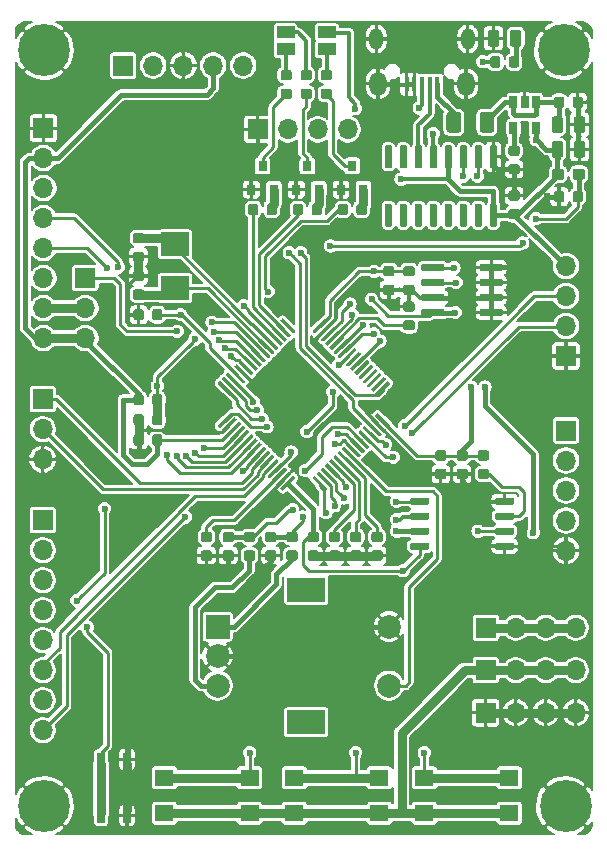
<source format=gbr>
G04 #@! TF.GenerationSoftware,KiCad,Pcbnew,(5.1.5)-2*
G04 #@! TF.CreationDate,2020-06-11T12:49:33+08:00*
G04 #@! TF.ProjectId,Bonjour STM32,426f6e6a-6f75-4722-9053-544d33322e6b,rev?*
G04 #@! TF.SameCoordinates,Original*
G04 #@! TF.FileFunction,Copper,L1,Top*
G04 #@! TF.FilePolarity,Positive*
%FSLAX46Y46*%
G04 Gerber Fmt 4.6, Leading zero omitted, Abs format (unit mm)*
G04 Created by KiCad (PCBNEW (5.1.5)-2) date 2020-06-11 12:49:33*
%MOMM*%
%LPD*%
G04 APERTURE LIST*
%ADD10R,0.650000X1.200000*%
%ADD11C,0.100000*%
%ADD12R,0.800000X0.900000*%
%ADD13C,0.700000*%
%ADD14C,4.400000*%
%ADD15R,2.400000X2.000000*%
%ADD16R,0.650000X1.060000*%
%ADD17R,2.000000X2.000000*%
%ADD18C,2.000000*%
%ADD19R,3.200000X2.000000*%
%ADD20R,1.600000X1.400000*%
%ADD21O,1.700000X1.700000*%
%ADD22R,1.700000X1.700000*%
%ADD23O,1.150000X1.800000*%
%ADD24O,1.450000X2.000000*%
%ADD25R,0.450000X1.300000*%
%ADD26R,1.500000X1.000000*%
%ADD27C,0.600000*%
%ADD28C,0.400000*%
%ADD29C,0.800000*%
%ADD30C,0.300000*%
%ADD31C,0.250000*%
%ADD32C,0.195000*%
G04 APERTURE END LIST*
D10*
X167827600Y-117809400D03*
X167827600Y-113055400D03*
X170027600Y-117809400D03*
X170027600Y-113055400D03*
G04 #@! TA.AperFunction,SMDPad,CuDef*
D11*
G36*
X194177691Y-74276053D02*
G01*
X194198926Y-74279203D01*
X194219750Y-74284419D01*
X194239962Y-74291651D01*
X194259368Y-74300830D01*
X194277781Y-74311866D01*
X194295024Y-74324654D01*
X194310930Y-74339070D01*
X194325346Y-74354976D01*
X194338134Y-74372219D01*
X194349170Y-74390632D01*
X194358349Y-74410038D01*
X194365581Y-74430250D01*
X194370797Y-74451074D01*
X194373947Y-74472309D01*
X194375000Y-74493750D01*
X194375000Y-74931250D01*
X194373947Y-74952691D01*
X194370797Y-74973926D01*
X194365581Y-74994750D01*
X194358349Y-75014962D01*
X194349170Y-75034368D01*
X194338134Y-75052781D01*
X194325346Y-75070024D01*
X194310930Y-75085930D01*
X194295024Y-75100346D01*
X194277781Y-75113134D01*
X194259368Y-75124170D01*
X194239962Y-75133349D01*
X194219750Y-75140581D01*
X194198926Y-75145797D01*
X194177691Y-75148947D01*
X194156250Y-75150000D01*
X193643750Y-75150000D01*
X193622309Y-75148947D01*
X193601074Y-75145797D01*
X193580250Y-75140581D01*
X193560038Y-75133349D01*
X193540632Y-75124170D01*
X193522219Y-75113134D01*
X193504976Y-75100346D01*
X193489070Y-75085930D01*
X193474654Y-75070024D01*
X193461866Y-75052781D01*
X193450830Y-75034368D01*
X193441651Y-75014962D01*
X193434419Y-74994750D01*
X193429203Y-74973926D01*
X193426053Y-74952691D01*
X193425000Y-74931250D01*
X193425000Y-74493750D01*
X193426053Y-74472309D01*
X193429203Y-74451074D01*
X193434419Y-74430250D01*
X193441651Y-74410038D01*
X193450830Y-74390632D01*
X193461866Y-74372219D01*
X193474654Y-74354976D01*
X193489070Y-74339070D01*
X193504976Y-74324654D01*
X193522219Y-74311866D01*
X193540632Y-74300830D01*
X193560038Y-74291651D01*
X193580250Y-74284419D01*
X193601074Y-74279203D01*
X193622309Y-74276053D01*
X193643750Y-74275000D01*
X194156250Y-74275000D01*
X194177691Y-74276053D01*
G37*
G04 #@! TD.AperFunction*
G04 #@! TA.AperFunction,SMDPad,CuDef*
G36*
X194177691Y-75851053D02*
G01*
X194198926Y-75854203D01*
X194219750Y-75859419D01*
X194239962Y-75866651D01*
X194259368Y-75875830D01*
X194277781Y-75886866D01*
X194295024Y-75899654D01*
X194310930Y-75914070D01*
X194325346Y-75929976D01*
X194338134Y-75947219D01*
X194349170Y-75965632D01*
X194358349Y-75985038D01*
X194365581Y-76005250D01*
X194370797Y-76026074D01*
X194373947Y-76047309D01*
X194375000Y-76068750D01*
X194375000Y-76506250D01*
X194373947Y-76527691D01*
X194370797Y-76548926D01*
X194365581Y-76569750D01*
X194358349Y-76589962D01*
X194349170Y-76609368D01*
X194338134Y-76627781D01*
X194325346Y-76645024D01*
X194310930Y-76660930D01*
X194295024Y-76675346D01*
X194277781Y-76688134D01*
X194259368Y-76699170D01*
X194239962Y-76708349D01*
X194219750Y-76715581D01*
X194198926Y-76720797D01*
X194177691Y-76723947D01*
X194156250Y-76725000D01*
X193643750Y-76725000D01*
X193622309Y-76723947D01*
X193601074Y-76720797D01*
X193580250Y-76715581D01*
X193560038Y-76708349D01*
X193540632Y-76699170D01*
X193522219Y-76688134D01*
X193504976Y-76675346D01*
X193489070Y-76660930D01*
X193474654Y-76645024D01*
X193461866Y-76627781D01*
X193450830Y-76609368D01*
X193441651Y-76589962D01*
X193434419Y-76569750D01*
X193429203Y-76548926D01*
X193426053Y-76527691D01*
X193425000Y-76506250D01*
X193425000Y-76068750D01*
X193426053Y-76047309D01*
X193429203Y-76026074D01*
X193434419Y-76005250D01*
X193441651Y-75985038D01*
X193450830Y-75965632D01*
X193461866Y-75947219D01*
X193474654Y-75929976D01*
X193489070Y-75914070D01*
X193504976Y-75899654D01*
X193522219Y-75886866D01*
X193540632Y-75875830D01*
X193560038Y-75866651D01*
X193580250Y-75859419D01*
X193601074Y-75854203D01*
X193622309Y-75851053D01*
X193643750Y-75850000D01*
X194156250Y-75850000D01*
X194177691Y-75851053D01*
G37*
G04 #@! TD.AperFunction*
G04 #@! TA.AperFunction,SMDPad,CuDef*
G36*
X208605142Y-58601174D02*
G01*
X208628803Y-58604684D01*
X208652007Y-58610496D01*
X208674529Y-58618554D01*
X208696153Y-58628782D01*
X208716670Y-58641079D01*
X208735883Y-58655329D01*
X208753607Y-58671393D01*
X208769671Y-58689117D01*
X208783921Y-58708330D01*
X208796218Y-58728847D01*
X208806446Y-58750471D01*
X208814504Y-58772993D01*
X208820316Y-58796197D01*
X208823826Y-58819858D01*
X208825000Y-58843750D01*
X208825000Y-59756250D01*
X208823826Y-59780142D01*
X208820316Y-59803803D01*
X208814504Y-59827007D01*
X208806446Y-59849529D01*
X208796218Y-59871153D01*
X208783921Y-59891670D01*
X208769671Y-59910883D01*
X208753607Y-59928607D01*
X208735883Y-59944671D01*
X208716670Y-59958921D01*
X208696153Y-59971218D01*
X208674529Y-59981446D01*
X208652007Y-59989504D01*
X208628803Y-59995316D01*
X208605142Y-59998826D01*
X208581250Y-60000000D01*
X208093750Y-60000000D01*
X208069858Y-59998826D01*
X208046197Y-59995316D01*
X208022993Y-59989504D01*
X208000471Y-59981446D01*
X207978847Y-59971218D01*
X207958330Y-59958921D01*
X207939117Y-59944671D01*
X207921393Y-59928607D01*
X207905329Y-59910883D01*
X207891079Y-59891670D01*
X207878782Y-59871153D01*
X207868554Y-59849529D01*
X207860496Y-59827007D01*
X207854684Y-59803803D01*
X207851174Y-59780142D01*
X207850000Y-59756250D01*
X207850000Y-58843750D01*
X207851174Y-58819858D01*
X207854684Y-58796197D01*
X207860496Y-58772993D01*
X207868554Y-58750471D01*
X207878782Y-58728847D01*
X207891079Y-58708330D01*
X207905329Y-58689117D01*
X207921393Y-58671393D01*
X207939117Y-58655329D01*
X207958330Y-58641079D01*
X207978847Y-58628782D01*
X208000471Y-58618554D01*
X208022993Y-58610496D01*
X208046197Y-58604684D01*
X208069858Y-58601174D01*
X208093750Y-58600000D01*
X208581250Y-58600000D01*
X208605142Y-58601174D01*
G37*
G04 #@! TD.AperFunction*
G04 #@! TA.AperFunction,SMDPad,CuDef*
G36*
X206730142Y-58601174D02*
G01*
X206753803Y-58604684D01*
X206777007Y-58610496D01*
X206799529Y-58618554D01*
X206821153Y-58628782D01*
X206841670Y-58641079D01*
X206860883Y-58655329D01*
X206878607Y-58671393D01*
X206894671Y-58689117D01*
X206908921Y-58708330D01*
X206921218Y-58728847D01*
X206931446Y-58750471D01*
X206939504Y-58772993D01*
X206945316Y-58796197D01*
X206948826Y-58819858D01*
X206950000Y-58843750D01*
X206950000Y-59756250D01*
X206948826Y-59780142D01*
X206945316Y-59803803D01*
X206939504Y-59827007D01*
X206931446Y-59849529D01*
X206921218Y-59871153D01*
X206908921Y-59891670D01*
X206894671Y-59910883D01*
X206878607Y-59928607D01*
X206860883Y-59944671D01*
X206841670Y-59958921D01*
X206821153Y-59971218D01*
X206799529Y-59981446D01*
X206777007Y-59989504D01*
X206753803Y-59995316D01*
X206730142Y-59998826D01*
X206706250Y-60000000D01*
X206218750Y-60000000D01*
X206194858Y-59998826D01*
X206171197Y-59995316D01*
X206147993Y-59989504D01*
X206125471Y-59981446D01*
X206103847Y-59971218D01*
X206083330Y-59958921D01*
X206064117Y-59944671D01*
X206046393Y-59928607D01*
X206030329Y-59910883D01*
X206016079Y-59891670D01*
X206003782Y-59871153D01*
X205993554Y-59849529D01*
X205985496Y-59827007D01*
X205979684Y-59803803D01*
X205976174Y-59780142D01*
X205975000Y-59756250D01*
X205975000Y-58843750D01*
X205976174Y-58819858D01*
X205979684Y-58796197D01*
X205985496Y-58772993D01*
X205993554Y-58750471D01*
X206003782Y-58728847D01*
X206016079Y-58708330D01*
X206030329Y-58689117D01*
X206046393Y-58671393D01*
X206064117Y-58655329D01*
X206083330Y-58641079D01*
X206103847Y-58628782D01*
X206125471Y-58618554D01*
X206147993Y-58610496D01*
X206171197Y-58604684D01*
X206194858Y-58601174D01*
X206218750Y-58600000D01*
X206706250Y-58600000D01*
X206730142Y-58601174D01*
G37*
G04 #@! TD.AperFunction*
G04 #@! TA.AperFunction,SMDPad,CuDef*
G36*
X177027691Y-95351053D02*
G01*
X177048926Y-95354203D01*
X177069750Y-95359419D01*
X177089962Y-95366651D01*
X177109368Y-95375830D01*
X177127781Y-95386866D01*
X177145024Y-95399654D01*
X177160930Y-95414070D01*
X177175346Y-95429976D01*
X177188134Y-95447219D01*
X177199170Y-95465632D01*
X177208349Y-95485038D01*
X177215581Y-95505250D01*
X177220797Y-95526074D01*
X177223947Y-95547309D01*
X177225000Y-95568750D01*
X177225000Y-96006250D01*
X177223947Y-96027691D01*
X177220797Y-96048926D01*
X177215581Y-96069750D01*
X177208349Y-96089962D01*
X177199170Y-96109368D01*
X177188134Y-96127781D01*
X177175346Y-96145024D01*
X177160930Y-96160930D01*
X177145024Y-96175346D01*
X177127781Y-96188134D01*
X177109368Y-96199170D01*
X177089962Y-96208349D01*
X177069750Y-96215581D01*
X177048926Y-96220797D01*
X177027691Y-96223947D01*
X177006250Y-96225000D01*
X176493750Y-96225000D01*
X176472309Y-96223947D01*
X176451074Y-96220797D01*
X176430250Y-96215581D01*
X176410038Y-96208349D01*
X176390632Y-96199170D01*
X176372219Y-96188134D01*
X176354976Y-96175346D01*
X176339070Y-96160930D01*
X176324654Y-96145024D01*
X176311866Y-96127781D01*
X176300830Y-96109368D01*
X176291651Y-96089962D01*
X176284419Y-96069750D01*
X176279203Y-96048926D01*
X176276053Y-96027691D01*
X176275000Y-96006250D01*
X176275000Y-95568750D01*
X176276053Y-95547309D01*
X176279203Y-95526074D01*
X176284419Y-95505250D01*
X176291651Y-95485038D01*
X176300830Y-95465632D01*
X176311866Y-95447219D01*
X176324654Y-95429976D01*
X176339070Y-95414070D01*
X176354976Y-95399654D01*
X176372219Y-95386866D01*
X176390632Y-95375830D01*
X176410038Y-95366651D01*
X176430250Y-95359419D01*
X176451074Y-95354203D01*
X176472309Y-95351053D01*
X176493750Y-95350000D01*
X177006250Y-95350000D01*
X177027691Y-95351053D01*
G37*
G04 #@! TD.AperFunction*
G04 #@! TA.AperFunction,SMDPad,CuDef*
G36*
X177027691Y-93776053D02*
G01*
X177048926Y-93779203D01*
X177069750Y-93784419D01*
X177089962Y-93791651D01*
X177109368Y-93800830D01*
X177127781Y-93811866D01*
X177145024Y-93824654D01*
X177160930Y-93839070D01*
X177175346Y-93854976D01*
X177188134Y-93872219D01*
X177199170Y-93890632D01*
X177208349Y-93910038D01*
X177215581Y-93930250D01*
X177220797Y-93951074D01*
X177223947Y-93972309D01*
X177225000Y-93993750D01*
X177225000Y-94431250D01*
X177223947Y-94452691D01*
X177220797Y-94473926D01*
X177215581Y-94494750D01*
X177208349Y-94514962D01*
X177199170Y-94534368D01*
X177188134Y-94552781D01*
X177175346Y-94570024D01*
X177160930Y-94585930D01*
X177145024Y-94600346D01*
X177127781Y-94613134D01*
X177109368Y-94624170D01*
X177089962Y-94633349D01*
X177069750Y-94640581D01*
X177048926Y-94645797D01*
X177027691Y-94648947D01*
X177006250Y-94650000D01*
X176493750Y-94650000D01*
X176472309Y-94648947D01*
X176451074Y-94645797D01*
X176430250Y-94640581D01*
X176410038Y-94633349D01*
X176390632Y-94624170D01*
X176372219Y-94613134D01*
X176354976Y-94600346D01*
X176339070Y-94585930D01*
X176324654Y-94570024D01*
X176311866Y-94552781D01*
X176300830Y-94534368D01*
X176291651Y-94514962D01*
X176284419Y-94494750D01*
X176279203Y-94473926D01*
X176276053Y-94452691D01*
X176275000Y-94431250D01*
X176275000Y-93993750D01*
X176276053Y-93972309D01*
X176279203Y-93951074D01*
X176284419Y-93930250D01*
X176291651Y-93910038D01*
X176300830Y-93890632D01*
X176311866Y-93872219D01*
X176324654Y-93854976D01*
X176339070Y-93839070D01*
X176354976Y-93824654D01*
X176372219Y-93811866D01*
X176390632Y-93800830D01*
X176410038Y-93791651D01*
X176430250Y-93784419D01*
X176451074Y-93779203D01*
X176472309Y-93776053D01*
X176493750Y-93775000D01*
X177006250Y-93775000D01*
X177027691Y-93776053D01*
G37*
G04 #@! TD.AperFunction*
D12*
X189100000Y-62800000D03*
X190050000Y-64800000D03*
X188150000Y-64800000D03*
X181500000Y-62800000D03*
X182450000Y-64800000D03*
X180550000Y-64800000D03*
X185300000Y-62800000D03*
X186250000Y-64800000D03*
X184350000Y-64800000D03*
D13*
X208333452Y-115833274D03*
X207166726Y-115350000D03*
X206000000Y-115833274D03*
X205516726Y-117000000D03*
X206000000Y-118166726D03*
X207166726Y-118650000D03*
X208333452Y-118166726D03*
X208816726Y-117000000D03*
D14*
X207166726Y-117000000D03*
D13*
X164166726Y-115833274D03*
X163000000Y-115350000D03*
X161833274Y-115833274D03*
X161350000Y-117000000D03*
X161833274Y-118166726D03*
X163000000Y-118650000D03*
X164166726Y-118166726D03*
X164650000Y-117000000D03*
D14*
X163000000Y-117000000D03*
D13*
X208166726Y-51833274D03*
X207000000Y-51350000D03*
X205833274Y-51833274D03*
X205350000Y-53000000D03*
X205833274Y-54166726D03*
X207000000Y-54650000D03*
X208166726Y-54166726D03*
X208650000Y-53000000D03*
D14*
X207000000Y-53000000D03*
D13*
X164166726Y-51833274D03*
X163000000Y-51350000D03*
X161833274Y-51833274D03*
X161350000Y-53000000D03*
X161833274Y-54166726D03*
X163000000Y-54650000D03*
X164166726Y-54166726D03*
X164650000Y-53000000D03*
D14*
X163000000Y-53000000D03*
D15*
X174100000Y-73150000D03*
X174100000Y-69450000D03*
G04 #@! TA.AperFunction,SMDPad,CuDef*
D11*
G36*
X196764703Y-74905722D02*
G01*
X196779264Y-74907882D01*
X196793543Y-74911459D01*
X196807403Y-74916418D01*
X196820710Y-74922712D01*
X196833336Y-74930280D01*
X196845159Y-74939048D01*
X196856066Y-74948934D01*
X196865952Y-74959841D01*
X196874720Y-74971664D01*
X196882288Y-74984290D01*
X196888582Y-74997597D01*
X196893541Y-75011457D01*
X196897118Y-75025736D01*
X196899278Y-75040297D01*
X196900000Y-75055000D01*
X196900000Y-75355000D01*
X196899278Y-75369703D01*
X196897118Y-75384264D01*
X196893541Y-75398543D01*
X196888582Y-75412403D01*
X196882288Y-75425710D01*
X196874720Y-75438336D01*
X196865952Y-75450159D01*
X196856066Y-75461066D01*
X196845159Y-75470952D01*
X196833336Y-75479720D01*
X196820710Y-75487288D01*
X196807403Y-75493582D01*
X196793543Y-75498541D01*
X196779264Y-75502118D01*
X196764703Y-75504278D01*
X196750000Y-75505000D01*
X195100000Y-75505000D01*
X195085297Y-75504278D01*
X195070736Y-75502118D01*
X195056457Y-75498541D01*
X195042597Y-75493582D01*
X195029290Y-75487288D01*
X195016664Y-75479720D01*
X195004841Y-75470952D01*
X194993934Y-75461066D01*
X194984048Y-75450159D01*
X194975280Y-75438336D01*
X194967712Y-75425710D01*
X194961418Y-75412403D01*
X194956459Y-75398543D01*
X194952882Y-75384264D01*
X194950722Y-75369703D01*
X194950000Y-75355000D01*
X194950000Y-75055000D01*
X194950722Y-75040297D01*
X194952882Y-75025736D01*
X194956459Y-75011457D01*
X194961418Y-74997597D01*
X194967712Y-74984290D01*
X194975280Y-74971664D01*
X194984048Y-74959841D01*
X194993934Y-74948934D01*
X195004841Y-74939048D01*
X195016664Y-74930280D01*
X195029290Y-74922712D01*
X195042597Y-74916418D01*
X195056457Y-74911459D01*
X195070736Y-74907882D01*
X195085297Y-74905722D01*
X195100000Y-74905000D01*
X196750000Y-74905000D01*
X196764703Y-74905722D01*
G37*
G04 #@! TD.AperFunction*
G04 #@! TA.AperFunction,SMDPad,CuDef*
G36*
X196764703Y-73635722D02*
G01*
X196779264Y-73637882D01*
X196793543Y-73641459D01*
X196807403Y-73646418D01*
X196820710Y-73652712D01*
X196833336Y-73660280D01*
X196845159Y-73669048D01*
X196856066Y-73678934D01*
X196865952Y-73689841D01*
X196874720Y-73701664D01*
X196882288Y-73714290D01*
X196888582Y-73727597D01*
X196893541Y-73741457D01*
X196897118Y-73755736D01*
X196899278Y-73770297D01*
X196900000Y-73785000D01*
X196900000Y-74085000D01*
X196899278Y-74099703D01*
X196897118Y-74114264D01*
X196893541Y-74128543D01*
X196888582Y-74142403D01*
X196882288Y-74155710D01*
X196874720Y-74168336D01*
X196865952Y-74180159D01*
X196856066Y-74191066D01*
X196845159Y-74200952D01*
X196833336Y-74209720D01*
X196820710Y-74217288D01*
X196807403Y-74223582D01*
X196793543Y-74228541D01*
X196779264Y-74232118D01*
X196764703Y-74234278D01*
X196750000Y-74235000D01*
X195100000Y-74235000D01*
X195085297Y-74234278D01*
X195070736Y-74232118D01*
X195056457Y-74228541D01*
X195042597Y-74223582D01*
X195029290Y-74217288D01*
X195016664Y-74209720D01*
X195004841Y-74200952D01*
X194993934Y-74191066D01*
X194984048Y-74180159D01*
X194975280Y-74168336D01*
X194967712Y-74155710D01*
X194961418Y-74142403D01*
X194956459Y-74128543D01*
X194952882Y-74114264D01*
X194950722Y-74099703D01*
X194950000Y-74085000D01*
X194950000Y-73785000D01*
X194950722Y-73770297D01*
X194952882Y-73755736D01*
X194956459Y-73741457D01*
X194961418Y-73727597D01*
X194967712Y-73714290D01*
X194975280Y-73701664D01*
X194984048Y-73689841D01*
X194993934Y-73678934D01*
X195004841Y-73669048D01*
X195016664Y-73660280D01*
X195029290Y-73652712D01*
X195042597Y-73646418D01*
X195056457Y-73641459D01*
X195070736Y-73637882D01*
X195085297Y-73635722D01*
X195100000Y-73635000D01*
X196750000Y-73635000D01*
X196764703Y-73635722D01*
G37*
G04 #@! TD.AperFunction*
G04 #@! TA.AperFunction,SMDPad,CuDef*
G36*
X196764703Y-72365722D02*
G01*
X196779264Y-72367882D01*
X196793543Y-72371459D01*
X196807403Y-72376418D01*
X196820710Y-72382712D01*
X196833336Y-72390280D01*
X196845159Y-72399048D01*
X196856066Y-72408934D01*
X196865952Y-72419841D01*
X196874720Y-72431664D01*
X196882288Y-72444290D01*
X196888582Y-72457597D01*
X196893541Y-72471457D01*
X196897118Y-72485736D01*
X196899278Y-72500297D01*
X196900000Y-72515000D01*
X196900000Y-72815000D01*
X196899278Y-72829703D01*
X196897118Y-72844264D01*
X196893541Y-72858543D01*
X196888582Y-72872403D01*
X196882288Y-72885710D01*
X196874720Y-72898336D01*
X196865952Y-72910159D01*
X196856066Y-72921066D01*
X196845159Y-72930952D01*
X196833336Y-72939720D01*
X196820710Y-72947288D01*
X196807403Y-72953582D01*
X196793543Y-72958541D01*
X196779264Y-72962118D01*
X196764703Y-72964278D01*
X196750000Y-72965000D01*
X195100000Y-72965000D01*
X195085297Y-72964278D01*
X195070736Y-72962118D01*
X195056457Y-72958541D01*
X195042597Y-72953582D01*
X195029290Y-72947288D01*
X195016664Y-72939720D01*
X195004841Y-72930952D01*
X194993934Y-72921066D01*
X194984048Y-72910159D01*
X194975280Y-72898336D01*
X194967712Y-72885710D01*
X194961418Y-72872403D01*
X194956459Y-72858543D01*
X194952882Y-72844264D01*
X194950722Y-72829703D01*
X194950000Y-72815000D01*
X194950000Y-72515000D01*
X194950722Y-72500297D01*
X194952882Y-72485736D01*
X194956459Y-72471457D01*
X194961418Y-72457597D01*
X194967712Y-72444290D01*
X194975280Y-72431664D01*
X194984048Y-72419841D01*
X194993934Y-72408934D01*
X195004841Y-72399048D01*
X195016664Y-72390280D01*
X195029290Y-72382712D01*
X195042597Y-72376418D01*
X195056457Y-72371459D01*
X195070736Y-72367882D01*
X195085297Y-72365722D01*
X195100000Y-72365000D01*
X196750000Y-72365000D01*
X196764703Y-72365722D01*
G37*
G04 #@! TD.AperFunction*
G04 #@! TA.AperFunction,SMDPad,CuDef*
G36*
X196764703Y-71095722D02*
G01*
X196779264Y-71097882D01*
X196793543Y-71101459D01*
X196807403Y-71106418D01*
X196820710Y-71112712D01*
X196833336Y-71120280D01*
X196845159Y-71129048D01*
X196856066Y-71138934D01*
X196865952Y-71149841D01*
X196874720Y-71161664D01*
X196882288Y-71174290D01*
X196888582Y-71187597D01*
X196893541Y-71201457D01*
X196897118Y-71215736D01*
X196899278Y-71230297D01*
X196900000Y-71245000D01*
X196900000Y-71545000D01*
X196899278Y-71559703D01*
X196897118Y-71574264D01*
X196893541Y-71588543D01*
X196888582Y-71602403D01*
X196882288Y-71615710D01*
X196874720Y-71628336D01*
X196865952Y-71640159D01*
X196856066Y-71651066D01*
X196845159Y-71660952D01*
X196833336Y-71669720D01*
X196820710Y-71677288D01*
X196807403Y-71683582D01*
X196793543Y-71688541D01*
X196779264Y-71692118D01*
X196764703Y-71694278D01*
X196750000Y-71695000D01*
X195100000Y-71695000D01*
X195085297Y-71694278D01*
X195070736Y-71692118D01*
X195056457Y-71688541D01*
X195042597Y-71683582D01*
X195029290Y-71677288D01*
X195016664Y-71669720D01*
X195004841Y-71660952D01*
X194993934Y-71651066D01*
X194984048Y-71640159D01*
X194975280Y-71628336D01*
X194967712Y-71615710D01*
X194961418Y-71602403D01*
X194956459Y-71588543D01*
X194952882Y-71574264D01*
X194950722Y-71559703D01*
X194950000Y-71545000D01*
X194950000Y-71245000D01*
X194950722Y-71230297D01*
X194952882Y-71215736D01*
X194956459Y-71201457D01*
X194961418Y-71187597D01*
X194967712Y-71174290D01*
X194975280Y-71161664D01*
X194984048Y-71149841D01*
X194993934Y-71138934D01*
X195004841Y-71129048D01*
X195016664Y-71120280D01*
X195029290Y-71112712D01*
X195042597Y-71106418D01*
X195056457Y-71101459D01*
X195070736Y-71097882D01*
X195085297Y-71095722D01*
X195100000Y-71095000D01*
X196750000Y-71095000D01*
X196764703Y-71095722D01*
G37*
G04 #@! TD.AperFunction*
G04 #@! TA.AperFunction,SMDPad,CuDef*
G36*
X201714703Y-71095722D02*
G01*
X201729264Y-71097882D01*
X201743543Y-71101459D01*
X201757403Y-71106418D01*
X201770710Y-71112712D01*
X201783336Y-71120280D01*
X201795159Y-71129048D01*
X201806066Y-71138934D01*
X201815952Y-71149841D01*
X201824720Y-71161664D01*
X201832288Y-71174290D01*
X201838582Y-71187597D01*
X201843541Y-71201457D01*
X201847118Y-71215736D01*
X201849278Y-71230297D01*
X201850000Y-71245000D01*
X201850000Y-71545000D01*
X201849278Y-71559703D01*
X201847118Y-71574264D01*
X201843541Y-71588543D01*
X201838582Y-71602403D01*
X201832288Y-71615710D01*
X201824720Y-71628336D01*
X201815952Y-71640159D01*
X201806066Y-71651066D01*
X201795159Y-71660952D01*
X201783336Y-71669720D01*
X201770710Y-71677288D01*
X201757403Y-71683582D01*
X201743543Y-71688541D01*
X201729264Y-71692118D01*
X201714703Y-71694278D01*
X201700000Y-71695000D01*
X200050000Y-71695000D01*
X200035297Y-71694278D01*
X200020736Y-71692118D01*
X200006457Y-71688541D01*
X199992597Y-71683582D01*
X199979290Y-71677288D01*
X199966664Y-71669720D01*
X199954841Y-71660952D01*
X199943934Y-71651066D01*
X199934048Y-71640159D01*
X199925280Y-71628336D01*
X199917712Y-71615710D01*
X199911418Y-71602403D01*
X199906459Y-71588543D01*
X199902882Y-71574264D01*
X199900722Y-71559703D01*
X199900000Y-71545000D01*
X199900000Y-71245000D01*
X199900722Y-71230297D01*
X199902882Y-71215736D01*
X199906459Y-71201457D01*
X199911418Y-71187597D01*
X199917712Y-71174290D01*
X199925280Y-71161664D01*
X199934048Y-71149841D01*
X199943934Y-71138934D01*
X199954841Y-71129048D01*
X199966664Y-71120280D01*
X199979290Y-71112712D01*
X199992597Y-71106418D01*
X200006457Y-71101459D01*
X200020736Y-71097882D01*
X200035297Y-71095722D01*
X200050000Y-71095000D01*
X201700000Y-71095000D01*
X201714703Y-71095722D01*
G37*
G04 #@! TD.AperFunction*
G04 #@! TA.AperFunction,SMDPad,CuDef*
G36*
X201714703Y-72365722D02*
G01*
X201729264Y-72367882D01*
X201743543Y-72371459D01*
X201757403Y-72376418D01*
X201770710Y-72382712D01*
X201783336Y-72390280D01*
X201795159Y-72399048D01*
X201806066Y-72408934D01*
X201815952Y-72419841D01*
X201824720Y-72431664D01*
X201832288Y-72444290D01*
X201838582Y-72457597D01*
X201843541Y-72471457D01*
X201847118Y-72485736D01*
X201849278Y-72500297D01*
X201850000Y-72515000D01*
X201850000Y-72815000D01*
X201849278Y-72829703D01*
X201847118Y-72844264D01*
X201843541Y-72858543D01*
X201838582Y-72872403D01*
X201832288Y-72885710D01*
X201824720Y-72898336D01*
X201815952Y-72910159D01*
X201806066Y-72921066D01*
X201795159Y-72930952D01*
X201783336Y-72939720D01*
X201770710Y-72947288D01*
X201757403Y-72953582D01*
X201743543Y-72958541D01*
X201729264Y-72962118D01*
X201714703Y-72964278D01*
X201700000Y-72965000D01*
X200050000Y-72965000D01*
X200035297Y-72964278D01*
X200020736Y-72962118D01*
X200006457Y-72958541D01*
X199992597Y-72953582D01*
X199979290Y-72947288D01*
X199966664Y-72939720D01*
X199954841Y-72930952D01*
X199943934Y-72921066D01*
X199934048Y-72910159D01*
X199925280Y-72898336D01*
X199917712Y-72885710D01*
X199911418Y-72872403D01*
X199906459Y-72858543D01*
X199902882Y-72844264D01*
X199900722Y-72829703D01*
X199900000Y-72815000D01*
X199900000Y-72515000D01*
X199900722Y-72500297D01*
X199902882Y-72485736D01*
X199906459Y-72471457D01*
X199911418Y-72457597D01*
X199917712Y-72444290D01*
X199925280Y-72431664D01*
X199934048Y-72419841D01*
X199943934Y-72408934D01*
X199954841Y-72399048D01*
X199966664Y-72390280D01*
X199979290Y-72382712D01*
X199992597Y-72376418D01*
X200006457Y-72371459D01*
X200020736Y-72367882D01*
X200035297Y-72365722D01*
X200050000Y-72365000D01*
X201700000Y-72365000D01*
X201714703Y-72365722D01*
G37*
G04 #@! TD.AperFunction*
G04 #@! TA.AperFunction,SMDPad,CuDef*
G36*
X201714703Y-73635722D02*
G01*
X201729264Y-73637882D01*
X201743543Y-73641459D01*
X201757403Y-73646418D01*
X201770710Y-73652712D01*
X201783336Y-73660280D01*
X201795159Y-73669048D01*
X201806066Y-73678934D01*
X201815952Y-73689841D01*
X201824720Y-73701664D01*
X201832288Y-73714290D01*
X201838582Y-73727597D01*
X201843541Y-73741457D01*
X201847118Y-73755736D01*
X201849278Y-73770297D01*
X201850000Y-73785000D01*
X201850000Y-74085000D01*
X201849278Y-74099703D01*
X201847118Y-74114264D01*
X201843541Y-74128543D01*
X201838582Y-74142403D01*
X201832288Y-74155710D01*
X201824720Y-74168336D01*
X201815952Y-74180159D01*
X201806066Y-74191066D01*
X201795159Y-74200952D01*
X201783336Y-74209720D01*
X201770710Y-74217288D01*
X201757403Y-74223582D01*
X201743543Y-74228541D01*
X201729264Y-74232118D01*
X201714703Y-74234278D01*
X201700000Y-74235000D01*
X200050000Y-74235000D01*
X200035297Y-74234278D01*
X200020736Y-74232118D01*
X200006457Y-74228541D01*
X199992597Y-74223582D01*
X199979290Y-74217288D01*
X199966664Y-74209720D01*
X199954841Y-74200952D01*
X199943934Y-74191066D01*
X199934048Y-74180159D01*
X199925280Y-74168336D01*
X199917712Y-74155710D01*
X199911418Y-74142403D01*
X199906459Y-74128543D01*
X199902882Y-74114264D01*
X199900722Y-74099703D01*
X199900000Y-74085000D01*
X199900000Y-73785000D01*
X199900722Y-73770297D01*
X199902882Y-73755736D01*
X199906459Y-73741457D01*
X199911418Y-73727597D01*
X199917712Y-73714290D01*
X199925280Y-73701664D01*
X199934048Y-73689841D01*
X199943934Y-73678934D01*
X199954841Y-73669048D01*
X199966664Y-73660280D01*
X199979290Y-73652712D01*
X199992597Y-73646418D01*
X200006457Y-73641459D01*
X200020736Y-73637882D01*
X200035297Y-73635722D01*
X200050000Y-73635000D01*
X201700000Y-73635000D01*
X201714703Y-73635722D01*
G37*
G04 #@! TD.AperFunction*
G04 #@! TA.AperFunction,SMDPad,CuDef*
G36*
X201714703Y-74905722D02*
G01*
X201729264Y-74907882D01*
X201743543Y-74911459D01*
X201757403Y-74916418D01*
X201770710Y-74922712D01*
X201783336Y-74930280D01*
X201795159Y-74939048D01*
X201806066Y-74948934D01*
X201815952Y-74959841D01*
X201824720Y-74971664D01*
X201832288Y-74984290D01*
X201838582Y-74997597D01*
X201843541Y-75011457D01*
X201847118Y-75025736D01*
X201849278Y-75040297D01*
X201850000Y-75055000D01*
X201850000Y-75355000D01*
X201849278Y-75369703D01*
X201847118Y-75384264D01*
X201843541Y-75398543D01*
X201838582Y-75412403D01*
X201832288Y-75425710D01*
X201824720Y-75438336D01*
X201815952Y-75450159D01*
X201806066Y-75461066D01*
X201795159Y-75470952D01*
X201783336Y-75479720D01*
X201770710Y-75487288D01*
X201757403Y-75493582D01*
X201743543Y-75498541D01*
X201729264Y-75502118D01*
X201714703Y-75504278D01*
X201700000Y-75505000D01*
X200050000Y-75505000D01*
X200035297Y-75504278D01*
X200020736Y-75502118D01*
X200006457Y-75498541D01*
X199992597Y-75493582D01*
X199979290Y-75487288D01*
X199966664Y-75479720D01*
X199954841Y-75470952D01*
X199943934Y-75461066D01*
X199934048Y-75450159D01*
X199925280Y-75438336D01*
X199917712Y-75425710D01*
X199911418Y-75412403D01*
X199906459Y-75398543D01*
X199902882Y-75384264D01*
X199900722Y-75369703D01*
X199900000Y-75355000D01*
X199900000Y-75055000D01*
X199900722Y-75040297D01*
X199902882Y-75025736D01*
X199906459Y-75011457D01*
X199911418Y-74997597D01*
X199917712Y-74984290D01*
X199925280Y-74971664D01*
X199934048Y-74959841D01*
X199943934Y-74948934D01*
X199954841Y-74939048D01*
X199966664Y-74930280D01*
X199979290Y-74922712D01*
X199992597Y-74916418D01*
X200006457Y-74911459D01*
X200020736Y-74907882D01*
X200035297Y-74905722D01*
X200050000Y-74905000D01*
X201700000Y-74905000D01*
X201714703Y-74905722D01*
G37*
G04 #@! TD.AperFunction*
G04 #@! TA.AperFunction,SMDPad,CuDef*
G36*
X195464703Y-94705722D02*
G01*
X195479264Y-94707882D01*
X195493543Y-94711459D01*
X195507403Y-94716418D01*
X195520710Y-94722712D01*
X195533336Y-94730280D01*
X195545159Y-94739048D01*
X195556066Y-94748934D01*
X195565952Y-94759841D01*
X195574720Y-94771664D01*
X195582288Y-94784290D01*
X195588582Y-94797597D01*
X195593541Y-94811457D01*
X195597118Y-94825736D01*
X195599278Y-94840297D01*
X195600000Y-94855000D01*
X195600000Y-95155000D01*
X195599278Y-95169703D01*
X195597118Y-95184264D01*
X195593541Y-95198543D01*
X195588582Y-95212403D01*
X195582288Y-95225710D01*
X195574720Y-95238336D01*
X195565952Y-95250159D01*
X195556066Y-95261066D01*
X195545159Y-95270952D01*
X195533336Y-95279720D01*
X195520710Y-95287288D01*
X195507403Y-95293582D01*
X195493543Y-95298541D01*
X195479264Y-95302118D01*
X195464703Y-95304278D01*
X195450000Y-95305000D01*
X194150000Y-95305000D01*
X194135297Y-95304278D01*
X194120736Y-95302118D01*
X194106457Y-95298541D01*
X194092597Y-95293582D01*
X194079290Y-95287288D01*
X194066664Y-95279720D01*
X194054841Y-95270952D01*
X194043934Y-95261066D01*
X194034048Y-95250159D01*
X194025280Y-95238336D01*
X194017712Y-95225710D01*
X194011418Y-95212403D01*
X194006459Y-95198543D01*
X194002882Y-95184264D01*
X194000722Y-95169703D01*
X194000000Y-95155000D01*
X194000000Y-94855000D01*
X194000722Y-94840297D01*
X194002882Y-94825736D01*
X194006459Y-94811457D01*
X194011418Y-94797597D01*
X194017712Y-94784290D01*
X194025280Y-94771664D01*
X194034048Y-94759841D01*
X194043934Y-94748934D01*
X194054841Y-94739048D01*
X194066664Y-94730280D01*
X194079290Y-94722712D01*
X194092597Y-94716418D01*
X194106457Y-94711459D01*
X194120736Y-94707882D01*
X194135297Y-94705722D01*
X194150000Y-94705000D01*
X195450000Y-94705000D01*
X195464703Y-94705722D01*
G37*
G04 #@! TD.AperFunction*
G04 #@! TA.AperFunction,SMDPad,CuDef*
G36*
X195464703Y-93435722D02*
G01*
X195479264Y-93437882D01*
X195493543Y-93441459D01*
X195507403Y-93446418D01*
X195520710Y-93452712D01*
X195533336Y-93460280D01*
X195545159Y-93469048D01*
X195556066Y-93478934D01*
X195565952Y-93489841D01*
X195574720Y-93501664D01*
X195582288Y-93514290D01*
X195588582Y-93527597D01*
X195593541Y-93541457D01*
X195597118Y-93555736D01*
X195599278Y-93570297D01*
X195600000Y-93585000D01*
X195600000Y-93885000D01*
X195599278Y-93899703D01*
X195597118Y-93914264D01*
X195593541Y-93928543D01*
X195588582Y-93942403D01*
X195582288Y-93955710D01*
X195574720Y-93968336D01*
X195565952Y-93980159D01*
X195556066Y-93991066D01*
X195545159Y-94000952D01*
X195533336Y-94009720D01*
X195520710Y-94017288D01*
X195507403Y-94023582D01*
X195493543Y-94028541D01*
X195479264Y-94032118D01*
X195464703Y-94034278D01*
X195450000Y-94035000D01*
X194150000Y-94035000D01*
X194135297Y-94034278D01*
X194120736Y-94032118D01*
X194106457Y-94028541D01*
X194092597Y-94023582D01*
X194079290Y-94017288D01*
X194066664Y-94009720D01*
X194054841Y-94000952D01*
X194043934Y-93991066D01*
X194034048Y-93980159D01*
X194025280Y-93968336D01*
X194017712Y-93955710D01*
X194011418Y-93942403D01*
X194006459Y-93928543D01*
X194002882Y-93914264D01*
X194000722Y-93899703D01*
X194000000Y-93885000D01*
X194000000Y-93585000D01*
X194000722Y-93570297D01*
X194002882Y-93555736D01*
X194006459Y-93541457D01*
X194011418Y-93527597D01*
X194017712Y-93514290D01*
X194025280Y-93501664D01*
X194034048Y-93489841D01*
X194043934Y-93478934D01*
X194054841Y-93469048D01*
X194066664Y-93460280D01*
X194079290Y-93452712D01*
X194092597Y-93446418D01*
X194106457Y-93441459D01*
X194120736Y-93437882D01*
X194135297Y-93435722D01*
X194150000Y-93435000D01*
X195450000Y-93435000D01*
X195464703Y-93435722D01*
G37*
G04 #@! TD.AperFunction*
G04 #@! TA.AperFunction,SMDPad,CuDef*
G36*
X195464703Y-92165722D02*
G01*
X195479264Y-92167882D01*
X195493543Y-92171459D01*
X195507403Y-92176418D01*
X195520710Y-92182712D01*
X195533336Y-92190280D01*
X195545159Y-92199048D01*
X195556066Y-92208934D01*
X195565952Y-92219841D01*
X195574720Y-92231664D01*
X195582288Y-92244290D01*
X195588582Y-92257597D01*
X195593541Y-92271457D01*
X195597118Y-92285736D01*
X195599278Y-92300297D01*
X195600000Y-92315000D01*
X195600000Y-92615000D01*
X195599278Y-92629703D01*
X195597118Y-92644264D01*
X195593541Y-92658543D01*
X195588582Y-92672403D01*
X195582288Y-92685710D01*
X195574720Y-92698336D01*
X195565952Y-92710159D01*
X195556066Y-92721066D01*
X195545159Y-92730952D01*
X195533336Y-92739720D01*
X195520710Y-92747288D01*
X195507403Y-92753582D01*
X195493543Y-92758541D01*
X195479264Y-92762118D01*
X195464703Y-92764278D01*
X195450000Y-92765000D01*
X194150000Y-92765000D01*
X194135297Y-92764278D01*
X194120736Y-92762118D01*
X194106457Y-92758541D01*
X194092597Y-92753582D01*
X194079290Y-92747288D01*
X194066664Y-92739720D01*
X194054841Y-92730952D01*
X194043934Y-92721066D01*
X194034048Y-92710159D01*
X194025280Y-92698336D01*
X194017712Y-92685710D01*
X194011418Y-92672403D01*
X194006459Y-92658543D01*
X194002882Y-92644264D01*
X194000722Y-92629703D01*
X194000000Y-92615000D01*
X194000000Y-92315000D01*
X194000722Y-92300297D01*
X194002882Y-92285736D01*
X194006459Y-92271457D01*
X194011418Y-92257597D01*
X194017712Y-92244290D01*
X194025280Y-92231664D01*
X194034048Y-92219841D01*
X194043934Y-92208934D01*
X194054841Y-92199048D01*
X194066664Y-92190280D01*
X194079290Y-92182712D01*
X194092597Y-92176418D01*
X194106457Y-92171459D01*
X194120736Y-92167882D01*
X194135297Y-92165722D01*
X194150000Y-92165000D01*
X195450000Y-92165000D01*
X195464703Y-92165722D01*
G37*
G04 #@! TD.AperFunction*
G04 #@! TA.AperFunction,SMDPad,CuDef*
G36*
X195464703Y-90895722D02*
G01*
X195479264Y-90897882D01*
X195493543Y-90901459D01*
X195507403Y-90906418D01*
X195520710Y-90912712D01*
X195533336Y-90920280D01*
X195545159Y-90929048D01*
X195556066Y-90938934D01*
X195565952Y-90949841D01*
X195574720Y-90961664D01*
X195582288Y-90974290D01*
X195588582Y-90987597D01*
X195593541Y-91001457D01*
X195597118Y-91015736D01*
X195599278Y-91030297D01*
X195600000Y-91045000D01*
X195600000Y-91345000D01*
X195599278Y-91359703D01*
X195597118Y-91374264D01*
X195593541Y-91388543D01*
X195588582Y-91402403D01*
X195582288Y-91415710D01*
X195574720Y-91428336D01*
X195565952Y-91440159D01*
X195556066Y-91451066D01*
X195545159Y-91460952D01*
X195533336Y-91469720D01*
X195520710Y-91477288D01*
X195507403Y-91483582D01*
X195493543Y-91488541D01*
X195479264Y-91492118D01*
X195464703Y-91494278D01*
X195450000Y-91495000D01*
X194150000Y-91495000D01*
X194135297Y-91494278D01*
X194120736Y-91492118D01*
X194106457Y-91488541D01*
X194092597Y-91483582D01*
X194079290Y-91477288D01*
X194066664Y-91469720D01*
X194054841Y-91460952D01*
X194043934Y-91451066D01*
X194034048Y-91440159D01*
X194025280Y-91428336D01*
X194017712Y-91415710D01*
X194011418Y-91402403D01*
X194006459Y-91388543D01*
X194002882Y-91374264D01*
X194000722Y-91359703D01*
X194000000Y-91345000D01*
X194000000Y-91045000D01*
X194000722Y-91030297D01*
X194002882Y-91015736D01*
X194006459Y-91001457D01*
X194011418Y-90987597D01*
X194017712Y-90974290D01*
X194025280Y-90961664D01*
X194034048Y-90949841D01*
X194043934Y-90938934D01*
X194054841Y-90929048D01*
X194066664Y-90920280D01*
X194079290Y-90912712D01*
X194092597Y-90906418D01*
X194106457Y-90901459D01*
X194120736Y-90897882D01*
X194135297Y-90895722D01*
X194150000Y-90895000D01*
X195450000Y-90895000D01*
X195464703Y-90895722D01*
G37*
G04 #@! TD.AperFunction*
G04 #@! TA.AperFunction,SMDPad,CuDef*
G36*
X202664703Y-90895722D02*
G01*
X202679264Y-90897882D01*
X202693543Y-90901459D01*
X202707403Y-90906418D01*
X202720710Y-90912712D01*
X202733336Y-90920280D01*
X202745159Y-90929048D01*
X202756066Y-90938934D01*
X202765952Y-90949841D01*
X202774720Y-90961664D01*
X202782288Y-90974290D01*
X202788582Y-90987597D01*
X202793541Y-91001457D01*
X202797118Y-91015736D01*
X202799278Y-91030297D01*
X202800000Y-91045000D01*
X202800000Y-91345000D01*
X202799278Y-91359703D01*
X202797118Y-91374264D01*
X202793541Y-91388543D01*
X202788582Y-91402403D01*
X202782288Y-91415710D01*
X202774720Y-91428336D01*
X202765952Y-91440159D01*
X202756066Y-91451066D01*
X202745159Y-91460952D01*
X202733336Y-91469720D01*
X202720710Y-91477288D01*
X202707403Y-91483582D01*
X202693543Y-91488541D01*
X202679264Y-91492118D01*
X202664703Y-91494278D01*
X202650000Y-91495000D01*
X201350000Y-91495000D01*
X201335297Y-91494278D01*
X201320736Y-91492118D01*
X201306457Y-91488541D01*
X201292597Y-91483582D01*
X201279290Y-91477288D01*
X201266664Y-91469720D01*
X201254841Y-91460952D01*
X201243934Y-91451066D01*
X201234048Y-91440159D01*
X201225280Y-91428336D01*
X201217712Y-91415710D01*
X201211418Y-91402403D01*
X201206459Y-91388543D01*
X201202882Y-91374264D01*
X201200722Y-91359703D01*
X201200000Y-91345000D01*
X201200000Y-91045000D01*
X201200722Y-91030297D01*
X201202882Y-91015736D01*
X201206459Y-91001457D01*
X201211418Y-90987597D01*
X201217712Y-90974290D01*
X201225280Y-90961664D01*
X201234048Y-90949841D01*
X201243934Y-90938934D01*
X201254841Y-90929048D01*
X201266664Y-90920280D01*
X201279290Y-90912712D01*
X201292597Y-90906418D01*
X201306457Y-90901459D01*
X201320736Y-90897882D01*
X201335297Y-90895722D01*
X201350000Y-90895000D01*
X202650000Y-90895000D01*
X202664703Y-90895722D01*
G37*
G04 #@! TD.AperFunction*
G04 #@! TA.AperFunction,SMDPad,CuDef*
G36*
X202664703Y-92165722D02*
G01*
X202679264Y-92167882D01*
X202693543Y-92171459D01*
X202707403Y-92176418D01*
X202720710Y-92182712D01*
X202733336Y-92190280D01*
X202745159Y-92199048D01*
X202756066Y-92208934D01*
X202765952Y-92219841D01*
X202774720Y-92231664D01*
X202782288Y-92244290D01*
X202788582Y-92257597D01*
X202793541Y-92271457D01*
X202797118Y-92285736D01*
X202799278Y-92300297D01*
X202800000Y-92315000D01*
X202800000Y-92615000D01*
X202799278Y-92629703D01*
X202797118Y-92644264D01*
X202793541Y-92658543D01*
X202788582Y-92672403D01*
X202782288Y-92685710D01*
X202774720Y-92698336D01*
X202765952Y-92710159D01*
X202756066Y-92721066D01*
X202745159Y-92730952D01*
X202733336Y-92739720D01*
X202720710Y-92747288D01*
X202707403Y-92753582D01*
X202693543Y-92758541D01*
X202679264Y-92762118D01*
X202664703Y-92764278D01*
X202650000Y-92765000D01*
X201350000Y-92765000D01*
X201335297Y-92764278D01*
X201320736Y-92762118D01*
X201306457Y-92758541D01*
X201292597Y-92753582D01*
X201279290Y-92747288D01*
X201266664Y-92739720D01*
X201254841Y-92730952D01*
X201243934Y-92721066D01*
X201234048Y-92710159D01*
X201225280Y-92698336D01*
X201217712Y-92685710D01*
X201211418Y-92672403D01*
X201206459Y-92658543D01*
X201202882Y-92644264D01*
X201200722Y-92629703D01*
X201200000Y-92615000D01*
X201200000Y-92315000D01*
X201200722Y-92300297D01*
X201202882Y-92285736D01*
X201206459Y-92271457D01*
X201211418Y-92257597D01*
X201217712Y-92244290D01*
X201225280Y-92231664D01*
X201234048Y-92219841D01*
X201243934Y-92208934D01*
X201254841Y-92199048D01*
X201266664Y-92190280D01*
X201279290Y-92182712D01*
X201292597Y-92176418D01*
X201306457Y-92171459D01*
X201320736Y-92167882D01*
X201335297Y-92165722D01*
X201350000Y-92165000D01*
X202650000Y-92165000D01*
X202664703Y-92165722D01*
G37*
G04 #@! TD.AperFunction*
G04 #@! TA.AperFunction,SMDPad,CuDef*
G36*
X202664703Y-93435722D02*
G01*
X202679264Y-93437882D01*
X202693543Y-93441459D01*
X202707403Y-93446418D01*
X202720710Y-93452712D01*
X202733336Y-93460280D01*
X202745159Y-93469048D01*
X202756066Y-93478934D01*
X202765952Y-93489841D01*
X202774720Y-93501664D01*
X202782288Y-93514290D01*
X202788582Y-93527597D01*
X202793541Y-93541457D01*
X202797118Y-93555736D01*
X202799278Y-93570297D01*
X202800000Y-93585000D01*
X202800000Y-93885000D01*
X202799278Y-93899703D01*
X202797118Y-93914264D01*
X202793541Y-93928543D01*
X202788582Y-93942403D01*
X202782288Y-93955710D01*
X202774720Y-93968336D01*
X202765952Y-93980159D01*
X202756066Y-93991066D01*
X202745159Y-94000952D01*
X202733336Y-94009720D01*
X202720710Y-94017288D01*
X202707403Y-94023582D01*
X202693543Y-94028541D01*
X202679264Y-94032118D01*
X202664703Y-94034278D01*
X202650000Y-94035000D01*
X201350000Y-94035000D01*
X201335297Y-94034278D01*
X201320736Y-94032118D01*
X201306457Y-94028541D01*
X201292597Y-94023582D01*
X201279290Y-94017288D01*
X201266664Y-94009720D01*
X201254841Y-94000952D01*
X201243934Y-93991066D01*
X201234048Y-93980159D01*
X201225280Y-93968336D01*
X201217712Y-93955710D01*
X201211418Y-93942403D01*
X201206459Y-93928543D01*
X201202882Y-93914264D01*
X201200722Y-93899703D01*
X201200000Y-93885000D01*
X201200000Y-93585000D01*
X201200722Y-93570297D01*
X201202882Y-93555736D01*
X201206459Y-93541457D01*
X201211418Y-93527597D01*
X201217712Y-93514290D01*
X201225280Y-93501664D01*
X201234048Y-93489841D01*
X201243934Y-93478934D01*
X201254841Y-93469048D01*
X201266664Y-93460280D01*
X201279290Y-93452712D01*
X201292597Y-93446418D01*
X201306457Y-93441459D01*
X201320736Y-93437882D01*
X201335297Y-93435722D01*
X201350000Y-93435000D01*
X202650000Y-93435000D01*
X202664703Y-93435722D01*
G37*
G04 #@! TD.AperFunction*
G04 #@! TA.AperFunction,SMDPad,CuDef*
G36*
X202664703Y-94705722D02*
G01*
X202679264Y-94707882D01*
X202693543Y-94711459D01*
X202707403Y-94716418D01*
X202720710Y-94722712D01*
X202733336Y-94730280D01*
X202745159Y-94739048D01*
X202756066Y-94748934D01*
X202765952Y-94759841D01*
X202774720Y-94771664D01*
X202782288Y-94784290D01*
X202788582Y-94797597D01*
X202793541Y-94811457D01*
X202797118Y-94825736D01*
X202799278Y-94840297D01*
X202800000Y-94855000D01*
X202800000Y-95155000D01*
X202799278Y-95169703D01*
X202797118Y-95184264D01*
X202793541Y-95198543D01*
X202788582Y-95212403D01*
X202782288Y-95225710D01*
X202774720Y-95238336D01*
X202765952Y-95250159D01*
X202756066Y-95261066D01*
X202745159Y-95270952D01*
X202733336Y-95279720D01*
X202720710Y-95287288D01*
X202707403Y-95293582D01*
X202693543Y-95298541D01*
X202679264Y-95302118D01*
X202664703Y-95304278D01*
X202650000Y-95305000D01*
X201350000Y-95305000D01*
X201335297Y-95304278D01*
X201320736Y-95302118D01*
X201306457Y-95298541D01*
X201292597Y-95293582D01*
X201279290Y-95287288D01*
X201266664Y-95279720D01*
X201254841Y-95270952D01*
X201243934Y-95261066D01*
X201234048Y-95250159D01*
X201225280Y-95238336D01*
X201217712Y-95225710D01*
X201211418Y-95212403D01*
X201206459Y-95198543D01*
X201202882Y-95184264D01*
X201200722Y-95169703D01*
X201200000Y-95155000D01*
X201200000Y-94855000D01*
X201200722Y-94840297D01*
X201202882Y-94825736D01*
X201206459Y-94811457D01*
X201211418Y-94797597D01*
X201217712Y-94784290D01*
X201225280Y-94771664D01*
X201234048Y-94759841D01*
X201243934Y-94748934D01*
X201254841Y-94739048D01*
X201266664Y-94730280D01*
X201279290Y-94722712D01*
X201292597Y-94716418D01*
X201306457Y-94711459D01*
X201320736Y-94707882D01*
X201335297Y-94705722D01*
X201350000Y-94705000D01*
X202650000Y-94705000D01*
X202664703Y-94705722D01*
G37*
G04 #@! TD.AperFunction*
G04 #@! TA.AperFunction,SMDPad,CuDef*
G36*
X186810474Y-75712872D02*
G01*
X186817755Y-75713952D01*
X186824894Y-75715740D01*
X186831824Y-75718220D01*
X186838478Y-75721367D01*
X186844791Y-75725151D01*
X186850702Y-75729535D01*
X186856156Y-75734478D01*
X186962222Y-75840544D01*
X186967165Y-75845998D01*
X186971549Y-75851909D01*
X186975333Y-75858222D01*
X186978480Y-75864876D01*
X186980960Y-75871806D01*
X186982748Y-75878945D01*
X186983828Y-75886226D01*
X186984189Y-75893577D01*
X186983828Y-75900928D01*
X186982748Y-75908209D01*
X186980960Y-75915348D01*
X186978480Y-75922278D01*
X186975333Y-75928932D01*
X186971549Y-75935245D01*
X186967165Y-75941156D01*
X186962222Y-75946610D01*
X185972272Y-76936560D01*
X185966818Y-76941503D01*
X185960907Y-76945887D01*
X185954594Y-76949671D01*
X185947940Y-76952818D01*
X185941010Y-76955298D01*
X185933871Y-76957086D01*
X185926590Y-76958166D01*
X185919239Y-76958527D01*
X185911888Y-76958166D01*
X185904607Y-76957086D01*
X185897468Y-76955298D01*
X185890538Y-76952818D01*
X185883884Y-76949671D01*
X185877571Y-76945887D01*
X185871660Y-76941503D01*
X185866206Y-76936560D01*
X185760140Y-76830494D01*
X185755197Y-76825040D01*
X185750813Y-76819129D01*
X185747029Y-76812816D01*
X185743882Y-76806162D01*
X185741402Y-76799232D01*
X185739614Y-76792093D01*
X185738534Y-76784812D01*
X185738173Y-76777461D01*
X185738534Y-76770110D01*
X185739614Y-76762829D01*
X185741402Y-76755690D01*
X185743882Y-76748760D01*
X185747029Y-76742106D01*
X185750813Y-76735793D01*
X185755197Y-76729882D01*
X185760140Y-76724428D01*
X186750090Y-75734478D01*
X186755544Y-75729535D01*
X186761455Y-75725151D01*
X186767768Y-75721367D01*
X186774422Y-75718220D01*
X186781352Y-75715740D01*
X186788491Y-75713952D01*
X186795772Y-75712872D01*
X186803123Y-75712511D01*
X186810474Y-75712872D01*
G37*
G04 #@! TD.AperFunction*
G04 #@! TA.AperFunction,SMDPad,CuDef*
G36*
X187164027Y-76066425D02*
G01*
X187171308Y-76067505D01*
X187178447Y-76069293D01*
X187185377Y-76071773D01*
X187192031Y-76074920D01*
X187198344Y-76078704D01*
X187204255Y-76083088D01*
X187209709Y-76088031D01*
X187315775Y-76194097D01*
X187320718Y-76199551D01*
X187325102Y-76205462D01*
X187328886Y-76211775D01*
X187332033Y-76218429D01*
X187334513Y-76225359D01*
X187336301Y-76232498D01*
X187337381Y-76239779D01*
X187337742Y-76247130D01*
X187337381Y-76254481D01*
X187336301Y-76261762D01*
X187334513Y-76268901D01*
X187332033Y-76275831D01*
X187328886Y-76282485D01*
X187325102Y-76288798D01*
X187320718Y-76294709D01*
X187315775Y-76300163D01*
X186325825Y-77290113D01*
X186320371Y-77295056D01*
X186314460Y-77299440D01*
X186308147Y-77303224D01*
X186301493Y-77306371D01*
X186294563Y-77308851D01*
X186287424Y-77310639D01*
X186280143Y-77311719D01*
X186272792Y-77312080D01*
X186265441Y-77311719D01*
X186258160Y-77310639D01*
X186251021Y-77308851D01*
X186244091Y-77306371D01*
X186237437Y-77303224D01*
X186231124Y-77299440D01*
X186225213Y-77295056D01*
X186219759Y-77290113D01*
X186113693Y-77184047D01*
X186108750Y-77178593D01*
X186104366Y-77172682D01*
X186100582Y-77166369D01*
X186097435Y-77159715D01*
X186094955Y-77152785D01*
X186093167Y-77145646D01*
X186092087Y-77138365D01*
X186091726Y-77131014D01*
X186092087Y-77123663D01*
X186093167Y-77116382D01*
X186094955Y-77109243D01*
X186097435Y-77102313D01*
X186100582Y-77095659D01*
X186104366Y-77089346D01*
X186108750Y-77083435D01*
X186113693Y-77077981D01*
X187103643Y-76088031D01*
X187109097Y-76083088D01*
X187115008Y-76078704D01*
X187121321Y-76074920D01*
X187127975Y-76071773D01*
X187134905Y-76069293D01*
X187142044Y-76067505D01*
X187149325Y-76066425D01*
X187156676Y-76066064D01*
X187164027Y-76066425D01*
G37*
G04 #@! TD.AperFunction*
G04 #@! TA.AperFunction,SMDPad,CuDef*
G36*
X187517580Y-76419978D02*
G01*
X187524861Y-76421058D01*
X187532000Y-76422846D01*
X187538930Y-76425326D01*
X187545584Y-76428473D01*
X187551897Y-76432257D01*
X187557808Y-76436641D01*
X187563262Y-76441584D01*
X187669328Y-76547650D01*
X187674271Y-76553104D01*
X187678655Y-76559015D01*
X187682439Y-76565328D01*
X187685586Y-76571982D01*
X187688066Y-76578912D01*
X187689854Y-76586051D01*
X187690934Y-76593332D01*
X187691295Y-76600683D01*
X187690934Y-76608034D01*
X187689854Y-76615315D01*
X187688066Y-76622454D01*
X187685586Y-76629384D01*
X187682439Y-76636038D01*
X187678655Y-76642351D01*
X187674271Y-76648262D01*
X187669328Y-76653716D01*
X186679378Y-77643666D01*
X186673924Y-77648609D01*
X186668013Y-77652993D01*
X186661700Y-77656777D01*
X186655046Y-77659924D01*
X186648116Y-77662404D01*
X186640977Y-77664192D01*
X186633696Y-77665272D01*
X186626345Y-77665633D01*
X186618994Y-77665272D01*
X186611713Y-77664192D01*
X186604574Y-77662404D01*
X186597644Y-77659924D01*
X186590990Y-77656777D01*
X186584677Y-77652993D01*
X186578766Y-77648609D01*
X186573312Y-77643666D01*
X186467246Y-77537600D01*
X186462303Y-77532146D01*
X186457919Y-77526235D01*
X186454135Y-77519922D01*
X186450988Y-77513268D01*
X186448508Y-77506338D01*
X186446720Y-77499199D01*
X186445640Y-77491918D01*
X186445279Y-77484567D01*
X186445640Y-77477216D01*
X186446720Y-77469935D01*
X186448508Y-77462796D01*
X186450988Y-77455866D01*
X186454135Y-77449212D01*
X186457919Y-77442899D01*
X186462303Y-77436988D01*
X186467246Y-77431534D01*
X187457196Y-76441584D01*
X187462650Y-76436641D01*
X187468561Y-76432257D01*
X187474874Y-76428473D01*
X187481528Y-76425326D01*
X187488458Y-76422846D01*
X187495597Y-76421058D01*
X187502878Y-76419978D01*
X187510229Y-76419617D01*
X187517580Y-76419978D01*
G37*
G04 #@! TD.AperFunction*
G04 #@! TA.AperFunction,SMDPad,CuDef*
G36*
X187871134Y-76773532D02*
G01*
X187878415Y-76774612D01*
X187885554Y-76776400D01*
X187892484Y-76778880D01*
X187899138Y-76782027D01*
X187905451Y-76785811D01*
X187911362Y-76790195D01*
X187916816Y-76795138D01*
X188022882Y-76901204D01*
X188027825Y-76906658D01*
X188032209Y-76912569D01*
X188035993Y-76918882D01*
X188039140Y-76925536D01*
X188041620Y-76932466D01*
X188043408Y-76939605D01*
X188044488Y-76946886D01*
X188044849Y-76954237D01*
X188044488Y-76961588D01*
X188043408Y-76968869D01*
X188041620Y-76976008D01*
X188039140Y-76982938D01*
X188035993Y-76989592D01*
X188032209Y-76995905D01*
X188027825Y-77001816D01*
X188022882Y-77007270D01*
X187032932Y-77997220D01*
X187027478Y-78002163D01*
X187021567Y-78006547D01*
X187015254Y-78010331D01*
X187008600Y-78013478D01*
X187001670Y-78015958D01*
X186994531Y-78017746D01*
X186987250Y-78018826D01*
X186979899Y-78019187D01*
X186972548Y-78018826D01*
X186965267Y-78017746D01*
X186958128Y-78015958D01*
X186951198Y-78013478D01*
X186944544Y-78010331D01*
X186938231Y-78006547D01*
X186932320Y-78002163D01*
X186926866Y-77997220D01*
X186820800Y-77891154D01*
X186815857Y-77885700D01*
X186811473Y-77879789D01*
X186807689Y-77873476D01*
X186804542Y-77866822D01*
X186802062Y-77859892D01*
X186800274Y-77852753D01*
X186799194Y-77845472D01*
X186798833Y-77838121D01*
X186799194Y-77830770D01*
X186800274Y-77823489D01*
X186802062Y-77816350D01*
X186804542Y-77809420D01*
X186807689Y-77802766D01*
X186811473Y-77796453D01*
X186815857Y-77790542D01*
X186820800Y-77785088D01*
X187810750Y-76795138D01*
X187816204Y-76790195D01*
X187822115Y-76785811D01*
X187828428Y-76782027D01*
X187835082Y-76778880D01*
X187842012Y-76776400D01*
X187849151Y-76774612D01*
X187856432Y-76773532D01*
X187863783Y-76773171D01*
X187871134Y-76773532D01*
G37*
G04 #@! TD.AperFunction*
G04 #@! TA.AperFunction,SMDPad,CuDef*
G36*
X188224687Y-77127085D02*
G01*
X188231968Y-77128165D01*
X188239107Y-77129953D01*
X188246037Y-77132433D01*
X188252691Y-77135580D01*
X188259004Y-77139364D01*
X188264915Y-77143748D01*
X188270369Y-77148691D01*
X188376435Y-77254757D01*
X188381378Y-77260211D01*
X188385762Y-77266122D01*
X188389546Y-77272435D01*
X188392693Y-77279089D01*
X188395173Y-77286019D01*
X188396961Y-77293158D01*
X188398041Y-77300439D01*
X188398402Y-77307790D01*
X188398041Y-77315141D01*
X188396961Y-77322422D01*
X188395173Y-77329561D01*
X188392693Y-77336491D01*
X188389546Y-77343145D01*
X188385762Y-77349458D01*
X188381378Y-77355369D01*
X188376435Y-77360823D01*
X187386485Y-78350773D01*
X187381031Y-78355716D01*
X187375120Y-78360100D01*
X187368807Y-78363884D01*
X187362153Y-78367031D01*
X187355223Y-78369511D01*
X187348084Y-78371299D01*
X187340803Y-78372379D01*
X187333452Y-78372740D01*
X187326101Y-78372379D01*
X187318820Y-78371299D01*
X187311681Y-78369511D01*
X187304751Y-78367031D01*
X187298097Y-78363884D01*
X187291784Y-78360100D01*
X187285873Y-78355716D01*
X187280419Y-78350773D01*
X187174353Y-78244707D01*
X187169410Y-78239253D01*
X187165026Y-78233342D01*
X187161242Y-78227029D01*
X187158095Y-78220375D01*
X187155615Y-78213445D01*
X187153827Y-78206306D01*
X187152747Y-78199025D01*
X187152386Y-78191674D01*
X187152747Y-78184323D01*
X187153827Y-78177042D01*
X187155615Y-78169903D01*
X187158095Y-78162973D01*
X187161242Y-78156319D01*
X187165026Y-78150006D01*
X187169410Y-78144095D01*
X187174353Y-78138641D01*
X188164303Y-77148691D01*
X188169757Y-77143748D01*
X188175668Y-77139364D01*
X188181981Y-77135580D01*
X188188635Y-77132433D01*
X188195565Y-77129953D01*
X188202704Y-77128165D01*
X188209985Y-77127085D01*
X188217336Y-77126724D01*
X188224687Y-77127085D01*
G37*
G04 #@! TD.AperFunction*
G04 #@! TA.AperFunction,SMDPad,CuDef*
G36*
X188578241Y-77480639D02*
G01*
X188585522Y-77481719D01*
X188592661Y-77483507D01*
X188599591Y-77485987D01*
X188606245Y-77489134D01*
X188612558Y-77492918D01*
X188618469Y-77497302D01*
X188623923Y-77502245D01*
X188729989Y-77608311D01*
X188734932Y-77613765D01*
X188739316Y-77619676D01*
X188743100Y-77625989D01*
X188746247Y-77632643D01*
X188748727Y-77639573D01*
X188750515Y-77646712D01*
X188751595Y-77653993D01*
X188751956Y-77661344D01*
X188751595Y-77668695D01*
X188750515Y-77675976D01*
X188748727Y-77683115D01*
X188746247Y-77690045D01*
X188743100Y-77696699D01*
X188739316Y-77703012D01*
X188734932Y-77708923D01*
X188729989Y-77714377D01*
X187740039Y-78704327D01*
X187734585Y-78709270D01*
X187728674Y-78713654D01*
X187722361Y-78717438D01*
X187715707Y-78720585D01*
X187708777Y-78723065D01*
X187701638Y-78724853D01*
X187694357Y-78725933D01*
X187687006Y-78726294D01*
X187679655Y-78725933D01*
X187672374Y-78724853D01*
X187665235Y-78723065D01*
X187658305Y-78720585D01*
X187651651Y-78717438D01*
X187645338Y-78713654D01*
X187639427Y-78709270D01*
X187633973Y-78704327D01*
X187527907Y-78598261D01*
X187522964Y-78592807D01*
X187518580Y-78586896D01*
X187514796Y-78580583D01*
X187511649Y-78573929D01*
X187509169Y-78566999D01*
X187507381Y-78559860D01*
X187506301Y-78552579D01*
X187505940Y-78545228D01*
X187506301Y-78537877D01*
X187507381Y-78530596D01*
X187509169Y-78523457D01*
X187511649Y-78516527D01*
X187514796Y-78509873D01*
X187518580Y-78503560D01*
X187522964Y-78497649D01*
X187527907Y-78492195D01*
X188517857Y-77502245D01*
X188523311Y-77497302D01*
X188529222Y-77492918D01*
X188535535Y-77489134D01*
X188542189Y-77485987D01*
X188549119Y-77483507D01*
X188556258Y-77481719D01*
X188563539Y-77480639D01*
X188570890Y-77480278D01*
X188578241Y-77480639D01*
G37*
G04 #@! TD.AperFunction*
G04 #@! TA.AperFunction,SMDPad,CuDef*
G36*
X188931794Y-77834192D02*
G01*
X188939075Y-77835272D01*
X188946214Y-77837060D01*
X188953144Y-77839540D01*
X188959798Y-77842687D01*
X188966111Y-77846471D01*
X188972022Y-77850855D01*
X188977476Y-77855798D01*
X189083542Y-77961864D01*
X189088485Y-77967318D01*
X189092869Y-77973229D01*
X189096653Y-77979542D01*
X189099800Y-77986196D01*
X189102280Y-77993126D01*
X189104068Y-78000265D01*
X189105148Y-78007546D01*
X189105509Y-78014897D01*
X189105148Y-78022248D01*
X189104068Y-78029529D01*
X189102280Y-78036668D01*
X189099800Y-78043598D01*
X189096653Y-78050252D01*
X189092869Y-78056565D01*
X189088485Y-78062476D01*
X189083542Y-78067930D01*
X188093592Y-79057880D01*
X188088138Y-79062823D01*
X188082227Y-79067207D01*
X188075914Y-79070991D01*
X188069260Y-79074138D01*
X188062330Y-79076618D01*
X188055191Y-79078406D01*
X188047910Y-79079486D01*
X188040559Y-79079847D01*
X188033208Y-79079486D01*
X188025927Y-79078406D01*
X188018788Y-79076618D01*
X188011858Y-79074138D01*
X188005204Y-79070991D01*
X187998891Y-79067207D01*
X187992980Y-79062823D01*
X187987526Y-79057880D01*
X187881460Y-78951814D01*
X187876517Y-78946360D01*
X187872133Y-78940449D01*
X187868349Y-78934136D01*
X187865202Y-78927482D01*
X187862722Y-78920552D01*
X187860934Y-78913413D01*
X187859854Y-78906132D01*
X187859493Y-78898781D01*
X187859854Y-78891430D01*
X187860934Y-78884149D01*
X187862722Y-78877010D01*
X187865202Y-78870080D01*
X187868349Y-78863426D01*
X187872133Y-78857113D01*
X187876517Y-78851202D01*
X187881460Y-78845748D01*
X188871410Y-77855798D01*
X188876864Y-77850855D01*
X188882775Y-77846471D01*
X188889088Y-77842687D01*
X188895742Y-77839540D01*
X188902672Y-77837060D01*
X188909811Y-77835272D01*
X188917092Y-77834192D01*
X188924443Y-77833831D01*
X188931794Y-77834192D01*
G37*
G04 #@! TD.AperFunction*
G04 #@! TA.AperFunction,SMDPad,CuDef*
G36*
X189285347Y-78187745D02*
G01*
X189292628Y-78188825D01*
X189299767Y-78190613D01*
X189306697Y-78193093D01*
X189313351Y-78196240D01*
X189319664Y-78200024D01*
X189325575Y-78204408D01*
X189331029Y-78209351D01*
X189437095Y-78315417D01*
X189442038Y-78320871D01*
X189446422Y-78326782D01*
X189450206Y-78333095D01*
X189453353Y-78339749D01*
X189455833Y-78346679D01*
X189457621Y-78353818D01*
X189458701Y-78361099D01*
X189459062Y-78368450D01*
X189458701Y-78375801D01*
X189457621Y-78383082D01*
X189455833Y-78390221D01*
X189453353Y-78397151D01*
X189450206Y-78403805D01*
X189446422Y-78410118D01*
X189442038Y-78416029D01*
X189437095Y-78421483D01*
X188447145Y-79411433D01*
X188441691Y-79416376D01*
X188435780Y-79420760D01*
X188429467Y-79424544D01*
X188422813Y-79427691D01*
X188415883Y-79430171D01*
X188408744Y-79431959D01*
X188401463Y-79433039D01*
X188394112Y-79433400D01*
X188386761Y-79433039D01*
X188379480Y-79431959D01*
X188372341Y-79430171D01*
X188365411Y-79427691D01*
X188358757Y-79424544D01*
X188352444Y-79420760D01*
X188346533Y-79416376D01*
X188341079Y-79411433D01*
X188235013Y-79305367D01*
X188230070Y-79299913D01*
X188225686Y-79294002D01*
X188221902Y-79287689D01*
X188218755Y-79281035D01*
X188216275Y-79274105D01*
X188214487Y-79266966D01*
X188213407Y-79259685D01*
X188213046Y-79252334D01*
X188213407Y-79244983D01*
X188214487Y-79237702D01*
X188216275Y-79230563D01*
X188218755Y-79223633D01*
X188221902Y-79216979D01*
X188225686Y-79210666D01*
X188230070Y-79204755D01*
X188235013Y-79199301D01*
X189224963Y-78209351D01*
X189230417Y-78204408D01*
X189236328Y-78200024D01*
X189242641Y-78196240D01*
X189249295Y-78193093D01*
X189256225Y-78190613D01*
X189263364Y-78188825D01*
X189270645Y-78187745D01*
X189277996Y-78187384D01*
X189285347Y-78187745D01*
G37*
G04 #@! TD.AperFunction*
G04 #@! TA.AperFunction,SMDPad,CuDef*
G36*
X189638901Y-78541299D02*
G01*
X189646182Y-78542379D01*
X189653321Y-78544167D01*
X189660251Y-78546647D01*
X189666905Y-78549794D01*
X189673218Y-78553578D01*
X189679129Y-78557962D01*
X189684583Y-78562905D01*
X189790649Y-78668971D01*
X189795592Y-78674425D01*
X189799976Y-78680336D01*
X189803760Y-78686649D01*
X189806907Y-78693303D01*
X189809387Y-78700233D01*
X189811175Y-78707372D01*
X189812255Y-78714653D01*
X189812616Y-78722004D01*
X189812255Y-78729355D01*
X189811175Y-78736636D01*
X189809387Y-78743775D01*
X189806907Y-78750705D01*
X189803760Y-78757359D01*
X189799976Y-78763672D01*
X189795592Y-78769583D01*
X189790649Y-78775037D01*
X188800699Y-79764987D01*
X188795245Y-79769930D01*
X188789334Y-79774314D01*
X188783021Y-79778098D01*
X188776367Y-79781245D01*
X188769437Y-79783725D01*
X188762298Y-79785513D01*
X188755017Y-79786593D01*
X188747666Y-79786954D01*
X188740315Y-79786593D01*
X188733034Y-79785513D01*
X188725895Y-79783725D01*
X188718965Y-79781245D01*
X188712311Y-79778098D01*
X188705998Y-79774314D01*
X188700087Y-79769930D01*
X188694633Y-79764987D01*
X188588567Y-79658921D01*
X188583624Y-79653467D01*
X188579240Y-79647556D01*
X188575456Y-79641243D01*
X188572309Y-79634589D01*
X188569829Y-79627659D01*
X188568041Y-79620520D01*
X188566961Y-79613239D01*
X188566600Y-79605888D01*
X188566961Y-79598537D01*
X188568041Y-79591256D01*
X188569829Y-79584117D01*
X188572309Y-79577187D01*
X188575456Y-79570533D01*
X188579240Y-79564220D01*
X188583624Y-79558309D01*
X188588567Y-79552855D01*
X189578517Y-78562905D01*
X189583971Y-78557962D01*
X189589882Y-78553578D01*
X189596195Y-78549794D01*
X189602849Y-78546647D01*
X189609779Y-78544167D01*
X189616918Y-78542379D01*
X189624199Y-78541299D01*
X189631550Y-78540938D01*
X189638901Y-78541299D01*
G37*
G04 #@! TD.AperFunction*
G04 #@! TA.AperFunction,SMDPad,CuDef*
G36*
X189992454Y-78894852D02*
G01*
X189999735Y-78895932D01*
X190006874Y-78897720D01*
X190013804Y-78900200D01*
X190020458Y-78903347D01*
X190026771Y-78907131D01*
X190032682Y-78911515D01*
X190038136Y-78916458D01*
X190144202Y-79022524D01*
X190149145Y-79027978D01*
X190153529Y-79033889D01*
X190157313Y-79040202D01*
X190160460Y-79046856D01*
X190162940Y-79053786D01*
X190164728Y-79060925D01*
X190165808Y-79068206D01*
X190166169Y-79075557D01*
X190165808Y-79082908D01*
X190164728Y-79090189D01*
X190162940Y-79097328D01*
X190160460Y-79104258D01*
X190157313Y-79110912D01*
X190153529Y-79117225D01*
X190149145Y-79123136D01*
X190144202Y-79128590D01*
X189154252Y-80118540D01*
X189148798Y-80123483D01*
X189142887Y-80127867D01*
X189136574Y-80131651D01*
X189129920Y-80134798D01*
X189122990Y-80137278D01*
X189115851Y-80139066D01*
X189108570Y-80140146D01*
X189101219Y-80140507D01*
X189093868Y-80140146D01*
X189086587Y-80139066D01*
X189079448Y-80137278D01*
X189072518Y-80134798D01*
X189065864Y-80131651D01*
X189059551Y-80127867D01*
X189053640Y-80123483D01*
X189048186Y-80118540D01*
X188942120Y-80012474D01*
X188937177Y-80007020D01*
X188932793Y-80001109D01*
X188929009Y-79994796D01*
X188925862Y-79988142D01*
X188923382Y-79981212D01*
X188921594Y-79974073D01*
X188920514Y-79966792D01*
X188920153Y-79959441D01*
X188920514Y-79952090D01*
X188921594Y-79944809D01*
X188923382Y-79937670D01*
X188925862Y-79930740D01*
X188929009Y-79924086D01*
X188932793Y-79917773D01*
X188937177Y-79911862D01*
X188942120Y-79906408D01*
X189932070Y-78916458D01*
X189937524Y-78911515D01*
X189943435Y-78907131D01*
X189949748Y-78903347D01*
X189956402Y-78900200D01*
X189963332Y-78897720D01*
X189970471Y-78895932D01*
X189977752Y-78894852D01*
X189985103Y-78894491D01*
X189992454Y-78894852D01*
G37*
G04 #@! TD.AperFunction*
G04 #@! TA.AperFunction,SMDPad,CuDef*
G36*
X190346007Y-79248405D02*
G01*
X190353288Y-79249485D01*
X190360427Y-79251273D01*
X190367357Y-79253753D01*
X190374011Y-79256900D01*
X190380324Y-79260684D01*
X190386235Y-79265068D01*
X190391689Y-79270011D01*
X190497755Y-79376077D01*
X190502698Y-79381531D01*
X190507082Y-79387442D01*
X190510866Y-79393755D01*
X190514013Y-79400409D01*
X190516493Y-79407339D01*
X190518281Y-79414478D01*
X190519361Y-79421759D01*
X190519722Y-79429110D01*
X190519361Y-79436461D01*
X190518281Y-79443742D01*
X190516493Y-79450881D01*
X190514013Y-79457811D01*
X190510866Y-79464465D01*
X190507082Y-79470778D01*
X190502698Y-79476689D01*
X190497755Y-79482143D01*
X189507805Y-80472093D01*
X189502351Y-80477036D01*
X189496440Y-80481420D01*
X189490127Y-80485204D01*
X189483473Y-80488351D01*
X189476543Y-80490831D01*
X189469404Y-80492619D01*
X189462123Y-80493699D01*
X189454772Y-80494060D01*
X189447421Y-80493699D01*
X189440140Y-80492619D01*
X189433001Y-80490831D01*
X189426071Y-80488351D01*
X189419417Y-80485204D01*
X189413104Y-80481420D01*
X189407193Y-80477036D01*
X189401739Y-80472093D01*
X189295673Y-80366027D01*
X189290730Y-80360573D01*
X189286346Y-80354662D01*
X189282562Y-80348349D01*
X189279415Y-80341695D01*
X189276935Y-80334765D01*
X189275147Y-80327626D01*
X189274067Y-80320345D01*
X189273706Y-80312994D01*
X189274067Y-80305643D01*
X189275147Y-80298362D01*
X189276935Y-80291223D01*
X189279415Y-80284293D01*
X189282562Y-80277639D01*
X189286346Y-80271326D01*
X189290730Y-80265415D01*
X189295673Y-80259961D01*
X190285623Y-79270011D01*
X190291077Y-79265068D01*
X190296988Y-79260684D01*
X190303301Y-79256900D01*
X190309955Y-79253753D01*
X190316885Y-79251273D01*
X190324024Y-79249485D01*
X190331305Y-79248405D01*
X190338656Y-79248044D01*
X190346007Y-79248405D01*
G37*
G04 #@! TD.AperFunction*
G04 #@! TA.AperFunction,SMDPad,CuDef*
G36*
X190699561Y-79601959D02*
G01*
X190706842Y-79603039D01*
X190713981Y-79604827D01*
X190720911Y-79607307D01*
X190727565Y-79610454D01*
X190733878Y-79614238D01*
X190739789Y-79618622D01*
X190745243Y-79623565D01*
X190851309Y-79729631D01*
X190856252Y-79735085D01*
X190860636Y-79740996D01*
X190864420Y-79747309D01*
X190867567Y-79753963D01*
X190870047Y-79760893D01*
X190871835Y-79768032D01*
X190872915Y-79775313D01*
X190873276Y-79782664D01*
X190872915Y-79790015D01*
X190871835Y-79797296D01*
X190870047Y-79804435D01*
X190867567Y-79811365D01*
X190864420Y-79818019D01*
X190860636Y-79824332D01*
X190856252Y-79830243D01*
X190851309Y-79835697D01*
X189861359Y-80825647D01*
X189855905Y-80830590D01*
X189849994Y-80834974D01*
X189843681Y-80838758D01*
X189837027Y-80841905D01*
X189830097Y-80844385D01*
X189822958Y-80846173D01*
X189815677Y-80847253D01*
X189808326Y-80847614D01*
X189800975Y-80847253D01*
X189793694Y-80846173D01*
X189786555Y-80844385D01*
X189779625Y-80841905D01*
X189772971Y-80838758D01*
X189766658Y-80834974D01*
X189760747Y-80830590D01*
X189755293Y-80825647D01*
X189649227Y-80719581D01*
X189644284Y-80714127D01*
X189639900Y-80708216D01*
X189636116Y-80701903D01*
X189632969Y-80695249D01*
X189630489Y-80688319D01*
X189628701Y-80681180D01*
X189627621Y-80673899D01*
X189627260Y-80666548D01*
X189627621Y-80659197D01*
X189628701Y-80651916D01*
X189630489Y-80644777D01*
X189632969Y-80637847D01*
X189636116Y-80631193D01*
X189639900Y-80624880D01*
X189644284Y-80618969D01*
X189649227Y-80613515D01*
X190639177Y-79623565D01*
X190644631Y-79618622D01*
X190650542Y-79614238D01*
X190656855Y-79610454D01*
X190663509Y-79607307D01*
X190670439Y-79604827D01*
X190677578Y-79603039D01*
X190684859Y-79601959D01*
X190692210Y-79601598D01*
X190699561Y-79601959D01*
G37*
G04 #@! TD.AperFunction*
G04 #@! TA.AperFunction,SMDPad,CuDef*
G36*
X191053114Y-79955512D02*
G01*
X191060395Y-79956592D01*
X191067534Y-79958380D01*
X191074464Y-79960860D01*
X191081118Y-79964007D01*
X191087431Y-79967791D01*
X191093342Y-79972175D01*
X191098796Y-79977118D01*
X191204862Y-80083184D01*
X191209805Y-80088638D01*
X191214189Y-80094549D01*
X191217973Y-80100862D01*
X191221120Y-80107516D01*
X191223600Y-80114446D01*
X191225388Y-80121585D01*
X191226468Y-80128866D01*
X191226829Y-80136217D01*
X191226468Y-80143568D01*
X191225388Y-80150849D01*
X191223600Y-80157988D01*
X191221120Y-80164918D01*
X191217973Y-80171572D01*
X191214189Y-80177885D01*
X191209805Y-80183796D01*
X191204862Y-80189250D01*
X190214912Y-81179200D01*
X190209458Y-81184143D01*
X190203547Y-81188527D01*
X190197234Y-81192311D01*
X190190580Y-81195458D01*
X190183650Y-81197938D01*
X190176511Y-81199726D01*
X190169230Y-81200806D01*
X190161879Y-81201167D01*
X190154528Y-81200806D01*
X190147247Y-81199726D01*
X190140108Y-81197938D01*
X190133178Y-81195458D01*
X190126524Y-81192311D01*
X190120211Y-81188527D01*
X190114300Y-81184143D01*
X190108846Y-81179200D01*
X190002780Y-81073134D01*
X189997837Y-81067680D01*
X189993453Y-81061769D01*
X189989669Y-81055456D01*
X189986522Y-81048802D01*
X189984042Y-81041872D01*
X189982254Y-81034733D01*
X189981174Y-81027452D01*
X189980813Y-81020101D01*
X189981174Y-81012750D01*
X189982254Y-81005469D01*
X189984042Y-80998330D01*
X189986522Y-80991400D01*
X189989669Y-80984746D01*
X189993453Y-80978433D01*
X189997837Y-80972522D01*
X190002780Y-80967068D01*
X190992730Y-79977118D01*
X190998184Y-79972175D01*
X191004095Y-79967791D01*
X191010408Y-79964007D01*
X191017062Y-79960860D01*
X191023992Y-79958380D01*
X191031131Y-79956592D01*
X191038412Y-79955512D01*
X191045763Y-79955151D01*
X191053114Y-79955512D01*
G37*
G04 #@! TD.AperFunction*
G04 #@! TA.AperFunction,SMDPad,CuDef*
G36*
X191406668Y-80309066D02*
G01*
X191413949Y-80310146D01*
X191421088Y-80311934D01*
X191428018Y-80314414D01*
X191434672Y-80317561D01*
X191440985Y-80321345D01*
X191446896Y-80325729D01*
X191452350Y-80330672D01*
X191558416Y-80436738D01*
X191563359Y-80442192D01*
X191567743Y-80448103D01*
X191571527Y-80454416D01*
X191574674Y-80461070D01*
X191577154Y-80468000D01*
X191578942Y-80475139D01*
X191580022Y-80482420D01*
X191580383Y-80489771D01*
X191580022Y-80497122D01*
X191578942Y-80504403D01*
X191577154Y-80511542D01*
X191574674Y-80518472D01*
X191571527Y-80525126D01*
X191567743Y-80531439D01*
X191563359Y-80537350D01*
X191558416Y-80542804D01*
X190568466Y-81532754D01*
X190563012Y-81537697D01*
X190557101Y-81542081D01*
X190550788Y-81545865D01*
X190544134Y-81549012D01*
X190537204Y-81551492D01*
X190530065Y-81553280D01*
X190522784Y-81554360D01*
X190515433Y-81554721D01*
X190508082Y-81554360D01*
X190500801Y-81553280D01*
X190493662Y-81551492D01*
X190486732Y-81549012D01*
X190480078Y-81545865D01*
X190473765Y-81542081D01*
X190467854Y-81537697D01*
X190462400Y-81532754D01*
X190356334Y-81426688D01*
X190351391Y-81421234D01*
X190347007Y-81415323D01*
X190343223Y-81409010D01*
X190340076Y-81402356D01*
X190337596Y-81395426D01*
X190335808Y-81388287D01*
X190334728Y-81381006D01*
X190334367Y-81373655D01*
X190334728Y-81366304D01*
X190335808Y-81359023D01*
X190337596Y-81351884D01*
X190340076Y-81344954D01*
X190343223Y-81338300D01*
X190347007Y-81331987D01*
X190351391Y-81326076D01*
X190356334Y-81320622D01*
X191346284Y-80330672D01*
X191351738Y-80325729D01*
X191357649Y-80321345D01*
X191363962Y-80317561D01*
X191370616Y-80314414D01*
X191377546Y-80311934D01*
X191384685Y-80310146D01*
X191391966Y-80309066D01*
X191399317Y-80308705D01*
X191406668Y-80309066D01*
G37*
G04 #@! TD.AperFunction*
G04 #@! TA.AperFunction,SMDPad,CuDef*
G36*
X191760221Y-80662619D02*
G01*
X191767502Y-80663699D01*
X191774641Y-80665487D01*
X191781571Y-80667967D01*
X191788225Y-80671114D01*
X191794538Y-80674898D01*
X191800449Y-80679282D01*
X191805903Y-80684225D01*
X191911969Y-80790291D01*
X191916912Y-80795745D01*
X191921296Y-80801656D01*
X191925080Y-80807969D01*
X191928227Y-80814623D01*
X191930707Y-80821553D01*
X191932495Y-80828692D01*
X191933575Y-80835973D01*
X191933936Y-80843324D01*
X191933575Y-80850675D01*
X191932495Y-80857956D01*
X191930707Y-80865095D01*
X191928227Y-80872025D01*
X191925080Y-80878679D01*
X191921296Y-80884992D01*
X191916912Y-80890903D01*
X191911969Y-80896357D01*
X190922019Y-81886307D01*
X190916565Y-81891250D01*
X190910654Y-81895634D01*
X190904341Y-81899418D01*
X190897687Y-81902565D01*
X190890757Y-81905045D01*
X190883618Y-81906833D01*
X190876337Y-81907913D01*
X190868986Y-81908274D01*
X190861635Y-81907913D01*
X190854354Y-81906833D01*
X190847215Y-81905045D01*
X190840285Y-81902565D01*
X190833631Y-81899418D01*
X190827318Y-81895634D01*
X190821407Y-81891250D01*
X190815953Y-81886307D01*
X190709887Y-81780241D01*
X190704944Y-81774787D01*
X190700560Y-81768876D01*
X190696776Y-81762563D01*
X190693629Y-81755909D01*
X190691149Y-81748979D01*
X190689361Y-81741840D01*
X190688281Y-81734559D01*
X190687920Y-81727208D01*
X190688281Y-81719857D01*
X190689361Y-81712576D01*
X190691149Y-81705437D01*
X190693629Y-81698507D01*
X190696776Y-81691853D01*
X190700560Y-81685540D01*
X190704944Y-81679629D01*
X190709887Y-81674175D01*
X191699837Y-80684225D01*
X191705291Y-80679282D01*
X191711202Y-80674898D01*
X191717515Y-80671114D01*
X191724169Y-80667967D01*
X191731099Y-80665487D01*
X191738238Y-80663699D01*
X191745519Y-80662619D01*
X191752870Y-80662258D01*
X191760221Y-80662619D01*
G37*
G04 #@! TD.AperFunction*
G04 #@! TA.AperFunction,SMDPad,CuDef*
G36*
X192113774Y-81016172D02*
G01*
X192121055Y-81017252D01*
X192128194Y-81019040D01*
X192135124Y-81021520D01*
X192141778Y-81024667D01*
X192148091Y-81028451D01*
X192154002Y-81032835D01*
X192159456Y-81037778D01*
X192265522Y-81143844D01*
X192270465Y-81149298D01*
X192274849Y-81155209D01*
X192278633Y-81161522D01*
X192281780Y-81168176D01*
X192284260Y-81175106D01*
X192286048Y-81182245D01*
X192287128Y-81189526D01*
X192287489Y-81196877D01*
X192287128Y-81204228D01*
X192286048Y-81211509D01*
X192284260Y-81218648D01*
X192281780Y-81225578D01*
X192278633Y-81232232D01*
X192274849Y-81238545D01*
X192270465Y-81244456D01*
X192265522Y-81249910D01*
X191275572Y-82239860D01*
X191270118Y-82244803D01*
X191264207Y-82249187D01*
X191257894Y-82252971D01*
X191251240Y-82256118D01*
X191244310Y-82258598D01*
X191237171Y-82260386D01*
X191229890Y-82261466D01*
X191222539Y-82261827D01*
X191215188Y-82261466D01*
X191207907Y-82260386D01*
X191200768Y-82258598D01*
X191193838Y-82256118D01*
X191187184Y-82252971D01*
X191180871Y-82249187D01*
X191174960Y-82244803D01*
X191169506Y-82239860D01*
X191063440Y-82133794D01*
X191058497Y-82128340D01*
X191054113Y-82122429D01*
X191050329Y-82116116D01*
X191047182Y-82109462D01*
X191044702Y-82102532D01*
X191042914Y-82095393D01*
X191041834Y-82088112D01*
X191041473Y-82080761D01*
X191041834Y-82073410D01*
X191042914Y-82066129D01*
X191044702Y-82058990D01*
X191047182Y-82052060D01*
X191050329Y-82045406D01*
X191054113Y-82039093D01*
X191058497Y-82033182D01*
X191063440Y-82027728D01*
X192053390Y-81037778D01*
X192058844Y-81032835D01*
X192064755Y-81028451D01*
X192071068Y-81024667D01*
X192077722Y-81021520D01*
X192084652Y-81019040D01*
X192091791Y-81017252D01*
X192099072Y-81016172D01*
X192106423Y-81015811D01*
X192113774Y-81016172D01*
G37*
G04 #@! TD.AperFunction*
G04 #@! TA.AperFunction,SMDPad,CuDef*
G36*
X191229890Y-83738534D02*
G01*
X191237171Y-83739614D01*
X191244310Y-83741402D01*
X191251240Y-83743882D01*
X191257894Y-83747029D01*
X191264207Y-83750813D01*
X191270118Y-83755197D01*
X191275572Y-83760140D01*
X192265522Y-84750090D01*
X192270465Y-84755544D01*
X192274849Y-84761455D01*
X192278633Y-84767768D01*
X192281780Y-84774422D01*
X192284260Y-84781352D01*
X192286048Y-84788491D01*
X192287128Y-84795772D01*
X192287489Y-84803123D01*
X192287128Y-84810474D01*
X192286048Y-84817755D01*
X192284260Y-84824894D01*
X192281780Y-84831824D01*
X192278633Y-84838478D01*
X192274849Y-84844791D01*
X192270465Y-84850702D01*
X192265522Y-84856156D01*
X192159456Y-84962222D01*
X192154002Y-84967165D01*
X192148091Y-84971549D01*
X192141778Y-84975333D01*
X192135124Y-84978480D01*
X192128194Y-84980960D01*
X192121055Y-84982748D01*
X192113774Y-84983828D01*
X192106423Y-84984189D01*
X192099072Y-84983828D01*
X192091791Y-84982748D01*
X192084652Y-84980960D01*
X192077722Y-84978480D01*
X192071068Y-84975333D01*
X192064755Y-84971549D01*
X192058844Y-84967165D01*
X192053390Y-84962222D01*
X191063440Y-83972272D01*
X191058497Y-83966818D01*
X191054113Y-83960907D01*
X191050329Y-83954594D01*
X191047182Y-83947940D01*
X191044702Y-83941010D01*
X191042914Y-83933871D01*
X191041834Y-83926590D01*
X191041473Y-83919239D01*
X191041834Y-83911888D01*
X191042914Y-83904607D01*
X191044702Y-83897468D01*
X191047182Y-83890538D01*
X191050329Y-83883884D01*
X191054113Y-83877571D01*
X191058497Y-83871660D01*
X191063440Y-83866206D01*
X191169506Y-83760140D01*
X191174960Y-83755197D01*
X191180871Y-83750813D01*
X191187184Y-83747029D01*
X191193838Y-83743882D01*
X191200768Y-83741402D01*
X191207907Y-83739614D01*
X191215188Y-83738534D01*
X191222539Y-83738173D01*
X191229890Y-83738534D01*
G37*
G04 #@! TD.AperFunction*
G04 #@! TA.AperFunction,SMDPad,CuDef*
G36*
X190876337Y-84092087D02*
G01*
X190883618Y-84093167D01*
X190890757Y-84094955D01*
X190897687Y-84097435D01*
X190904341Y-84100582D01*
X190910654Y-84104366D01*
X190916565Y-84108750D01*
X190922019Y-84113693D01*
X191911969Y-85103643D01*
X191916912Y-85109097D01*
X191921296Y-85115008D01*
X191925080Y-85121321D01*
X191928227Y-85127975D01*
X191930707Y-85134905D01*
X191932495Y-85142044D01*
X191933575Y-85149325D01*
X191933936Y-85156676D01*
X191933575Y-85164027D01*
X191932495Y-85171308D01*
X191930707Y-85178447D01*
X191928227Y-85185377D01*
X191925080Y-85192031D01*
X191921296Y-85198344D01*
X191916912Y-85204255D01*
X191911969Y-85209709D01*
X191805903Y-85315775D01*
X191800449Y-85320718D01*
X191794538Y-85325102D01*
X191788225Y-85328886D01*
X191781571Y-85332033D01*
X191774641Y-85334513D01*
X191767502Y-85336301D01*
X191760221Y-85337381D01*
X191752870Y-85337742D01*
X191745519Y-85337381D01*
X191738238Y-85336301D01*
X191731099Y-85334513D01*
X191724169Y-85332033D01*
X191717515Y-85328886D01*
X191711202Y-85325102D01*
X191705291Y-85320718D01*
X191699837Y-85315775D01*
X190709887Y-84325825D01*
X190704944Y-84320371D01*
X190700560Y-84314460D01*
X190696776Y-84308147D01*
X190693629Y-84301493D01*
X190691149Y-84294563D01*
X190689361Y-84287424D01*
X190688281Y-84280143D01*
X190687920Y-84272792D01*
X190688281Y-84265441D01*
X190689361Y-84258160D01*
X190691149Y-84251021D01*
X190693629Y-84244091D01*
X190696776Y-84237437D01*
X190700560Y-84231124D01*
X190704944Y-84225213D01*
X190709887Y-84219759D01*
X190815953Y-84113693D01*
X190821407Y-84108750D01*
X190827318Y-84104366D01*
X190833631Y-84100582D01*
X190840285Y-84097435D01*
X190847215Y-84094955D01*
X190854354Y-84093167D01*
X190861635Y-84092087D01*
X190868986Y-84091726D01*
X190876337Y-84092087D01*
G37*
G04 #@! TD.AperFunction*
G04 #@! TA.AperFunction,SMDPad,CuDef*
G36*
X190522784Y-84445640D02*
G01*
X190530065Y-84446720D01*
X190537204Y-84448508D01*
X190544134Y-84450988D01*
X190550788Y-84454135D01*
X190557101Y-84457919D01*
X190563012Y-84462303D01*
X190568466Y-84467246D01*
X191558416Y-85457196D01*
X191563359Y-85462650D01*
X191567743Y-85468561D01*
X191571527Y-85474874D01*
X191574674Y-85481528D01*
X191577154Y-85488458D01*
X191578942Y-85495597D01*
X191580022Y-85502878D01*
X191580383Y-85510229D01*
X191580022Y-85517580D01*
X191578942Y-85524861D01*
X191577154Y-85532000D01*
X191574674Y-85538930D01*
X191571527Y-85545584D01*
X191567743Y-85551897D01*
X191563359Y-85557808D01*
X191558416Y-85563262D01*
X191452350Y-85669328D01*
X191446896Y-85674271D01*
X191440985Y-85678655D01*
X191434672Y-85682439D01*
X191428018Y-85685586D01*
X191421088Y-85688066D01*
X191413949Y-85689854D01*
X191406668Y-85690934D01*
X191399317Y-85691295D01*
X191391966Y-85690934D01*
X191384685Y-85689854D01*
X191377546Y-85688066D01*
X191370616Y-85685586D01*
X191363962Y-85682439D01*
X191357649Y-85678655D01*
X191351738Y-85674271D01*
X191346284Y-85669328D01*
X190356334Y-84679378D01*
X190351391Y-84673924D01*
X190347007Y-84668013D01*
X190343223Y-84661700D01*
X190340076Y-84655046D01*
X190337596Y-84648116D01*
X190335808Y-84640977D01*
X190334728Y-84633696D01*
X190334367Y-84626345D01*
X190334728Y-84618994D01*
X190335808Y-84611713D01*
X190337596Y-84604574D01*
X190340076Y-84597644D01*
X190343223Y-84590990D01*
X190347007Y-84584677D01*
X190351391Y-84578766D01*
X190356334Y-84573312D01*
X190462400Y-84467246D01*
X190467854Y-84462303D01*
X190473765Y-84457919D01*
X190480078Y-84454135D01*
X190486732Y-84450988D01*
X190493662Y-84448508D01*
X190500801Y-84446720D01*
X190508082Y-84445640D01*
X190515433Y-84445279D01*
X190522784Y-84445640D01*
G37*
G04 #@! TD.AperFunction*
G04 #@! TA.AperFunction,SMDPad,CuDef*
G36*
X190169230Y-84799194D02*
G01*
X190176511Y-84800274D01*
X190183650Y-84802062D01*
X190190580Y-84804542D01*
X190197234Y-84807689D01*
X190203547Y-84811473D01*
X190209458Y-84815857D01*
X190214912Y-84820800D01*
X191204862Y-85810750D01*
X191209805Y-85816204D01*
X191214189Y-85822115D01*
X191217973Y-85828428D01*
X191221120Y-85835082D01*
X191223600Y-85842012D01*
X191225388Y-85849151D01*
X191226468Y-85856432D01*
X191226829Y-85863783D01*
X191226468Y-85871134D01*
X191225388Y-85878415D01*
X191223600Y-85885554D01*
X191221120Y-85892484D01*
X191217973Y-85899138D01*
X191214189Y-85905451D01*
X191209805Y-85911362D01*
X191204862Y-85916816D01*
X191098796Y-86022882D01*
X191093342Y-86027825D01*
X191087431Y-86032209D01*
X191081118Y-86035993D01*
X191074464Y-86039140D01*
X191067534Y-86041620D01*
X191060395Y-86043408D01*
X191053114Y-86044488D01*
X191045763Y-86044849D01*
X191038412Y-86044488D01*
X191031131Y-86043408D01*
X191023992Y-86041620D01*
X191017062Y-86039140D01*
X191010408Y-86035993D01*
X191004095Y-86032209D01*
X190998184Y-86027825D01*
X190992730Y-86022882D01*
X190002780Y-85032932D01*
X189997837Y-85027478D01*
X189993453Y-85021567D01*
X189989669Y-85015254D01*
X189986522Y-85008600D01*
X189984042Y-85001670D01*
X189982254Y-84994531D01*
X189981174Y-84987250D01*
X189980813Y-84979899D01*
X189981174Y-84972548D01*
X189982254Y-84965267D01*
X189984042Y-84958128D01*
X189986522Y-84951198D01*
X189989669Y-84944544D01*
X189993453Y-84938231D01*
X189997837Y-84932320D01*
X190002780Y-84926866D01*
X190108846Y-84820800D01*
X190114300Y-84815857D01*
X190120211Y-84811473D01*
X190126524Y-84807689D01*
X190133178Y-84804542D01*
X190140108Y-84802062D01*
X190147247Y-84800274D01*
X190154528Y-84799194D01*
X190161879Y-84798833D01*
X190169230Y-84799194D01*
G37*
G04 #@! TD.AperFunction*
G04 #@! TA.AperFunction,SMDPad,CuDef*
G36*
X189815677Y-85152747D02*
G01*
X189822958Y-85153827D01*
X189830097Y-85155615D01*
X189837027Y-85158095D01*
X189843681Y-85161242D01*
X189849994Y-85165026D01*
X189855905Y-85169410D01*
X189861359Y-85174353D01*
X190851309Y-86164303D01*
X190856252Y-86169757D01*
X190860636Y-86175668D01*
X190864420Y-86181981D01*
X190867567Y-86188635D01*
X190870047Y-86195565D01*
X190871835Y-86202704D01*
X190872915Y-86209985D01*
X190873276Y-86217336D01*
X190872915Y-86224687D01*
X190871835Y-86231968D01*
X190870047Y-86239107D01*
X190867567Y-86246037D01*
X190864420Y-86252691D01*
X190860636Y-86259004D01*
X190856252Y-86264915D01*
X190851309Y-86270369D01*
X190745243Y-86376435D01*
X190739789Y-86381378D01*
X190733878Y-86385762D01*
X190727565Y-86389546D01*
X190720911Y-86392693D01*
X190713981Y-86395173D01*
X190706842Y-86396961D01*
X190699561Y-86398041D01*
X190692210Y-86398402D01*
X190684859Y-86398041D01*
X190677578Y-86396961D01*
X190670439Y-86395173D01*
X190663509Y-86392693D01*
X190656855Y-86389546D01*
X190650542Y-86385762D01*
X190644631Y-86381378D01*
X190639177Y-86376435D01*
X189649227Y-85386485D01*
X189644284Y-85381031D01*
X189639900Y-85375120D01*
X189636116Y-85368807D01*
X189632969Y-85362153D01*
X189630489Y-85355223D01*
X189628701Y-85348084D01*
X189627621Y-85340803D01*
X189627260Y-85333452D01*
X189627621Y-85326101D01*
X189628701Y-85318820D01*
X189630489Y-85311681D01*
X189632969Y-85304751D01*
X189636116Y-85298097D01*
X189639900Y-85291784D01*
X189644284Y-85285873D01*
X189649227Y-85280419D01*
X189755293Y-85174353D01*
X189760747Y-85169410D01*
X189766658Y-85165026D01*
X189772971Y-85161242D01*
X189779625Y-85158095D01*
X189786555Y-85155615D01*
X189793694Y-85153827D01*
X189800975Y-85152747D01*
X189808326Y-85152386D01*
X189815677Y-85152747D01*
G37*
G04 #@! TD.AperFunction*
G04 #@! TA.AperFunction,SMDPad,CuDef*
G36*
X189462123Y-85506301D02*
G01*
X189469404Y-85507381D01*
X189476543Y-85509169D01*
X189483473Y-85511649D01*
X189490127Y-85514796D01*
X189496440Y-85518580D01*
X189502351Y-85522964D01*
X189507805Y-85527907D01*
X190497755Y-86517857D01*
X190502698Y-86523311D01*
X190507082Y-86529222D01*
X190510866Y-86535535D01*
X190514013Y-86542189D01*
X190516493Y-86549119D01*
X190518281Y-86556258D01*
X190519361Y-86563539D01*
X190519722Y-86570890D01*
X190519361Y-86578241D01*
X190518281Y-86585522D01*
X190516493Y-86592661D01*
X190514013Y-86599591D01*
X190510866Y-86606245D01*
X190507082Y-86612558D01*
X190502698Y-86618469D01*
X190497755Y-86623923D01*
X190391689Y-86729989D01*
X190386235Y-86734932D01*
X190380324Y-86739316D01*
X190374011Y-86743100D01*
X190367357Y-86746247D01*
X190360427Y-86748727D01*
X190353288Y-86750515D01*
X190346007Y-86751595D01*
X190338656Y-86751956D01*
X190331305Y-86751595D01*
X190324024Y-86750515D01*
X190316885Y-86748727D01*
X190309955Y-86746247D01*
X190303301Y-86743100D01*
X190296988Y-86739316D01*
X190291077Y-86734932D01*
X190285623Y-86729989D01*
X189295673Y-85740039D01*
X189290730Y-85734585D01*
X189286346Y-85728674D01*
X189282562Y-85722361D01*
X189279415Y-85715707D01*
X189276935Y-85708777D01*
X189275147Y-85701638D01*
X189274067Y-85694357D01*
X189273706Y-85687006D01*
X189274067Y-85679655D01*
X189275147Y-85672374D01*
X189276935Y-85665235D01*
X189279415Y-85658305D01*
X189282562Y-85651651D01*
X189286346Y-85645338D01*
X189290730Y-85639427D01*
X189295673Y-85633973D01*
X189401739Y-85527907D01*
X189407193Y-85522964D01*
X189413104Y-85518580D01*
X189419417Y-85514796D01*
X189426071Y-85511649D01*
X189433001Y-85509169D01*
X189440140Y-85507381D01*
X189447421Y-85506301D01*
X189454772Y-85505940D01*
X189462123Y-85506301D01*
G37*
G04 #@! TD.AperFunction*
G04 #@! TA.AperFunction,SMDPad,CuDef*
G36*
X189108570Y-85859854D02*
G01*
X189115851Y-85860934D01*
X189122990Y-85862722D01*
X189129920Y-85865202D01*
X189136574Y-85868349D01*
X189142887Y-85872133D01*
X189148798Y-85876517D01*
X189154252Y-85881460D01*
X190144202Y-86871410D01*
X190149145Y-86876864D01*
X190153529Y-86882775D01*
X190157313Y-86889088D01*
X190160460Y-86895742D01*
X190162940Y-86902672D01*
X190164728Y-86909811D01*
X190165808Y-86917092D01*
X190166169Y-86924443D01*
X190165808Y-86931794D01*
X190164728Y-86939075D01*
X190162940Y-86946214D01*
X190160460Y-86953144D01*
X190157313Y-86959798D01*
X190153529Y-86966111D01*
X190149145Y-86972022D01*
X190144202Y-86977476D01*
X190038136Y-87083542D01*
X190032682Y-87088485D01*
X190026771Y-87092869D01*
X190020458Y-87096653D01*
X190013804Y-87099800D01*
X190006874Y-87102280D01*
X189999735Y-87104068D01*
X189992454Y-87105148D01*
X189985103Y-87105509D01*
X189977752Y-87105148D01*
X189970471Y-87104068D01*
X189963332Y-87102280D01*
X189956402Y-87099800D01*
X189949748Y-87096653D01*
X189943435Y-87092869D01*
X189937524Y-87088485D01*
X189932070Y-87083542D01*
X188942120Y-86093592D01*
X188937177Y-86088138D01*
X188932793Y-86082227D01*
X188929009Y-86075914D01*
X188925862Y-86069260D01*
X188923382Y-86062330D01*
X188921594Y-86055191D01*
X188920514Y-86047910D01*
X188920153Y-86040559D01*
X188920514Y-86033208D01*
X188921594Y-86025927D01*
X188923382Y-86018788D01*
X188925862Y-86011858D01*
X188929009Y-86005204D01*
X188932793Y-85998891D01*
X188937177Y-85992980D01*
X188942120Y-85987526D01*
X189048186Y-85881460D01*
X189053640Y-85876517D01*
X189059551Y-85872133D01*
X189065864Y-85868349D01*
X189072518Y-85865202D01*
X189079448Y-85862722D01*
X189086587Y-85860934D01*
X189093868Y-85859854D01*
X189101219Y-85859493D01*
X189108570Y-85859854D01*
G37*
G04 #@! TD.AperFunction*
G04 #@! TA.AperFunction,SMDPad,CuDef*
G36*
X188755017Y-86213407D02*
G01*
X188762298Y-86214487D01*
X188769437Y-86216275D01*
X188776367Y-86218755D01*
X188783021Y-86221902D01*
X188789334Y-86225686D01*
X188795245Y-86230070D01*
X188800699Y-86235013D01*
X189790649Y-87224963D01*
X189795592Y-87230417D01*
X189799976Y-87236328D01*
X189803760Y-87242641D01*
X189806907Y-87249295D01*
X189809387Y-87256225D01*
X189811175Y-87263364D01*
X189812255Y-87270645D01*
X189812616Y-87277996D01*
X189812255Y-87285347D01*
X189811175Y-87292628D01*
X189809387Y-87299767D01*
X189806907Y-87306697D01*
X189803760Y-87313351D01*
X189799976Y-87319664D01*
X189795592Y-87325575D01*
X189790649Y-87331029D01*
X189684583Y-87437095D01*
X189679129Y-87442038D01*
X189673218Y-87446422D01*
X189666905Y-87450206D01*
X189660251Y-87453353D01*
X189653321Y-87455833D01*
X189646182Y-87457621D01*
X189638901Y-87458701D01*
X189631550Y-87459062D01*
X189624199Y-87458701D01*
X189616918Y-87457621D01*
X189609779Y-87455833D01*
X189602849Y-87453353D01*
X189596195Y-87450206D01*
X189589882Y-87446422D01*
X189583971Y-87442038D01*
X189578517Y-87437095D01*
X188588567Y-86447145D01*
X188583624Y-86441691D01*
X188579240Y-86435780D01*
X188575456Y-86429467D01*
X188572309Y-86422813D01*
X188569829Y-86415883D01*
X188568041Y-86408744D01*
X188566961Y-86401463D01*
X188566600Y-86394112D01*
X188566961Y-86386761D01*
X188568041Y-86379480D01*
X188569829Y-86372341D01*
X188572309Y-86365411D01*
X188575456Y-86358757D01*
X188579240Y-86352444D01*
X188583624Y-86346533D01*
X188588567Y-86341079D01*
X188694633Y-86235013D01*
X188700087Y-86230070D01*
X188705998Y-86225686D01*
X188712311Y-86221902D01*
X188718965Y-86218755D01*
X188725895Y-86216275D01*
X188733034Y-86214487D01*
X188740315Y-86213407D01*
X188747666Y-86213046D01*
X188755017Y-86213407D01*
G37*
G04 #@! TD.AperFunction*
G04 #@! TA.AperFunction,SMDPad,CuDef*
G36*
X188401463Y-86566961D02*
G01*
X188408744Y-86568041D01*
X188415883Y-86569829D01*
X188422813Y-86572309D01*
X188429467Y-86575456D01*
X188435780Y-86579240D01*
X188441691Y-86583624D01*
X188447145Y-86588567D01*
X189437095Y-87578517D01*
X189442038Y-87583971D01*
X189446422Y-87589882D01*
X189450206Y-87596195D01*
X189453353Y-87602849D01*
X189455833Y-87609779D01*
X189457621Y-87616918D01*
X189458701Y-87624199D01*
X189459062Y-87631550D01*
X189458701Y-87638901D01*
X189457621Y-87646182D01*
X189455833Y-87653321D01*
X189453353Y-87660251D01*
X189450206Y-87666905D01*
X189446422Y-87673218D01*
X189442038Y-87679129D01*
X189437095Y-87684583D01*
X189331029Y-87790649D01*
X189325575Y-87795592D01*
X189319664Y-87799976D01*
X189313351Y-87803760D01*
X189306697Y-87806907D01*
X189299767Y-87809387D01*
X189292628Y-87811175D01*
X189285347Y-87812255D01*
X189277996Y-87812616D01*
X189270645Y-87812255D01*
X189263364Y-87811175D01*
X189256225Y-87809387D01*
X189249295Y-87806907D01*
X189242641Y-87803760D01*
X189236328Y-87799976D01*
X189230417Y-87795592D01*
X189224963Y-87790649D01*
X188235013Y-86800699D01*
X188230070Y-86795245D01*
X188225686Y-86789334D01*
X188221902Y-86783021D01*
X188218755Y-86776367D01*
X188216275Y-86769437D01*
X188214487Y-86762298D01*
X188213407Y-86755017D01*
X188213046Y-86747666D01*
X188213407Y-86740315D01*
X188214487Y-86733034D01*
X188216275Y-86725895D01*
X188218755Y-86718965D01*
X188221902Y-86712311D01*
X188225686Y-86705998D01*
X188230070Y-86700087D01*
X188235013Y-86694633D01*
X188341079Y-86588567D01*
X188346533Y-86583624D01*
X188352444Y-86579240D01*
X188358757Y-86575456D01*
X188365411Y-86572309D01*
X188372341Y-86569829D01*
X188379480Y-86568041D01*
X188386761Y-86566961D01*
X188394112Y-86566600D01*
X188401463Y-86566961D01*
G37*
G04 #@! TD.AperFunction*
G04 #@! TA.AperFunction,SMDPad,CuDef*
G36*
X188047910Y-86920514D02*
G01*
X188055191Y-86921594D01*
X188062330Y-86923382D01*
X188069260Y-86925862D01*
X188075914Y-86929009D01*
X188082227Y-86932793D01*
X188088138Y-86937177D01*
X188093592Y-86942120D01*
X189083542Y-87932070D01*
X189088485Y-87937524D01*
X189092869Y-87943435D01*
X189096653Y-87949748D01*
X189099800Y-87956402D01*
X189102280Y-87963332D01*
X189104068Y-87970471D01*
X189105148Y-87977752D01*
X189105509Y-87985103D01*
X189105148Y-87992454D01*
X189104068Y-87999735D01*
X189102280Y-88006874D01*
X189099800Y-88013804D01*
X189096653Y-88020458D01*
X189092869Y-88026771D01*
X189088485Y-88032682D01*
X189083542Y-88038136D01*
X188977476Y-88144202D01*
X188972022Y-88149145D01*
X188966111Y-88153529D01*
X188959798Y-88157313D01*
X188953144Y-88160460D01*
X188946214Y-88162940D01*
X188939075Y-88164728D01*
X188931794Y-88165808D01*
X188924443Y-88166169D01*
X188917092Y-88165808D01*
X188909811Y-88164728D01*
X188902672Y-88162940D01*
X188895742Y-88160460D01*
X188889088Y-88157313D01*
X188882775Y-88153529D01*
X188876864Y-88149145D01*
X188871410Y-88144202D01*
X187881460Y-87154252D01*
X187876517Y-87148798D01*
X187872133Y-87142887D01*
X187868349Y-87136574D01*
X187865202Y-87129920D01*
X187862722Y-87122990D01*
X187860934Y-87115851D01*
X187859854Y-87108570D01*
X187859493Y-87101219D01*
X187859854Y-87093868D01*
X187860934Y-87086587D01*
X187862722Y-87079448D01*
X187865202Y-87072518D01*
X187868349Y-87065864D01*
X187872133Y-87059551D01*
X187876517Y-87053640D01*
X187881460Y-87048186D01*
X187987526Y-86942120D01*
X187992980Y-86937177D01*
X187998891Y-86932793D01*
X188005204Y-86929009D01*
X188011858Y-86925862D01*
X188018788Y-86923382D01*
X188025927Y-86921594D01*
X188033208Y-86920514D01*
X188040559Y-86920153D01*
X188047910Y-86920514D01*
G37*
G04 #@! TD.AperFunction*
G04 #@! TA.AperFunction,SMDPad,CuDef*
G36*
X187694357Y-87274067D02*
G01*
X187701638Y-87275147D01*
X187708777Y-87276935D01*
X187715707Y-87279415D01*
X187722361Y-87282562D01*
X187728674Y-87286346D01*
X187734585Y-87290730D01*
X187740039Y-87295673D01*
X188729989Y-88285623D01*
X188734932Y-88291077D01*
X188739316Y-88296988D01*
X188743100Y-88303301D01*
X188746247Y-88309955D01*
X188748727Y-88316885D01*
X188750515Y-88324024D01*
X188751595Y-88331305D01*
X188751956Y-88338656D01*
X188751595Y-88346007D01*
X188750515Y-88353288D01*
X188748727Y-88360427D01*
X188746247Y-88367357D01*
X188743100Y-88374011D01*
X188739316Y-88380324D01*
X188734932Y-88386235D01*
X188729989Y-88391689D01*
X188623923Y-88497755D01*
X188618469Y-88502698D01*
X188612558Y-88507082D01*
X188606245Y-88510866D01*
X188599591Y-88514013D01*
X188592661Y-88516493D01*
X188585522Y-88518281D01*
X188578241Y-88519361D01*
X188570890Y-88519722D01*
X188563539Y-88519361D01*
X188556258Y-88518281D01*
X188549119Y-88516493D01*
X188542189Y-88514013D01*
X188535535Y-88510866D01*
X188529222Y-88507082D01*
X188523311Y-88502698D01*
X188517857Y-88497755D01*
X187527907Y-87507805D01*
X187522964Y-87502351D01*
X187518580Y-87496440D01*
X187514796Y-87490127D01*
X187511649Y-87483473D01*
X187509169Y-87476543D01*
X187507381Y-87469404D01*
X187506301Y-87462123D01*
X187505940Y-87454772D01*
X187506301Y-87447421D01*
X187507381Y-87440140D01*
X187509169Y-87433001D01*
X187511649Y-87426071D01*
X187514796Y-87419417D01*
X187518580Y-87413104D01*
X187522964Y-87407193D01*
X187527907Y-87401739D01*
X187633973Y-87295673D01*
X187639427Y-87290730D01*
X187645338Y-87286346D01*
X187651651Y-87282562D01*
X187658305Y-87279415D01*
X187665235Y-87276935D01*
X187672374Y-87275147D01*
X187679655Y-87274067D01*
X187687006Y-87273706D01*
X187694357Y-87274067D01*
G37*
G04 #@! TD.AperFunction*
G04 #@! TA.AperFunction,SMDPad,CuDef*
G36*
X187340803Y-87627621D02*
G01*
X187348084Y-87628701D01*
X187355223Y-87630489D01*
X187362153Y-87632969D01*
X187368807Y-87636116D01*
X187375120Y-87639900D01*
X187381031Y-87644284D01*
X187386485Y-87649227D01*
X188376435Y-88639177D01*
X188381378Y-88644631D01*
X188385762Y-88650542D01*
X188389546Y-88656855D01*
X188392693Y-88663509D01*
X188395173Y-88670439D01*
X188396961Y-88677578D01*
X188398041Y-88684859D01*
X188398402Y-88692210D01*
X188398041Y-88699561D01*
X188396961Y-88706842D01*
X188395173Y-88713981D01*
X188392693Y-88720911D01*
X188389546Y-88727565D01*
X188385762Y-88733878D01*
X188381378Y-88739789D01*
X188376435Y-88745243D01*
X188270369Y-88851309D01*
X188264915Y-88856252D01*
X188259004Y-88860636D01*
X188252691Y-88864420D01*
X188246037Y-88867567D01*
X188239107Y-88870047D01*
X188231968Y-88871835D01*
X188224687Y-88872915D01*
X188217336Y-88873276D01*
X188209985Y-88872915D01*
X188202704Y-88871835D01*
X188195565Y-88870047D01*
X188188635Y-88867567D01*
X188181981Y-88864420D01*
X188175668Y-88860636D01*
X188169757Y-88856252D01*
X188164303Y-88851309D01*
X187174353Y-87861359D01*
X187169410Y-87855905D01*
X187165026Y-87849994D01*
X187161242Y-87843681D01*
X187158095Y-87837027D01*
X187155615Y-87830097D01*
X187153827Y-87822958D01*
X187152747Y-87815677D01*
X187152386Y-87808326D01*
X187152747Y-87800975D01*
X187153827Y-87793694D01*
X187155615Y-87786555D01*
X187158095Y-87779625D01*
X187161242Y-87772971D01*
X187165026Y-87766658D01*
X187169410Y-87760747D01*
X187174353Y-87755293D01*
X187280419Y-87649227D01*
X187285873Y-87644284D01*
X187291784Y-87639900D01*
X187298097Y-87636116D01*
X187304751Y-87632969D01*
X187311681Y-87630489D01*
X187318820Y-87628701D01*
X187326101Y-87627621D01*
X187333452Y-87627260D01*
X187340803Y-87627621D01*
G37*
G04 #@! TD.AperFunction*
G04 #@! TA.AperFunction,SMDPad,CuDef*
G36*
X186987250Y-87981174D02*
G01*
X186994531Y-87982254D01*
X187001670Y-87984042D01*
X187008600Y-87986522D01*
X187015254Y-87989669D01*
X187021567Y-87993453D01*
X187027478Y-87997837D01*
X187032932Y-88002780D01*
X188022882Y-88992730D01*
X188027825Y-88998184D01*
X188032209Y-89004095D01*
X188035993Y-89010408D01*
X188039140Y-89017062D01*
X188041620Y-89023992D01*
X188043408Y-89031131D01*
X188044488Y-89038412D01*
X188044849Y-89045763D01*
X188044488Y-89053114D01*
X188043408Y-89060395D01*
X188041620Y-89067534D01*
X188039140Y-89074464D01*
X188035993Y-89081118D01*
X188032209Y-89087431D01*
X188027825Y-89093342D01*
X188022882Y-89098796D01*
X187916816Y-89204862D01*
X187911362Y-89209805D01*
X187905451Y-89214189D01*
X187899138Y-89217973D01*
X187892484Y-89221120D01*
X187885554Y-89223600D01*
X187878415Y-89225388D01*
X187871134Y-89226468D01*
X187863783Y-89226829D01*
X187856432Y-89226468D01*
X187849151Y-89225388D01*
X187842012Y-89223600D01*
X187835082Y-89221120D01*
X187828428Y-89217973D01*
X187822115Y-89214189D01*
X187816204Y-89209805D01*
X187810750Y-89204862D01*
X186820800Y-88214912D01*
X186815857Y-88209458D01*
X186811473Y-88203547D01*
X186807689Y-88197234D01*
X186804542Y-88190580D01*
X186802062Y-88183650D01*
X186800274Y-88176511D01*
X186799194Y-88169230D01*
X186798833Y-88161879D01*
X186799194Y-88154528D01*
X186800274Y-88147247D01*
X186802062Y-88140108D01*
X186804542Y-88133178D01*
X186807689Y-88126524D01*
X186811473Y-88120211D01*
X186815857Y-88114300D01*
X186820800Y-88108846D01*
X186926866Y-88002780D01*
X186932320Y-87997837D01*
X186938231Y-87993453D01*
X186944544Y-87989669D01*
X186951198Y-87986522D01*
X186958128Y-87984042D01*
X186965267Y-87982254D01*
X186972548Y-87981174D01*
X186979899Y-87980813D01*
X186987250Y-87981174D01*
G37*
G04 #@! TD.AperFunction*
G04 #@! TA.AperFunction,SMDPad,CuDef*
G36*
X186633696Y-88334728D02*
G01*
X186640977Y-88335808D01*
X186648116Y-88337596D01*
X186655046Y-88340076D01*
X186661700Y-88343223D01*
X186668013Y-88347007D01*
X186673924Y-88351391D01*
X186679378Y-88356334D01*
X187669328Y-89346284D01*
X187674271Y-89351738D01*
X187678655Y-89357649D01*
X187682439Y-89363962D01*
X187685586Y-89370616D01*
X187688066Y-89377546D01*
X187689854Y-89384685D01*
X187690934Y-89391966D01*
X187691295Y-89399317D01*
X187690934Y-89406668D01*
X187689854Y-89413949D01*
X187688066Y-89421088D01*
X187685586Y-89428018D01*
X187682439Y-89434672D01*
X187678655Y-89440985D01*
X187674271Y-89446896D01*
X187669328Y-89452350D01*
X187563262Y-89558416D01*
X187557808Y-89563359D01*
X187551897Y-89567743D01*
X187545584Y-89571527D01*
X187538930Y-89574674D01*
X187532000Y-89577154D01*
X187524861Y-89578942D01*
X187517580Y-89580022D01*
X187510229Y-89580383D01*
X187502878Y-89580022D01*
X187495597Y-89578942D01*
X187488458Y-89577154D01*
X187481528Y-89574674D01*
X187474874Y-89571527D01*
X187468561Y-89567743D01*
X187462650Y-89563359D01*
X187457196Y-89558416D01*
X186467246Y-88568466D01*
X186462303Y-88563012D01*
X186457919Y-88557101D01*
X186454135Y-88550788D01*
X186450988Y-88544134D01*
X186448508Y-88537204D01*
X186446720Y-88530065D01*
X186445640Y-88522784D01*
X186445279Y-88515433D01*
X186445640Y-88508082D01*
X186446720Y-88500801D01*
X186448508Y-88493662D01*
X186450988Y-88486732D01*
X186454135Y-88480078D01*
X186457919Y-88473765D01*
X186462303Y-88467854D01*
X186467246Y-88462400D01*
X186573312Y-88356334D01*
X186578766Y-88351391D01*
X186584677Y-88347007D01*
X186590990Y-88343223D01*
X186597644Y-88340076D01*
X186604574Y-88337596D01*
X186611713Y-88335808D01*
X186618994Y-88334728D01*
X186626345Y-88334367D01*
X186633696Y-88334728D01*
G37*
G04 #@! TD.AperFunction*
G04 #@! TA.AperFunction,SMDPad,CuDef*
G36*
X186280143Y-88688281D02*
G01*
X186287424Y-88689361D01*
X186294563Y-88691149D01*
X186301493Y-88693629D01*
X186308147Y-88696776D01*
X186314460Y-88700560D01*
X186320371Y-88704944D01*
X186325825Y-88709887D01*
X187315775Y-89699837D01*
X187320718Y-89705291D01*
X187325102Y-89711202D01*
X187328886Y-89717515D01*
X187332033Y-89724169D01*
X187334513Y-89731099D01*
X187336301Y-89738238D01*
X187337381Y-89745519D01*
X187337742Y-89752870D01*
X187337381Y-89760221D01*
X187336301Y-89767502D01*
X187334513Y-89774641D01*
X187332033Y-89781571D01*
X187328886Y-89788225D01*
X187325102Y-89794538D01*
X187320718Y-89800449D01*
X187315775Y-89805903D01*
X187209709Y-89911969D01*
X187204255Y-89916912D01*
X187198344Y-89921296D01*
X187192031Y-89925080D01*
X187185377Y-89928227D01*
X187178447Y-89930707D01*
X187171308Y-89932495D01*
X187164027Y-89933575D01*
X187156676Y-89933936D01*
X187149325Y-89933575D01*
X187142044Y-89932495D01*
X187134905Y-89930707D01*
X187127975Y-89928227D01*
X187121321Y-89925080D01*
X187115008Y-89921296D01*
X187109097Y-89916912D01*
X187103643Y-89911969D01*
X186113693Y-88922019D01*
X186108750Y-88916565D01*
X186104366Y-88910654D01*
X186100582Y-88904341D01*
X186097435Y-88897687D01*
X186094955Y-88890757D01*
X186093167Y-88883618D01*
X186092087Y-88876337D01*
X186091726Y-88868986D01*
X186092087Y-88861635D01*
X186093167Y-88854354D01*
X186094955Y-88847215D01*
X186097435Y-88840285D01*
X186100582Y-88833631D01*
X186104366Y-88827318D01*
X186108750Y-88821407D01*
X186113693Y-88815953D01*
X186219759Y-88709887D01*
X186225213Y-88704944D01*
X186231124Y-88700560D01*
X186237437Y-88696776D01*
X186244091Y-88693629D01*
X186251021Y-88691149D01*
X186258160Y-88689361D01*
X186265441Y-88688281D01*
X186272792Y-88687920D01*
X186280143Y-88688281D01*
G37*
G04 #@! TD.AperFunction*
G04 #@! TA.AperFunction,SMDPad,CuDef*
G36*
X185926590Y-89041834D02*
G01*
X185933871Y-89042914D01*
X185941010Y-89044702D01*
X185947940Y-89047182D01*
X185954594Y-89050329D01*
X185960907Y-89054113D01*
X185966818Y-89058497D01*
X185972272Y-89063440D01*
X186962222Y-90053390D01*
X186967165Y-90058844D01*
X186971549Y-90064755D01*
X186975333Y-90071068D01*
X186978480Y-90077722D01*
X186980960Y-90084652D01*
X186982748Y-90091791D01*
X186983828Y-90099072D01*
X186984189Y-90106423D01*
X186983828Y-90113774D01*
X186982748Y-90121055D01*
X186980960Y-90128194D01*
X186978480Y-90135124D01*
X186975333Y-90141778D01*
X186971549Y-90148091D01*
X186967165Y-90154002D01*
X186962222Y-90159456D01*
X186856156Y-90265522D01*
X186850702Y-90270465D01*
X186844791Y-90274849D01*
X186838478Y-90278633D01*
X186831824Y-90281780D01*
X186824894Y-90284260D01*
X186817755Y-90286048D01*
X186810474Y-90287128D01*
X186803123Y-90287489D01*
X186795772Y-90287128D01*
X186788491Y-90286048D01*
X186781352Y-90284260D01*
X186774422Y-90281780D01*
X186767768Y-90278633D01*
X186761455Y-90274849D01*
X186755544Y-90270465D01*
X186750090Y-90265522D01*
X185760140Y-89275572D01*
X185755197Y-89270118D01*
X185750813Y-89264207D01*
X185747029Y-89257894D01*
X185743882Y-89251240D01*
X185741402Y-89244310D01*
X185739614Y-89237171D01*
X185738534Y-89229890D01*
X185738173Y-89222539D01*
X185738534Y-89215188D01*
X185739614Y-89207907D01*
X185741402Y-89200768D01*
X185743882Y-89193838D01*
X185747029Y-89187184D01*
X185750813Y-89180871D01*
X185755197Y-89174960D01*
X185760140Y-89169506D01*
X185866206Y-89063440D01*
X185871660Y-89058497D01*
X185877571Y-89054113D01*
X185883884Y-89050329D01*
X185890538Y-89047182D01*
X185897468Y-89044702D01*
X185904607Y-89042914D01*
X185911888Y-89041834D01*
X185919239Y-89041473D01*
X185926590Y-89041834D01*
G37*
G04 #@! TD.AperFunction*
G04 #@! TA.AperFunction,SMDPad,CuDef*
G36*
X184088112Y-89041834D02*
G01*
X184095393Y-89042914D01*
X184102532Y-89044702D01*
X184109462Y-89047182D01*
X184116116Y-89050329D01*
X184122429Y-89054113D01*
X184128340Y-89058497D01*
X184133794Y-89063440D01*
X184239860Y-89169506D01*
X184244803Y-89174960D01*
X184249187Y-89180871D01*
X184252971Y-89187184D01*
X184256118Y-89193838D01*
X184258598Y-89200768D01*
X184260386Y-89207907D01*
X184261466Y-89215188D01*
X184261827Y-89222539D01*
X184261466Y-89229890D01*
X184260386Y-89237171D01*
X184258598Y-89244310D01*
X184256118Y-89251240D01*
X184252971Y-89257894D01*
X184249187Y-89264207D01*
X184244803Y-89270118D01*
X184239860Y-89275572D01*
X183249910Y-90265522D01*
X183244456Y-90270465D01*
X183238545Y-90274849D01*
X183232232Y-90278633D01*
X183225578Y-90281780D01*
X183218648Y-90284260D01*
X183211509Y-90286048D01*
X183204228Y-90287128D01*
X183196877Y-90287489D01*
X183189526Y-90287128D01*
X183182245Y-90286048D01*
X183175106Y-90284260D01*
X183168176Y-90281780D01*
X183161522Y-90278633D01*
X183155209Y-90274849D01*
X183149298Y-90270465D01*
X183143844Y-90265522D01*
X183037778Y-90159456D01*
X183032835Y-90154002D01*
X183028451Y-90148091D01*
X183024667Y-90141778D01*
X183021520Y-90135124D01*
X183019040Y-90128194D01*
X183017252Y-90121055D01*
X183016172Y-90113774D01*
X183015811Y-90106423D01*
X183016172Y-90099072D01*
X183017252Y-90091791D01*
X183019040Y-90084652D01*
X183021520Y-90077722D01*
X183024667Y-90071068D01*
X183028451Y-90064755D01*
X183032835Y-90058844D01*
X183037778Y-90053390D01*
X184027728Y-89063440D01*
X184033182Y-89058497D01*
X184039093Y-89054113D01*
X184045406Y-89050329D01*
X184052060Y-89047182D01*
X184058990Y-89044702D01*
X184066129Y-89042914D01*
X184073410Y-89041834D01*
X184080761Y-89041473D01*
X184088112Y-89041834D01*
G37*
G04 #@! TD.AperFunction*
G04 #@! TA.AperFunction,SMDPad,CuDef*
G36*
X183734559Y-88688281D02*
G01*
X183741840Y-88689361D01*
X183748979Y-88691149D01*
X183755909Y-88693629D01*
X183762563Y-88696776D01*
X183768876Y-88700560D01*
X183774787Y-88704944D01*
X183780241Y-88709887D01*
X183886307Y-88815953D01*
X183891250Y-88821407D01*
X183895634Y-88827318D01*
X183899418Y-88833631D01*
X183902565Y-88840285D01*
X183905045Y-88847215D01*
X183906833Y-88854354D01*
X183907913Y-88861635D01*
X183908274Y-88868986D01*
X183907913Y-88876337D01*
X183906833Y-88883618D01*
X183905045Y-88890757D01*
X183902565Y-88897687D01*
X183899418Y-88904341D01*
X183895634Y-88910654D01*
X183891250Y-88916565D01*
X183886307Y-88922019D01*
X182896357Y-89911969D01*
X182890903Y-89916912D01*
X182884992Y-89921296D01*
X182878679Y-89925080D01*
X182872025Y-89928227D01*
X182865095Y-89930707D01*
X182857956Y-89932495D01*
X182850675Y-89933575D01*
X182843324Y-89933936D01*
X182835973Y-89933575D01*
X182828692Y-89932495D01*
X182821553Y-89930707D01*
X182814623Y-89928227D01*
X182807969Y-89925080D01*
X182801656Y-89921296D01*
X182795745Y-89916912D01*
X182790291Y-89911969D01*
X182684225Y-89805903D01*
X182679282Y-89800449D01*
X182674898Y-89794538D01*
X182671114Y-89788225D01*
X182667967Y-89781571D01*
X182665487Y-89774641D01*
X182663699Y-89767502D01*
X182662619Y-89760221D01*
X182662258Y-89752870D01*
X182662619Y-89745519D01*
X182663699Y-89738238D01*
X182665487Y-89731099D01*
X182667967Y-89724169D01*
X182671114Y-89717515D01*
X182674898Y-89711202D01*
X182679282Y-89705291D01*
X182684225Y-89699837D01*
X183674175Y-88709887D01*
X183679629Y-88704944D01*
X183685540Y-88700560D01*
X183691853Y-88696776D01*
X183698507Y-88693629D01*
X183705437Y-88691149D01*
X183712576Y-88689361D01*
X183719857Y-88688281D01*
X183727208Y-88687920D01*
X183734559Y-88688281D01*
G37*
G04 #@! TD.AperFunction*
G04 #@! TA.AperFunction,SMDPad,CuDef*
G36*
X183381006Y-88334728D02*
G01*
X183388287Y-88335808D01*
X183395426Y-88337596D01*
X183402356Y-88340076D01*
X183409010Y-88343223D01*
X183415323Y-88347007D01*
X183421234Y-88351391D01*
X183426688Y-88356334D01*
X183532754Y-88462400D01*
X183537697Y-88467854D01*
X183542081Y-88473765D01*
X183545865Y-88480078D01*
X183549012Y-88486732D01*
X183551492Y-88493662D01*
X183553280Y-88500801D01*
X183554360Y-88508082D01*
X183554721Y-88515433D01*
X183554360Y-88522784D01*
X183553280Y-88530065D01*
X183551492Y-88537204D01*
X183549012Y-88544134D01*
X183545865Y-88550788D01*
X183542081Y-88557101D01*
X183537697Y-88563012D01*
X183532754Y-88568466D01*
X182542804Y-89558416D01*
X182537350Y-89563359D01*
X182531439Y-89567743D01*
X182525126Y-89571527D01*
X182518472Y-89574674D01*
X182511542Y-89577154D01*
X182504403Y-89578942D01*
X182497122Y-89580022D01*
X182489771Y-89580383D01*
X182482420Y-89580022D01*
X182475139Y-89578942D01*
X182468000Y-89577154D01*
X182461070Y-89574674D01*
X182454416Y-89571527D01*
X182448103Y-89567743D01*
X182442192Y-89563359D01*
X182436738Y-89558416D01*
X182330672Y-89452350D01*
X182325729Y-89446896D01*
X182321345Y-89440985D01*
X182317561Y-89434672D01*
X182314414Y-89428018D01*
X182311934Y-89421088D01*
X182310146Y-89413949D01*
X182309066Y-89406668D01*
X182308705Y-89399317D01*
X182309066Y-89391966D01*
X182310146Y-89384685D01*
X182311934Y-89377546D01*
X182314414Y-89370616D01*
X182317561Y-89363962D01*
X182321345Y-89357649D01*
X182325729Y-89351738D01*
X182330672Y-89346284D01*
X183320622Y-88356334D01*
X183326076Y-88351391D01*
X183331987Y-88347007D01*
X183338300Y-88343223D01*
X183344954Y-88340076D01*
X183351884Y-88337596D01*
X183359023Y-88335808D01*
X183366304Y-88334728D01*
X183373655Y-88334367D01*
X183381006Y-88334728D01*
G37*
G04 #@! TD.AperFunction*
G04 #@! TA.AperFunction,SMDPad,CuDef*
G36*
X183027452Y-87981174D02*
G01*
X183034733Y-87982254D01*
X183041872Y-87984042D01*
X183048802Y-87986522D01*
X183055456Y-87989669D01*
X183061769Y-87993453D01*
X183067680Y-87997837D01*
X183073134Y-88002780D01*
X183179200Y-88108846D01*
X183184143Y-88114300D01*
X183188527Y-88120211D01*
X183192311Y-88126524D01*
X183195458Y-88133178D01*
X183197938Y-88140108D01*
X183199726Y-88147247D01*
X183200806Y-88154528D01*
X183201167Y-88161879D01*
X183200806Y-88169230D01*
X183199726Y-88176511D01*
X183197938Y-88183650D01*
X183195458Y-88190580D01*
X183192311Y-88197234D01*
X183188527Y-88203547D01*
X183184143Y-88209458D01*
X183179200Y-88214912D01*
X182189250Y-89204862D01*
X182183796Y-89209805D01*
X182177885Y-89214189D01*
X182171572Y-89217973D01*
X182164918Y-89221120D01*
X182157988Y-89223600D01*
X182150849Y-89225388D01*
X182143568Y-89226468D01*
X182136217Y-89226829D01*
X182128866Y-89226468D01*
X182121585Y-89225388D01*
X182114446Y-89223600D01*
X182107516Y-89221120D01*
X182100862Y-89217973D01*
X182094549Y-89214189D01*
X182088638Y-89209805D01*
X182083184Y-89204862D01*
X181977118Y-89098796D01*
X181972175Y-89093342D01*
X181967791Y-89087431D01*
X181964007Y-89081118D01*
X181960860Y-89074464D01*
X181958380Y-89067534D01*
X181956592Y-89060395D01*
X181955512Y-89053114D01*
X181955151Y-89045763D01*
X181955512Y-89038412D01*
X181956592Y-89031131D01*
X181958380Y-89023992D01*
X181960860Y-89017062D01*
X181964007Y-89010408D01*
X181967791Y-89004095D01*
X181972175Y-88998184D01*
X181977118Y-88992730D01*
X182967068Y-88002780D01*
X182972522Y-87997837D01*
X182978433Y-87993453D01*
X182984746Y-87989669D01*
X182991400Y-87986522D01*
X182998330Y-87984042D01*
X183005469Y-87982254D01*
X183012750Y-87981174D01*
X183020101Y-87980813D01*
X183027452Y-87981174D01*
G37*
G04 #@! TD.AperFunction*
G04 #@! TA.AperFunction,SMDPad,CuDef*
G36*
X182673899Y-87627621D02*
G01*
X182681180Y-87628701D01*
X182688319Y-87630489D01*
X182695249Y-87632969D01*
X182701903Y-87636116D01*
X182708216Y-87639900D01*
X182714127Y-87644284D01*
X182719581Y-87649227D01*
X182825647Y-87755293D01*
X182830590Y-87760747D01*
X182834974Y-87766658D01*
X182838758Y-87772971D01*
X182841905Y-87779625D01*
X182844385Y-87786555D01*
X182846173Y-87793694D01*
X182847253Y-87800975D01*
X182847614Y-87808326D01*
X182847253Y-87815677D01*
X182846173Y-87822958D01*
X182844385Y-87830097D01*
X182841905Y-87837027D01*
X182838758Y-87843681D01*
X182834974Y-87849994D01*
X182830590Y-87855905D01*
X182825647Y-87861359D01*
X181835697Y-88851309D01*
X181830243Y-88856252D01*
X181824332Y-88860636D01*
X181818019Y-88864420D01*
X181811365Y-88867567D01*
X181804435Y-88870047D01*
X181797296Y-88871835D01*
X181790015Y-88872915D01*
X181782664Y-88873276D01*
X181775313Y-88872915D01*
X181768032Y-88871835D01*
X181760893Y-88870047D01*
X181753963Y-88867567D01*
X181747309Y-88864420D01*
X181740996Y-88860636D01*
X181735085Y-88856252D01*
X181729631Y-88851309D01*
X181623565Y-88745243D01*
X181618622Y-88739789D01*
X181614238Y-88733878D01*
X181610454Y-88727565D01*
X181607307Y-88720911D01*
X181604827Y-88713981D01*
X181603039Y-88706842D01*
X181601959Y-88699561D01*
X181601598Y-88692210D01*
X181601959Y-88684859D01*
X181603039Y-88677578D01*
X181604827Y-88670439D01*
X181607307Y-88663509D01*
X181610454Y-88656855D01*
X181614238Y-88650542D01*
X181618622Y-88644631D01*
X181623565Y-88639177D01*
X182613515Y-87649227D01*
X182618969Y-87644284D01*
X182624880Y-87639900D01*
X182631193Y-87636116D01*
X182637847Y-87632969D01*
X182644777Y-87630489D01*
X182651916Y-87628701D01*
X182659197Y-87627621D01*
X182666548Y-87627260D01*
X182673899Y-87627621D01*
G37*
G04 #@! TD.AperFunction*
G04 #@! TA.AperFunction,SMDPad,CuDef*
G36*
X182320345Y-87274067D02*
G01*
X182327626Y-87275147D01*
X182334765Y-87276935D01*
X182341695Y-87279415D01*
X182348349Y-87282562D01*
X182354662Y-87286346D01*
X182360573Y-87290730D01*
X182366027Y-87295673D01*
X182472093Y-87401739D01*
X182477036Y-87407193D01*
X182481420Y-87413104D01*
X182485204Y-87419417D01*
X182488351Y-87426071D01*
X182490831Y-87433001D01*
X182492619Y-87440140D01*
X182493699Y-87447421D01*
X182494060Y-87454772D01*
X182493699Y-87462123D01*
X182492619Y-87469404D01*
X182490831Y-87476543D01*
X182488351Y-87483473D01*
X182485204Y-87490127D01*
X182481420Y-87496440D01*
X182477036Y-87502351D01*
X182472093Y-87507805D01*
X181482143Y-88497755D01*
X181476689Y-88502698D01*
X181470778Y-88507082D01*
X181464465Y-88510866D01*
X181457811Y-88514013D01*
X181450881Y-88516493D01*
X181443742Y-88518281D01*
X181436461Y-88519361D01*
X181429110Y-88519722D01*
X181421759Y-88519361D01*
X181414478Y-88518281D01*
X181407339Y-88516493D01*
X181400409Y-88514013D01*
X181393755Y-88510866D01*
X181387442Y-88507082D01*
X181381531Y-88502698D01*
X181376077Y-88497755D01*
X181270011Y-88391689D01*
X181265068Y-88386235D01*
X181260684Y-88380324D01*
X181256900Y-88374011D01*
X181253753Y-88367357D01*
X181251273Y-88360427D01*
X181249485Y-88353288D01*
X181248405Y-88346007D01*
X181248044Y-88338656D01*
X181248405Y-88331305D01*
X181249485Y-88324024D01*
X181251273Y-88316885D01*
X181253753Y-88309955D01*
X181256900Y-88303301D01*
X181260684Y-88296988D01*
X181265068Y-88291077D01*
X181270011Y-88285623D01*
X182259961Y-87295673D01*
X182265415Y-87290730D01*
X182271326Y-87286346D01*
X182277639Y-87282562D01*
X182284293Y-87279415D01*
X182291223Y-87276935D01*
X182298362Y-87275147D01*
X182305643Y-87274067D01*
X182312994Y-87273706D01*
X182320345Y-87274067D01*
G37*
G04 #@! TD.AperFunction*
G04 #@! TA.AperFunction,SMDPad,CuDef*
G36*
X181966792Y-86920514D02*
G01*
X181974073Y-86921594D01*
X181981212Y-86923382D01*
X181988142Y-86925862D01*
X181994796Y-86929009D01*
X182001109Y-86932793D01*
X182007020Y-86937177D01*
X182012474Y-86942120D01*
X182118540Y-87048186D01*
X182123483Y-87053640D01*
X182127867Y-87059551D01*
X182131651Y-87065864D01*
X182134798Y-87072518D01*
X182137278Y-87079448D01*
X182139066Y-87086587D01*
X182140146Y-87093868D01*
X182140507Y-87101219D01*
X182140146Y-87108570D01*
X182139066Y-87115851D01*
X182137278Y-87122990D01*
X182134798Y-87129920D01*
X182131651Y-87136574D01*
X182127867Y-87142887D01*
X182123483Y-87148798D01*
X182118540Y-87154252D01*
X181128590Y-88144202D01*
X181123136Y-88149145D01*
X181117225Y-88153529D01*
X181110912Y-88157313D01*
X181104258Y-88160460D01*
X181097328Y-88162940D01*
X181090189Y-88164728D01*
X181082908Y-88165808D01*
X181075557Y-88166169D01*
X181068206Y-88165808D01*
X181060925Y-88164728D01*
X181053786Y-88162940D01*
X181046856Y-88160460D01*
X181040202Y-88157313D01*
X181033889Y-88153529D01*
X181027978Y-88149145D01*
X181022524Y-88144202D01*
X180916458Y-88038136D01*
X180911515Y-88032682D01*
X180907131Y-88026771D01*
X180903347Y-88020458D01*
X180900200Y-88013804D01*
X180897720Y-88006874D01*
X180895932Y-87999735D01*
X180894852Y-87992454D01*
X180894491Y-87985103D01*
X180894852Y-87977752D01*
X180895932Y-87970471D01*
X180897720Y-87963332D01*
X180900200Y-87956402D01*
X180903347Y-87949748D01*
X180907131Y-87943435D01*
X180911515Y-87937524D01*
X180916458Y-87932070D01*
X181906408Y-86942120D01*
X181911862Y-86937177D01*
X181917773Y-86932793D01*
X181924086Y-86929009D01*
X181930740Y-86925862D01*
X181937670Y-86923382D01*
X181944809Y-86921594D01*
X181952090Y-86920514D01*
X181959441Y-86920153D01*
X181966792Y-86920514D01*
G37*
G04 #@! TD.AperFunction*
G04 #@! TA.AperFunction,SMDPad,CuDef*
G36*
X181613239Y-86566961D02*
G01*
X181620520Y-86568041D01*
X181627659Y-86569829D01*
X181634589Y-86572309D01*
X181641243Y-86575456D01*
X181647556Y-86579240D01*
X181653467Y-86583624D01*
X181658921Y-86588567D01*
X181764987Y-86694633D01*
X181769930Y-86700087D01*
X181774314Y-86705998D01*
X181778098Y-86712311D01*
X181781245Y-86718965D01*
X181783725Y-86725895D01*
X181785513Y-86733034D01*
X181786593Y-86740315D01*
X181786954Y-86747666D01*
X181786593Y-86755017D01*
X181785513Y-86762298D01*
X181783725Y-86769437D01*
X181781245Y-86776367D01*
X181778098Y-86783021D01*
X181774314Y-86789334D01*
X181769930Y-86795245D01*
X181764987Y-86800699D01*
X180775037Y-87790649D01*
X180769583Y-87795592D01*
X180763672Y-87799976D01*
X180757359Y-87803760D01*
X180750705Y-87806907D01*
X180743775Y-87809387D01*
X180736636Y-87811175D01*
X180729355Y-87812255D01*
X180722004Y-87812616D01*
X180714653Y-87812255D01*
X180707372Y-87811175D01*
X180700233Y-87809387D01*
X180693303Y-87806907D01*
X180686649Y-87803760D01*
X180680336Y-87799976D01*
X180674425Y-87795592D01*
X180668971Y-87790649D01*
X180562905Y-87684583D01*
X180557962Y-87679129D01*
X180553578Y-87673218D01*
X180549794Y-87666905D01*
X180546647Y-87660251D01*
X180544167Y-87653321D01*
X180542379Y-87646182D01*
X180541299Y-87638901D01*
X180540938Y-87631550D01*
X180541299Y-87624199D01*
X180542379Y-87616918D01*
X180544167Y-87609779D01*
X180546647Y-87602849D01*
X180549794Y-87596195D01*
X180553578Y-87589882D01*
X180557962Y-87583971D01*
X180562905Y-87578517D01*
X181552855Y-86588567D01*
X181558309Y-86583624D01*
X181564220Y-86579240D01*
X181570533Y-86575456D01*
X181577187Y-86572309D01*
X181584117Y-86569829D01*
X181591256Y-86568041D01*
X181598537Y-86566961D01*
X181605888Y-86566600D01*
X181613239Y-86566961D01*
G37*
G04 #@! TD.AperFunction*
G04 #@! TA.AperFunction,SMDPad,CuDef*
G36*
X181259685Y-86213407D02*
G01*
X181266966Y-86214487D01*
X181274105Y-86216275D01*
X181281035Y-86218755D01*
X181287689Y-86221902D01*
X181294002Y-86225686D01*
X181299913Y-86230070D01*
X181305367Y-86235013D01*
X181411433Y-86341079D01*
X181416376Y-86346533D01*
X181420760Y-86352444D01*
X181424544Y-86358757D01*
X181427691Y-86365411D01*
X181430171Y-86372341D01*
X181431959Y-86379480D01*
X181433039Y-86386761D01*
X181433400Y-86394112D01*
X181433039Y-86401463D01*
X181431959Y-86408744D01*
X181430171Y-86415883D01*
X181427691Y-86422813D01*
X181424544Y-86429467D01*
X181420760Y-86435780D01*
X181416376Y-86441691D01*
X181411433Y-86447145D01*
X180421483Y-87437095D01*
X180416029Y-87442038D01*
X180410118Y-87446422D01*
X180403805Y-87450206D01*
X180397151Y-87453353D01*
X180390221Y-87455833D01*
X180383082Y-87457621D01*
X180375801Y-87458701D01*
X180368450Y-87459062D01*
X180361099Y-87458701D01*
X180353818Y-87457621D01*
X180346679Y-87455833D01*
X180339749Y-87453353D01*
X180333095Y-87450206D01*
X180326782Y-87446422D01*
X180320871Y-87442038D01*
X180315417Y-87437095D01*
X180209351Y-87331029D01*
X180204408Y-87325575D01*
X180200024Y-87319664D01*
X180196240Y-87313351D01*
X180193093Y-87306697D01*
X180190613Y-87299767D01*
X180188825Y-87292628D01*
X180187745Y-87285347D01*
X180187384Y-87277996D01*
X180187745Y-87270645D01*
X180188825Y-87263364D01*
X180190613Y-87256225D01*
X180193093Y-87249295D01*
X180196240Y-87242641D01*
X180200024Y-87236328D01*
X180204408Y-87230417D01*
X180209351Y-87224963D01*
X181199301Y-86235013D01*
X181204755Y-86230070D01*
X181210666Y-86225686D01*
X181216979Y-86221902D01*
X181223633Y-86218755D01*
X181230563Y-86216275D01*
X181237702Y-86214487D01*
X181244983Y-86213407D01*
X181252334Y-86213046D01*
X181259685Y-86213407D01*
G37*
G04 #@! TD.AperFunction*
G04 #@! TA.AperFunction,SMDPad,CuDef*
G36*
X180906132Y-85859854D02*
G01*
X180913413Y-85860934D01*
X180920552Y-85862722D01*
X180927482Y-85865202D01*
X180934136Y-85868349D01*
X180940449Y-85872133D01*
X180946360Y-85876517D01*
X180951814Y-85881460D01*
X181057880Y-85987526D01*
X181062823Y-85992980D01*
X181067207Y-85998891D01*
X181070991Y-86005204D01*
X181074138Y-86011858D01*
X181076618Y-86018788D01*
X181078406Y-86025927D01*
X181079486Y-86033208D01*
X181079847Y-86040559D01*
X181079486Y-86047910D01*
X181078406Y-86055191D01*
X181076618Y-86062330D01*
X181074138Y-86069260D01*
X181070991Y-86075914D01*
X181067207Y-86082227D01*
X181062823Y-86088138D01*
X181057880Y-86093592D01*
X180067930Y-87083542D01*
X180062476Y-87088485D01*
X180056565Y-87092869D01*
X180050252Y-87096653D01*
X180043598Y-87099800D01*
X180036668Y-87102280D01*
X180029529Y-87104068D01*
X180022248Y-87105148D01*
X180014897Y-87105509D01*
X180007546Y-87105148D01*
X180000265Y-87104068D01*
X179993126Y-87102280D01*
X179986196Y-87099800D01*
X179979542Y-87096653D01*
X179973229Y-87092869D01*
X179967318Y-87088485D01*
X179961864Y-87083542D01*
X179855798Y-86977476D01*
X179850855Y-86972022D01*
X179846471Y-86966111D01*
X179842687Y-86959798D01*
X179839540Y-86953144D01*
X179837060Y-86946214D01*
X179835272Y-86939075D01*
X179834192Y-86931794D01*
X179833831Y-86924443D01*
X179834192Y-86917092D01*
X179835272Y-86909811D01*
X179837060Y-86902672D01*
X179839540Y-86895742D01*
X179842687Y-86889088D01*
X179846471Y-86882775D01*
X179850855Y-86876864D01*
X179855798Y-86871410D01*
X180845748Y-85881460D01*
X180851202Y-85876517D01*
X180857113Y-85872133D01*
X180863426Y-85868349D01*
X180870080Y-85865202D01*
X180877010Y-85862722D01*
X180884149Y-85860934D01*
X180891430Y-85859854D01*
X180898781Y-85859493D01*
X180906132Y-85859854D01*
G37*
G04 #@! TD.AperFunction*
G04 #@! TA.AperFunction,SMDPad,CuDef*
G36*
X180552579Y-85506301D02*
G01*
X180559860Y-85507381D01*
X180566999Y-85509169D01*
X180573929Y-85511649D01*
X180580583Y-85514796D01*
X180586896Y-85518580D01*
X180592807Y-85522964D01*
X180598261Y-85527907D01*
X180704327Y-85633973D01*
X180709270Y-85639427D01*
X180713654Y-85645338D01*
X180717438Y-85651651D01*
X180720585Y-85658305D01*
X180723065Y-85665235D01*
X180724853Y-85672374D01*
X180725933Y-85679655D01*
X180726294Y-85687006D01*
X180725933Y-85694357D01*
X180724853Y-85701638D01*
X180723065Y-85708777D01*
X180720585Y-85715707D01*
X180717438Y-85722361D01*
X180713654Y-85728674D01*
X180709270Y-85734585D01*
X180704327Y-85740039D01*
X179714377Y-86729989D01*
X179708923Y-86734932D01*
X179703012Y-86739316D01*
X179696699Y-86743100D01*
X179690045Y-86746247D01*
X179683115Y-86748727D01*
X179675976Y-86750515D01*
X179668695Y-86751595D01*
X179661344Y-86751956D01*
X179653993Y-86751595D01*
X179646712Y-86750515D01*
X179639573Y-86748727D01*
X179632643Y-86746247D01*
X179625989Y-86743100D01*
X179619676Y-86739316D01*
X179613765Y-86734932D01*
X179608311Y-86729989D01*
X179502245Y-86623923D01*
X179497302Y-86618469D01*
X179492918Y-86612558D01*
X179489134Y-86606245D01*
X179485987Y-86599591D01*
X179483507Y-86592661D01*
X179481719Y-86585522D01*
X179480639Y-86578241D01*
X179480278Y-86570890D01*
X179480639Y-86563539D01*
X179481719Y-86556258D01*
X179483507Y-86549119D01*
X179485987Y-86542189D01*
X179489134Y-86535535D01*
X179492918Y-86529222D01*
X179497302Y-86523311D01*
X179502245Y-86517857D01*
X180492195Y-85527907D01*
X180497649Y-85522964D01*
X180503560Y-85518580D01*
X180509873Y-85514796D01*
X180516527Y-85511649D01*
X180523457Y-85509169D01*
X180530596Y-85507381D01*
X180537877Y-85506301D01*
X180545228Y-85505940D01*
X180552579Y-85506301D01*
G37*
G04 #@! TD.AperFunction*
G04 #@! TA.AperFunction,SMDPad,CuDef*
G36*
X180199025Y-85152747D02*
G01*
X180206306Y-85153827D01*
X180213445Y-85155615D01*
X180220375Y-85158095D01*
X180227029Y-85161242D01*
X180233342Y-85165026D01*
X180239253Y-85169410D01*
X180244707Y-85174353D01*
X180350773Y-85280419D01*
X180355716Y-85285873D01*
X180360100Y-85291784D01*
X180363884Y-85298097D01*
X180367031Y-85304751D01*
X180369511Y-85311681D01*
X180371299Y-85318820D01*
X180372379Y-85326101D01*
X180372740Y-85333452D01*
X180372379Y-85340803D01*
X180371299Y-85348084D01*
X180369511Y-85355223D01*
X180367031Y-85362153D01*
X180363884Y-85368807D01*
X180360100Y-85375120D01*
X180355716Y-85381031D01*
X180350773Y-85386485D01*
X179360823Y-86376435D01*
X179355369Y-86381378D01*
X179349458Y-86385762D01*
X179343145Y-86389546D01*
X179336491Y-86392693D01*
X179329561Y-86395173D01*
X179322422Y-86396961D01*
X179315141Y-86398041D01*
X179307790Y-86398402D01*
X179300439Y-86398041D01*
X179293158Y-86396961D01*
X179286019Y-86395173D01*
X179279089Y-86392693D01*
X179272435Y-86389546D01*
X179266122Y-86385762D01*
X179260211Y-86381378D01*
X179254757Y-86376435D01*
X179148691Y-86270369D01*
X179143748Y-86264915D01*
X179139364Y-86259004D01*
X179135580Y-86252691D01*
X179132433Y-86246037D01*
X179129953Y-86239107D01*
X179128165Y-86231968D01*
X179127085Y-86224687D01*
X179126724Y-86217336D01*
X179127085Y-86209985D01*
X179128165Y-86202704D01*
X179129953Y-86195565D01*
X179132433Y-86188635D01*
X179135580Y-86181981D01*
X179139364Y-86175668D01*
X179143748Y-86169757D01*
X179148691Y-86164303D01*
X180138641Y-85174353D01*
X180144095Y-85169410D01*
X180150006Y-85165026D01*
X180156319Y-85161242D01*
X180162973Y-85158095D01*
X180169903Y-85155615D01*
X180177042Y-85153827D01*
X180184323Y-85152747D01*
X180191674Y-85152386D01*
X180199025Y-85152747D01*
G37*
G04 #@! TD.AperFunction*
G04 #@! TA.AperFunction,SMDPad,CuDef*
G36*
X179845472Y-84799194D02*
G01*
X179852753Y-84800274D01*
X179859892Y-84802062D01*
X179866822Y-84804542D01*
X179873476Y-84807689D01*
X179879789Y-84811473D01*
X179885700Y-84815857D01*
X179891154Y-84820800D01*
X179997220Y-84926866D01*
X180002163Y-84932320D01*
X180006547Y-84938231D01*
X180010331Y-84944544D01*
X180013478Y-84951198D01*
X180015958Y-84958128D01*
X180017746Y-84965267D01*
X180018826Y-84972548D01*
X180019187Y-84979899D01*
X180018826Y-84987250D01*
X180017746Y-84994531D01*
X180015958Y-85001670D01*
X180013478Y-85008600D01*
X180010331Y-85015254D01*
X180006547Y-85021567D01*
X180002163Y-85027478D01*
X179997220Y-85032932D01*
X179007270Y-86022882D01*
X179001816Y-86027825D01*
X178995905Y-86032209D01*
X178989592Y-86035993D01*
X178982938Y-86039140D01*
X178976008Y-86041620D01*
X178968869Y-86043408D01*
X178961588Y-86044488D01*
X178954237Y-86044849D01*
X178946886Y-86044488D01*
X178939605Y-86043408D01*
X178932466Y-86041620D01*
X178925536Y-86039140D01*
X178918882Y-86035993D01*
X178912569Y-86032209D01*
X178906658Y-86027825D01*
X178901204Y-86022882D01*
X178795138Y-85916816D01*
X178790195Y-85911362D01*
X178785811Y-85905451D01*
X178782027Y-85899138D01*
X178778880Y-85892484D01*
X178776400Y-85885554D01*
X178774612Y-85878415D01*
X178773532Y-85871134D01*
X178773171Y-85863783D01*
X178773532Y-85856432D01*
X178774612Y-85849151D01*
X178776400Y-85842012D01*
X178778880Y-85835082D01*
X178782027Y-85828428D01*
X178785811Y-85822115D01*
X178790195Y-85816204D01*
X178795138Y-85810750D01*
X179785088Y-84820800D01*
X179790542Y-84815857D01*
X179796453Y-84811473D01*
X179802766Y-84807689D01*
X179809420Y-84804542D01*
X179816350Y-84802062D01*
X179823489Y-84800274D01*
X179830770Y-84799194D01*
X179838121Y-84798833D01*
X179845472Y-84799194D01*
G37*
G04 #@! TD.AperFunction*
G04 #@! TA.AperFunction,SMDPad,CuDef*
G36*
X179491918Y-84445640D02*
G01*
X179499199Y-84446720D01*
X179506338Y-84448508D01*
X179513268Y-84450988D01*
X179519922Y-84454135D01*
X179526235Y-84457919D01*
X179532146Y-84462303D01*
X179537600Y-84467246D01*
X179643666Y-84573312D01*
X179648609Y-84578766D01*
X179652993Y-84584677D01*
X179656777Y-84590990D01*
X179659924Y-84597644D01*
X179662404Y-84604574D01*
X179664192Y-84611713D01*
X179665272Y-84618994D01*
X179665633Y-84626345D01*
X179665272Y-84633696D01*
X179664192Y-84640977D01*
X179662404Y-84648116D01*
X179659924Y-84655046D01*
X179656777Y-84661700D01*
X179652993Y-84668013D01*
X179648609Y-84673924D01*
X179643666Y-84679378D01*
X178653716Y-85669328D01*
X178648262Y-85674271D01*
X178642351Y-85678655D01*
X178636038Y-85682439D01*
X178629384Y-85685586D01*
X178622454Y-85688066D01*
X178615315Y-85689854D01*
X178608034Y-85690934D01*
X178600683Y-85691295D01*
X178593332Y-85690934D01*
X178586051Y-85689854D01*
X178578912Y-85688066D01*
X178571982Y-85685586D01*
X178565328Y-85682439D01*
X178559015Y-85678655D01*
X178553104Y-85674271D01*
X178547650Y-85669328D01*
X178441584Y-85563262D01*
X178436641Y-85557808D01*
X178432257Y-85551897D01*
X178428473Y-85545584D01*
X178425326Y-85538930D01*
X178422846Y-85532000D01*
X178421058Y-85524861D01*
X178419978Y-85517580D01*
X178419617Y-85510229D01*
X178419978Y-85502878D01*
X178421058Y-85495597D01*
X178422846Y-85488458D01*
X178425326Y-85481528D01*
X178428473Y-85474874D01*
X178432257Y-85468561D01*
X178436641Y-85462650D01*
X178441584Y-85457196D01*
X179431534Y-84467246D01*
X179436988Y-84462303D01*
X179442899Y-84457919D01*
X179449212Y-84454135D01*
X179455866Y-84450988D01*
X179462796Y-84448508D01*
X179469935Y-84446720D01*
X179477216Y-84445640D01*
X179484567Y-84445279D01*
X179491918Y-84445640D01*
G37*
G04 #@! TD.AperFunction*
G04 #@! TA.AperFunction,SMDPad,CuDef*
G36*
X179138365Y-84092087D02*
G01*
X179145646Y-84093167D01*
X179152785Y-84094955D01*
X179159715Y-84097435D01*
X179166369Y-84100582D01*
X179172682Y-84104366D01*
X179178593Y-84108750D01*
X179184047Y-84113693D01*
X179290113Y-84219759D01*
X179295056Y-84225213D01*
X179299440Y-84231124D01*
X179303224Y-84237437D01*
X179306371Y-84244091D01*
X179308851Y-84251021D01*
X179310639Y-84258160D01*
X179311719Y-84265441D01*
X179312080Y-84272792D01*
X179311719Y-84280143D01*
X179310639Y-84287424D01*
X179308851Y-84294563D01*
X179306371Y-84301493D01*
X179303224Y-84308147D01*
X179299440Y-84314460D01*
X179295056Y-84320371D01*
X179290113Y-84325825D01*
X178300163Y-85315775D01*
X178294709Y-85320718D01*
X178288798Y-85325102D01*
X178282485Y-85328886D01*
X178275831Y-85332033D01*
X178268901Y-85334513D01*
X178261762Y-85336301D01*
X178254481Y-85337381D01*
X178247130Y-85337742D01*
X178239779Y-85337381D01*
X178232498Y-85336301D01*
X178225359Y-85334513D01*
X178218429Y-85332033D01*
X178211775Y-85328886D01*
X178205462Y-85325102D01*
X178199551Y-85320718D01*
X178194097Y-85315775D01*
X178088031Y-85209709D01*
X178083088Y-85204255D01*
X178078704Y-85198344D01*
X178074920Y-85192031D01*
X178071773Y-85185377D01*
X178069293Y-85178447D01*
X178067505Y-85171308D01*
X178066425Y-85164027D01*
X178066064Y-85156676D01*
X178066425Y-85149325D01*
X178067505Y-85142044D01*
X178069293Y-85134905D01*
X178071773Y-85127975D01*
X178074920Y-85121321D01*
X178078704Y-85115008D01*
X178083088Y-85109097D01*
X178088031Y-85103643D01*
X179077981Y-84113693D01*
X179083435Y-84108750D01*
X179089346Y-84104366D01*
X179095659Y-84100582D01*
X179102313Y-84097435D01*
X179109243Y-84094955D01*
X179116382Y-84093167D01*
X179123663Y-84092087D01*
X179131014Y-84091726D01*
X179138365Y-84092087D01*
G37*
G04 #@! TD.AperFunction*
G04 #@! TA.AperFunction,SMDPad,CuDef*
G36*
X178784812Y-83738534D02*
G01*
X178792093Y-83739614D01*
X178799232Y-83741402D01*
X178806162Y-83743882D01*
X178812816Y-83747029D01*
X178819129Y-83750813D01*
X178825040Y-83755197D01*
X178830494Y-83760140D01*
X178936560Y-83866206D01*
X178941503Y-83871660D01*
X178945887Y-83877571D01*
X178949671Y-83883884D01*
X178952818Y-83890538D01*
X178955298Y-83897468D01*
X178957086Y-83904607D01*
X178958166Y-83911888D01*
X178958527Y-83919239D01*
X178958166Y-83926590D01*
X178957086Y-83933871D01*
X178955298Y-83941010D01*
X178952818Y-83947940D01*
X178949671Y-83954594D01*
X178945887Y-83960907D01*
X178941503Y-83966818D01*
X178936560Y-83972272D01*
X177946610Y-84962222D01*
X177941156Y-84967165D01*
X177935245Y-84971549D01*
X177928932Y-84975333D01*
X177922278Y-84978480D01*
X177915348Y-84980960D01*
X177908209Y-84982748D01*
X177900928Y-84983828D01*
X177893577Y-84984189D01*
X177886226Y-84983828D01*
X177878945Y-84982748D01*
X177871806Y-84980960D01*
X177864876Y-84978480D01*
X177858222Y-84975333D01*
X177851909Y-84971549D01*
X177845998Y-84967165D01*
X177840544Y-84962222D01*
X177734478Y-84856156D01*
X177729535Y-84850702D01*
X177725151Y-84844791D01*
X177721367Y-84838478D01*
X177718220Y-84831824D01*
X177715740Y-84824894D01*
X177713952Y-84817755D01*
X177712872Y-84810474D01*
X177712511Y-84803123D01*
X177712872Y-84795772D01*
X177713952Y-84788491D01*
X177715740Y-84781352D01*
X177718220Y-84774422D01*
X177721367Y-84767768D01*
X177725151Y-84761455D01*
X177729535Y-84755544D01*
X177734478Y-84750090D01*
X178724428Y-83760140D01*
X178729882Y-83755197D01*
X178735793Y-83750813D01*
X178742106Y-83747029D01*
X178748760Y-83743882D01*
X178755690Y-83741402D01*
X178762829Y-83739614D01*
X178770110Y-83738534D01*
X178777461Y-83738173D01*
X178784812Y-83738534D01*
G37*
G04 #@! TD.AperFunction*
G04 #@! TA.AperFunction,SMDPad,CuDef*
G36*
X177900928Y-81016172D02*
G01*
X177908209Y-81017252D01*
X177915348Y-81019040D01*
X177922278Y-81021520D01*
X177928932Y-81024667D01*
X177935245Y-81028451D01*
X177941156Y-81032835D01*
X177946610Y-81037778D01*
X178936560Y-82027728D01*
X178941503Y-82033182D01*
X178945887Y-82039093D01*
X178949671Y-82045406D01*
X178952818Y-82052060D01*
X178955298Y-82058990D01*
X178957086Y-82066129D01*
X178958166Y-82073410D01*
X178958527Y-82080761D01*
X178958166Y-82088112D01*
X178957086Y-82095393D01*
X178955298Y-82102532D01*
X178952818Y-82109462D01*
X178949671Y-82116116D01*
X178945887Y-82122429D01*
X178941503Y-82128340D01*
X178936560Y-82133794D01*
X178830494Y-82239860D01*
X178825040Y-82244803D01*
X178819129Y-82249187D01*
X178812816Y-82252971D01*
X178806162Y-82256118D01*
X178799232Y-82258598D01*
X178792093Y-82260386D01*
X178784812Y-82261466D01*
X178777461Y-82261827D01*
X178770110Y-82261466D01*
X178762829Y-82260386D01*
X178755690Y-82258598D01*
X178748760Y-82256118D01*
X178742106Y-82252971D01*
X178735793Y-82249187D01*
X178729882Y-82244803D01*
X178724428Y-82239860D01*
X177734478Y-81249910D01*
X177729535Y-81244456D01*
X177725151Y-81238545D01*
X177721367Y-81232232D01*
X177718220Y-81225578D01*
X177715740Y-81218648D01*
X177713952Y-81211509D01*
X177712872Y-81204228D01*
X177712511Y-81196877D01*
X177712872Y-81189526D01*
X177713952Y-81182245D01*
X177715740Y-81175106D01*
X177718220Y-81168176D01*
X177721367Y-81161522D01*
X177725151Y-81155209D01*
X177729535Y-81149298D01*
X177734478Y-81143844D01*
X177840544Y-81037778D01*
X177845998Y-81032835D01*
X177851909Y-81028451D01*
X177858222Y-81024667D01*
X177864876Y-81021520D01*
X177871806Y-81019040D01*
X177878945Y-81017252D01*
X177886226Y-81016172D01*
X177893577Y-81015811D01*
X177900928Y-81016172D01*
G37*
G04 #@! TD.AperFunction*
G04 #@! TA.AperFunction,SMDPad,CuDef*
G36*
X178254481Y-80662619D02*
G01*
X178261762Y-80663699D01*
X178268901Y-80665487D01*
X178275831Y-80667967D01*
X178282485Y-80671114D01*
X178288798Y-80674898D01*
X178294709Y-80679282D01*
X178300163Y-80684225D01*
X179290113Y-81674175D01*
X179295056Y-81679629D01*
X179299440Y-81685540D01*
X179303224Y-81691853D01*
X179306371Y-81698507D01*
X179308851Y-81705437D01*
X179310639Y-81712576D01*
X179311719Y-81719857D01*
X179312080Y-81727208D01*
X179311719Y-81734559D01*
X179310639Y-81741840D01*
X179308851Y-81748979D01*
X179306371Y-81755909D01*
X179303224Y-81762563D01*
X179299440Y-81768876D01*
X179295056Y-81774787D01*
X179290113Y-81780241D01*
X179184047Y-81886307D01*
X179178593Y-81891250D01*
X179172682Y-81895634D01*
X179166369Y-81899418D01*
X179159715Y-81902565D01*
X179152785Y-81905045D01*
X179145646Y-81906833D01*
X179138365Y-81907913D01*
X179131014Y-81908274D01*
X179123663Y-81907913D01*
X179116382Y-81906833D01*
X179109243Y-81905045D01*
X179102313Y-81902565D01*
X179095659Y-81899418D01*
X179089346Y-81895634D01*
X179083435Y-81891250D01*
X179077981Y-81886307D01*
X178088031Y-80896357D01*
X178083088Y-80890903D01*
X178078704Y-80884992D01*
X178074920Y-80878679D01*
X178071773Y-80872025D01*
X178069293Y-80865095D01*
X178067505Y-80857956D01*
X178066425Y-80850675D01*
X178066064Y-80843324D01*
X178066425Y-80835973D01*
X178067505Y-80828692D01*
X178069293Y-80821553D01*
X178071773Y-80814623D01*
X178074920Y-80807969D01*
X178078704Y-80801656D01*
X178083088Y-80795745D01*
X178088031Y-80790291D01*
X178194097Y-80684225D01*
X178199551Y-80679282D01*
X178205462Y-80674898D01*
X178211775Y-80671114D01*
X178218429Y-80667967D01*
X178225359Y-80665487D01*
X178232498Y-80663699D01*
X178239779Y-80662619D01*
X178247130Y-80662258D01*
X178254481Y-80662619D01*
G37*
G04 #@! TD.AperFunction*
G04 #@! TA.AperFunction,SMDPad,CuDef*
G36*
X178608034Y-80309066D02*
G01*
X178615315Y-80310146D01*
X178622454Y-80311934D01*
X178629384Y-80314414D01*
X178636038Y-80317561D01*
X178642351Y-80321345D01*
X178648262Y-80325729D01*
X178653716Y-80330672D01*
X179643666Y-81320622D01*
X179648609Y-81326076D01*
X179652993Y-81331987D01*
X179656777Y-81338300D01*
X179659924Y-81344954D01*
X179662404Y-81351884D01*
X179664192Y-81359023D01*
X179665272Y-81366304D01*
X179665633Y-81373655D01*
X179665272Y-81381006D01*
X179664192Y-81388287D01*
X179662404Y-81395426D01*
X179659924Y-81402356D01*
X179656777Y-81409010D01*
X179652993Y-81415323D01*
X179648609Y-81421234D01*
X179643666Y-81426688D01*
X179537600Y-81532754D01*
X179532146Y-81537697D01*
X179526235Y-81542081D01*
X179519922Y-81545865D01*
X179513268Y-81549012D01*
X179506338Y-81551492D01*
X179499199Y-81553280D01*
X179491918Y-81554360D01*
X179484567Y-81554721D01*
X179477216Y-81554360D01*
X179469935Y-81553280D01*
X179462796Y-81551492D01*
X179455866Y-81549012D01*
X179449212Y-81545865D01*
X179442899Y-81542081D01*
X179436988Y-81537697D01*
X179431534Y-81532754D01*
X178441584Y-80542804D01*
X178436641Y-80537350D01*
X178432257Y-80531439D01*
X178428473Y-80525126D01*
X178425326Y-80518472D01*
X178422846Y-80511542D01*
X178421058Y-80504403D01*
X178419978Y-80497122D01*
X178419617Y-80489771D01*
X178419978Y-80482420D01*
X178421058Y-80475139D01*
X178422846Y-80468000D01*
X178425326Y-80461070D01*
X178428473Y-80454416D01*
X178432257Y-80448103D01*
X178436641Y-80442192D01*
X178441584Y-80436738D01*
X178547650Y-80330672D01*
X178553104Y-80325729D01*
X178559015Y-80321345D01*
X178565328Y-80317561D01*
X178571982Y-80314414D01*
X178578912Y-80311934D01*
X178586051Y-80310146D01*
X178593332Y-80309066D01*
X178600683Y-80308705D01*
X178608034Y-80309066D01*
G37*
G04 #@! TD.AperFunction*
G04 #@! TA.AperFunction,SMDPad,CuDef*
G36*
X178961588Y-79955512D02*
G01*
X178968869Y-79956592D01*
X178976008Y-79958380D01*
X178982938Y-79960860D01*
X178989592Y-79964007D01*
X178995905Y-79967791D01*
X179001816Y-79972175D01*
X179007270Y-79977118D01*
X179997220Y-80967068D01*
X180002163Y-80972522D01*
X180006547Y-80978433D01*
X180010331Y-80984746D01*
X180013478Y-80991400D01*
X180015958Y-80998330D01*
X180017746Y-81005469D01*
X180018826Y-81012750D01*
X180019187Y-81020101D01*
X180018826Y-81027452D01*
X180017746Y-81034733D01*
X180015958Y-81041872D01*
X180013478Y-81048802D01*
X180010331Y-81055456D01*
X180006547Y-81061769D01*
X180002163Y-81067680D01*
X179997220Y-81073134D01*
X179891154Y-81179200D01*
X179885700Y-81184143D01*
X179879789Y-81188527D01*
X179873476Y-81192311D01*
X179866822Y-81195458D01*
X179859892Y-81197938D01*
X179852753Y-81199726D01*
X179845472Y-81200806D01*
X179838121Y-81201167D01*
X179830770Y-81200806D01*
X179823489Y-81199726D01*
X179816350Y-81197938D01*
X179809420Y-81195458D01*
X179802766Y-81192311D01*
X179796453Y-81188527D01*
X179790542Y-81184143D01*
X179785088Y-81179200D01*
X178795138Y-80189250D01*
X178790195Y-80183796D01*
X178785811Y-80177885D01*
X178782027Y-80171572D01*
X178778880Y-80164918D01*
X178776400Y-80157988D01*
X178774612Y-80150849D01*
X178773532Y-80143568D01*
X178773171Y-80136217D01*
X178773532Y-80128866D01*
X178774612Y-80121585D01*
X178776400Y-80114446D01*
X178778880Y-80107516D01*
X178782027Y-80100862D01*
X178785811Y-80094549D01*
X178790195Y-80088638D01*
X178795138Y-80083184D01*
X178901204Y-79977118D01*
X178906658Y-79972175D01*
X178912569Y-79967791D01*
X178918882Y-79964007D01*
X178925536Y-79960860D01*
X178932466Y-79958380D01*
X178939605Y-79956592D01*
X178946886Y-79955512D01*
X178954237Y-79955151D01*
X178961588Y-79955512D01*
G37*
G04 #@! TD.AperFunction*
G04 #@! TA.AperFunction,SMDPad,CuDef*
G36*
X179315141Y-79601959D02*
G01*
X179322422Y-79603039D01*
X179329561Y-79604827D01*
X179336491Y-79607307D01*
X179343145Y-79610454D01*
X179349458Y-79614238D01*
X179355369Y-79618622D01*
X179360823Y-79623565D01*
X180350773Y-80613515D01*
X180355716Y-80618969D01*
X180360100Y-80624880D01*
X180363884Y-80631193D01*
X180367031Y-80637847D01*
X180369511Y-80644777D01*
X180371299Y-80651916D01*
X180372379Y-80659197D01*
X180372740Y-80666548D01*
X180372379Y-80673899D01*
X180371299Y-80681180D01*
X180369511Y-80688319D01*
X180367031Y-80695249D01*
X180363884Y-80701903D01*
X180360100Y-80708216D01*
X180355716Y-80714127D01*
X180350773Y-80719581D01*
X180244707Y-80825647D01*
X180239253Y-80830590D01*
X180233342Y-80834974D01*
X180227029Y-80838758D01*
X180220375Y-80841905D01*
X180213445Y-80844385D01*
X180206306Y-80846173D01*
X180199025Y-80847253D01*
X180191674Y-80847614D01*
X180184323Y-80847253D01*
X180177042Y-80846173D01*
X180169903Y-80844385D01*
X180162973Y-80841905D01*
X180156319Y-80838758D01*
X180150006Y-80834974D01*
X180144095Y-80830590D01*
X180138641Y-80825647D01*
X179148691Y-79835697D01*
X179143748Y-79830243D01*
X179139364Y-79824332D01*
X179135580Y-79818019D01*
X179132433Y-79811365D01*
X179129953Y-79804435D01*
X179128165Y-79797296D01*
X179127085Y-79790015D01*
X179126724Y-79782664D01*
X179127085Y-79775313D01*
X179128165Y-79768032D01*
X179129953Y-79760893D01*
X179132433Y-79753963D01*
X179135580Y-79747309D01*
X179139364Y-79740996D01*
X179143748Y-79735085D01*
X179148691Y-79729631D01*
X179254757Y-79623565D01*
X179260211Y-79618622D01*
X179266122Y-79614238D01*
X179272435Y-79610454D01*
X179279089Y-79607307D01*
X179286019Y-79604827D01*
X179293158Y-79603039D01*
X179300439Y-79601959D01*
X179307790Y-79601598D01*
X179315141Y-79601959D01*
G37*
G04 #@! TD.AperFunction*
G04 #@! TA.AperFunction,SMDPad,CuDef*
G36*
X179668695Y-79248405D02*
G01*
X179675976Y-79249485D01*
X179683115Y-79251273D01*
X179690045Y-79253753D01*
X179696699Y-79256900D01*
X179703012Y-79260684D01*
X179708923Y-79265068D01*
X179714377Y-79270011D01*
X180704327Y-80259961D01*
X180709270Y-80265415D01*
X180713654Y-80271326D01*
X180717438Y-80277639D01*
X180720585Y-80284293D01*
X180723065Y-80291223D01*
X180724853Y-80298362D01*
X180725933Y-80305643D01*
X180726294Y-80312994D01*
X180725933Y-80320345D01*
X180724853Y-80327626D01*
X180723065Y-80334765D01*
X180720585Y-80341695D01*
X180717438Y-80348349D01*
X180713654Y-80354662D01*
X180709270Y-80360573D01*
X180704327Y-80366027D01*
X180598261Y-80472093D01*
X180592807Y-80477036D01*
X180586896Y-80481420D01*
X180580583Y-80485204D01*
X180573929Y-80488351D01*
X180566999Y-80490831D01*
X180559860Y-80492619D01*
X180552579Y-80493699D01*
X180545228Y-80494060D01*
X180537877Y-80493699D01*
X180530596Y-80492619D01*
X180523457Y-80490831D01*
X180516527Y-80488351D01*
X180509873Y-80485204D01*
X180503560Y-80481420D01*
X180497649Y-80477036D01*
X180492195Y-80472093D01*
X179502245Y-79482143D01*
X179497302Y-79476689D01*
X179492918Y-79470778D01*
X179489134Y-79464465D01*
X179485987Y-79457811D01*
X179483507Y-79450881D01*
X179481719Y-79443742D01*
X179480639Y-79436461D01*
X179480278Y-79429110D01*
X179480639Y-79421759D01*
X179481719Y-79414478D01*
X179483507Y-79407339D01*
X179485987Y-79400409D01*
X179489134Y-79393755D01*
X179492918Y-79387442D01*
X179497302Y-79381531D01*
X179502245Y-79376077D01*
X179608311Y-79270011D01*
X179613765Y-79265068D01*
X179619676Y-79260684D01*
X179625989Y-79256900D01*
X179632643Y-79253753D01*
X179639573Y-79251273D01*
X179646712Y-79249485D01*
X179653993Y-79248405D01*
X179661344Y-79248044D01*
X179668695Y-79248405D01*
G37*
G04 #@! TD.AperFunction*
G04 #@! TA.AperFunction,SMDPad,CuDef*
G36*
X180022248Y-78894852D02*
G01*
X180029529Y-78895932D01*
X180036668Y-78897720D01*
X180043598Y-78900200D01*
X180050252Y-78903347D01*
X180056565Y-78907131D01*
X180062476Y-78911515D01*
X180067930Y-78916458D01*
X181057880Y-79906408D01*
X181062823Y-79911862D01*
X181067207Y-79917773D01*
X181070991Y-79924086D01*
X181074138Y-79930740D01*
X181076618Y-79937670D01*
X181078406Y-79944809D01*
X181079486Y-79952090D01*
X181079847Y-79959441D01*
X181079486Y-79966792D01*
X181078406Y-79974073D01*
X181076618Y-79981212D01*
X181074138Y-79988142D01*
X181070991Y-79994796D01*
X181067207Y-80001109D01*
X181062823Y-80007020D01*
X181057880Y-80012474D01*
X180951814Y-80118540D01*
X180946360Y-80123483D01*
X180940449Y-80127867D01*
X180934136Y-80131651D01*
X180927482Y-80134798D01*
X180920552Y-80137278D01*
X180913413Y-80139066D01*
X180906132Y-80140146D01*
X180898781Y-80140507D01*
X180891430Y-80140146D01*
X180884149Y-80139066D01*
X180877010Y-80137278D01*
X180870080Y-80134798D01*
X180863426Y-80131651D01*
X180857113Y-80127867D01*
X180851202Y-80123483D01*
X180845748Y-80118540D01*
X179855798Y-79128590D01*
X179850855Y-79123136D01*
X179846471Y-79117225D01*
X179842687Y-79110912D01*
X179839540Y-79104258D01*
X179837060Y-79097328D01*
X179835272Y-79090189D01*
X179834192Y-79082908D01*
X179833831Y-79075557D01*
X179834192Y-79068206D01*
X179835272Y-79060925D01*
X179837060Y-79053786D01*
X179839540Y-79046856D01*
X179842687Y-79040202D01*
X179846471Y-79033889D01*
X179850855Y-79027978D01*
X179855798Y-79022524D01*
X179961864Y-78916458D01*
X179967318Y-78911515D01*
X179973229Y-78907131D01*
X179979542Y-78903347D01*
X179986196Y-78900200D01*
X179993126Y-78897720D01*
X180000265Y-78895932D01*
X180007546Y-78894852D01*
X180014897Y-78894491D01*
X180022248Y-78894852D01*
G37*
G04 #@! TD.AperFunction*
G04 #@! TA.AperFunction,SMDPad,CuDef*
G36*
X180375801Y-78541299D02*
G01*
X180383082Y-78542379D01*
X180390221Y-78544167D01*
X180397151Y-78546647D01*
X180403805Y-78549794D01*
X180410118Y-78553578D01*
X180416029Y-78557962D01*
X180421483Y-78562905D01*
X181411433Y-79552855D01*
X181416376Y-79558309D01*
X181420760Y-79564220D01*
X181424544Y-79570533D01*
X181427691Y-79577187D01*
X181430171Y-79584117D01*
X181431959Y-79591256D01*
X181433039Y-79598537D01*
X181433400Y-79605888D01*
X181433039Y-79613239D01*
X181431959Y-79620520D01*
X181430171Y-79627659D01*
X181427691Y-79634589D01*
X181424544Y-79641243D01*
X181420760Y-79647556D01*
X181416376Y-79653467D01*
X181411433Y-79658921D01*
X181305367Y-79764987D01*
X181299913Y-79769930D01*
X181294002Y-79774314D01*
X181287689Y-79778098D01*
X181281035Y-79781245D01*
X181274105Y-79783725D01*
X181266966Y-79785513D01*
X181259685Y-79786593D01*
X181252334Y-79786954D01*
X181244983Y-79786593D01*
X181237702Y-79785513D01*
X181230563Y-79783725D01*
X181223633Y-79781245D01*
X181216979Y-79778098D01*
X181210666Y-79774314D01*
X181204755Y-79769930D01*
X181199301Y-79764987D01*
X180209351Y-78775037D01*
X180204408Y-78769583D01*
X180200024Y-78763672D01*
X180196240Y-78757359D01*
X180193093Y-78750705D01*
X180190613Y-78743775D01*
X180188825Y-78736636D01*
X180187745Y-78729355D01*
X180187384Y-78722004D01*
X180187745Y-78714653D01*
X180188825Y-78707372D01*
X180190613Y-78700233D01*
X180193093Y-78693303D01*
X180196240Y-78686649D01*
X180200024Y-78680336D01*
X180204408Y-78674425D01*
X180209351Y-78668971D01*
X180315417Y-78562905D01*
X180320871Y-78557962D01*
X180326782Y-78553578D01*
X180333095Y-78549794D01*
X180339749Y-78546647D01*
X180346679Y-78544167D01*
X180353818Y-78542379D01*
X180361099Y-78541299D01*
X180368450Y-78540938D01*
X180375801Y-78541299D01*
G37*
G04 #@! TD.AperFunction*
G04 #@! TA.AperFunction,SMDPad,CuDef*
G36*
X180729355Y-78187745D02*
G01*
X180736636Y-78188825D01*
X180743775Y-78190613D01*
X180750705Y-78193093D01*
X180757359Y-78196240D01*
X180763672Y-78200024D01*
X180769583Y-78204408D01*
X180775037Y-78209351D01*
X181764987Y-79199301D01*
X181769930Y-79204755D01*
X181774314Y-79210666D01*
X181778098Y-79216979D01*
X181781245Y-79223633D01*
X181783725Y-79230563D01*
X181785513Y-79237702D01*
X181786593Y-79244983D01*
X181786954Y-79252334D01*
X181786593Y-79259685D01*
X181785513Y-79266966D01*
X181783725Y-79274105D01*
X181781245Y-79281035D01*
X181778098Y-79287689D01*
X181774314Y-79294002D01*
X181769930Y-79299913D01*
X181764987Y-79305367D01*
X181658921Y-79411433D01*
X181653467Y-79416376D01*
X181647556Y-79420760D01*
X181641243Y-79424544D01*
X181634589Y-79427691D01*
X181627659Y-79430171D01*
X181620520Y-79431959D01*
X181613239Y-79433039D01*
X181605888Y-79433400D01*
X181598537Y-79433039D01*
X181591256Y-79431959D01*
X181584117Y-79430171D01*
X181577187Y-79427691D01*
X181570533Y-79424544D01*
X181564220Y-79420760D01*
X181558309Y-79416376D01*
X181552855Y-79411433D01*
X180562905Y-78421483D01*
X180557962Y-78416029D01*
X180553578Y-78410118D01*
X180549794Y-78403805D01*
X180546647Y-78397151D01*
X180544167Y-78390221D01*
X180542379Y-78383082D01*
X180541299Y-78375801D01*
X180540938Y-78368450D01*
X180541299Y-78361099D01*
X180542379Y-78353818D01*
X180544167Y-78346679D01*
X180546647Y-78339749D01*
X180549794Y-78333095D01*
X180553578Y-78326782D01*
X180557962Y-78320871D01*
X180562905Y-78315417D01*
X180668971Y-78209351D01*
X180674425Y-78204408D01*
X180680336Y-78200024D01*
X180686649Y-78196240D01*
X180693303Y-78193093D01*
X180700233Y-78190613D01*
X180707372Y-78188825D01*
X180714653Y-78187745D01*
X180722004Y-78187384D01*
X180729355Y-78187745D01*
G37*
G04 #@! TD.AperFunction*
G04 #@! TA.AperFunction,SMDPad,CuDef*
G36*
X181082908Y-77834192D02*
G01*
X181090189Y-77835272D01*
X181097328Y-77837060D01*
X181104258Y-77839540D01*
X181110912Y-77842687D01*
X181117225Y-77846471D01*
X181123136Y-77850855D01*
X181128590Y-77855798D01*
X182118540Y-78845748D01*
X182123483Y-78851202D01*
X182127867Y-78857113D01*
X182131651Y-78863426D01*
X182134798Y-78870080D01*
X182137278Y-78877010D01*
X182139066Y-78884149D01*
X182140146Y-78891430D01*
X182140507Y-78898781D01*
X182140146Y-78906132D01*
X182139066Y-78913413D01*
X182137278Y-78920552D01*
X182134798Y-78927482D01*
X182131651Y-78934136D01*
X182127867Y-78940449D01*
X182123483Y-78946360D01*
X182118540Y-78951814D01*
X182012474Y-79057880D01*
X182007020Y-79062823D01*
X182001109Y-79067207D01*
X181994796Y-79070991D01*
X181988142Y-79074138D01*
X181981212Y-79076618D01*
X181974073Y-79078406D01*
X181966792Y-79079486D01*
X181959441Y-79079847D01*
X181952090Y-79079486D01*
X181944809Y-79078406D01*
X181937670Y-79076618D01*
X181930740Y-79074138D01*
X181924086Y-79070991D01*
X181917773Y-79067207D01*
X181911862Y-79062823D01*
X181906408Y-79057880D01*
X180916458Y-78067930D01*
X180911515Y-78062476D01*
X180907131Y-78056565D01*
X180903347Y-78050252D01*
X180900200Y-78043598D01*
X180897720Y-78036668D01*
X180895932Y-78029529D01*
X180894852Y-78022248D01*
X180894491Y-78014897D01*
X180894852Y-78007546D01*
X180895932Y-78000265D01*
X180897720Y-77993126D01*
X180900200Y-77986196D01*
X180903347Y-77979542D01*
X180907131Y-77973229D01*
X180911515Y-77967318D01*
X180916458Y-77961864D01*
X181022524Y-77855798D01*
X181027978Y-77850855D01*
X181033889Y-77846471D01*
X181040202Y-77842687D01*
X181046856Y-77839540D01*
X181053786Y-77837060D01*
X181060925Y-77835272D01*
X181068206Y-77834192D01*
X181075557Y-77833831D01*
X181082908Y-77834192D01*
G37*
G04 #@! TD.AperFunction*
G04 #@! TA.AperFunction,SMDPad,CuDef*
G36*
X181436461Y-77480639D02*
G01*
X181443742Y-77481719D01*
X181450881Y-77483507D01*
X181457811Y-77485987D01*
X181464465Y-77489134D01*
X181470778Y-77492918D01*
X181476689Y-77497302D01*
X181482143Y-77502245D01*
X182472093Y-78492195D01*
X182477036Y-78497649D01*
X182481420Y-78503560D01*
X182485204Y-78509873D01*
X182488351Y-78516527D01*
X182490831Y-78523457D01*
X182492619Y-78530596D01*
X182493699Y-78537877D01*
X182494060Y-78545228D01*
X182493699Y-78552579D01*
X182492619Y-78559860D01*
X182490831Y-78566999D01*
X182488351Y-78573929D01*
X182485204Y-78580583D01*
X182481420Y-78586896D01*
X182477036Y-78592807D01*
X182472093Y-78598261D01*
X182366027Y-78704327D01*
X182360573Y-78709270D01*
X182354662Y-78713654D01*
X182348349Y-78717438D01*
X182341695Y-78720585D01*
X182334765Y-78723065D01*
X182327626Y-78724853D01*
X182320345Y-78725933D01*
X182312994Y-78726294D01*
X182305643Y-78725933D01*
X182298362Y-78724853D01*
X182291223Y-78723065D01*
X182284293Y-78720585D01*
X182277639Y-78717438D01*
X182271326Y-78713654D01*
X182265415Y-78709270D01*
X182259961Y-78704327D01*
X181270011Y-77714377D01*
X181265068Y-77708923D01*
X181260684Y-77703012D01*
X181256900Y-77696699D01*
X181253753Y-77690045D01*
X181251273Y-77683115D01*
X181249485Y-77675976D01*
X181248405Y-77668695D01*
X181248044Y-77661344D01*
X181248405Y-77653993D01*
X181249485Y-77646712D01*
X181251273Y-77639573D01*
X181253753Y-77632643D01*
X181256900Y-77625989D01*
X181260684Y-77619676D01*
X181265068Y-77613765D01*
X181270011Y-77608311D01*
X181376077Y-77502245D01*
X181381531Y-77497302D01*
X181387442Y-77492918D01*
X181393755Y-77489134D01*
X181400409Y-77485987D01*
X181407339Y-77483507D01*
X181414478Y-77481719D01*
X181421759Y-77480639D01*
X181429110Y-77480278D01*
X181436461Y-77480639D01*
G37*
G04 #@! TD.AperFunction*
G04 #@! TA.AperFunction,SMDPad,CuDef*
G36*
X181790015Y-77127085D02*
G01*
X181797296Y-77128165D01*
X181804435Y-77129953D01*
X181811365Y-77132433D01*
X181818019Y-77135580D01*
X181824332Y-77139364D01*
X181830243Y-77143748D01*
X181835697Y-77148691D01*
X182825647Y-78138641D01*
X182830590Y-78144095D01*
X182834974Y-78150006D01*
X182838758Y-78156319D01*
X182841905Y-78162973D01*
X182844385Y-78169903D01*
X182846173Y-78177042D01*
X182847253Y-78184323D01*
X182847614Y-78191674D01*
X182847253Y-78199025D01*
X182846173Y-78206306D01*
X182844385Y-78213445D01*
X182841905Y-78220375D01*
X182838758Y-78227029D01*
X182834974Y-78233342D01*
X182830590Y-78239253D01*
X182825647Y-78244707D01*
X182719581Y-78350773D01*
X182714127Y-78355716D01*
X182708216Y-78360100D01*
X182701903Y-78363884D01*
X182695249Y-78367031D01*
X182688319Y-78369511D01*
X182681180Y-78371299D01*
X182673899Y-78372379D01*
X182666548Y-78372740D01*
X182659197Y-78372379D01*
X182651916Y-78371299D01*
X182644777Y-78369511D01*
X182637847Y-78367031D01*
X182631193Y-78363884D01*
X182624880Y-78360100D01*
X182618969Y-78355716D01*
X182613515Y-78350773D01*
X181623565Y-77360823D01*
X181618622Y-77355369D01*
X181614238Y-77349458D01*
X181610454Y-77343145D01*
X181607307Y-77336491D01*
X181604827Y-77329561D01*
X181603039Y-77322422D01*
X181601959Y-77315141D01*
X181601598Y-77307790D01*
X181601959Y-77300439D01*
X181603039Y-77293158D01*
X181604827Y-77286019D01*
X181607307Y-77279089D01*
X181610454Y-77272435D01*
X181614238Y-77266122D01*
X181618622Y-77260211D01*
X181623565Y-77254757D01*
X181729631Y-77148691D01*
X181735085Y-77143748D01*
X181740996Y-77139364D01*
X181747309Y-77135580D01*
X181753963Y-77132433D01*
X181760893Y-77129953D01*
X181768032Y-77128165D01*
X181775313Y-77127085D01*
X181782664Y-77126724D01*
X181790015Y-77127085D01*
G37*
G04 #@! TD.AperFunction*
G04 #@! TA.AperFunction,SMDPad,CuDef*
G36*
X182143568Y-76773532D02*
G01*
X182150849Y-76774612D01*
X182157988Y-76776400D01*
X182164918Y-76778880D01*
X182171572Y-76782027D01*
X182177885Y-76785811D01*
X182183796Y-76790195D01*
X182189250Y-76795138D01*
X183179200Y-77785088D01*
X183184143Y-77790542D01*
X183188527Y-77796453D01*
X183192311Y-77802766D01*
X183195458Y-77809420D01*
X183197938Y-77816350D01*
X183199726Y-77823489D01*
X183200806Y-77830770D01*
X183201167Y-77838121D01*
X183200806Y-77845472D01*
X183199726Y-77852753D01*
X183197938Y-77859892D01*
X183195458Y-77866822D01*
X183192311Y-77873476D01*
X183188527Y-77879789D01*
X183184143Y-77885700D01*
X183179200Y-77891154D01*
X183073134Y-77997220D01*
X183067680Y-78002163D01*
X183061769Y-78006547D01*
X183055456Y-78010331D01*
X183048802Y-78013478D01*
X183041872Y-78015958D01*
X183034733Y-78017746D01*
X183027452Y-78018826D01*
X183020101Y-78019187D01*
X183012750Y-78018826D01*
X183005469Y-78017746D01*
X182998330Y-78015958D01*
X182991400Y-78013478D01*
X182984746Y-78010331D01*
X182978433Y-78006547D01*
X182972522Y-78002163D01*
X182967068Y-77997220D01*
X181977118Y-77007270D01*
X181972175Y-77001816D01*
X181967791Y-76995905D01*
X181964007Y-76989592D01*
X181960860Y-76982938D01*
X181958380Y-76976008D01*
X181956592Y-76968869D01*
X181955512Y-76961588D01*
X181955151Y-76954237D01*
X181955512Y-76946886D01*
X181956592Y-76939605D01*
X181958380Y-76932466D01*
X181960860Y-76925536D01*
X181964007Y-76918882D01*
X181967791Y-76912569D01*
X181972175Y-76906658D01*
X181977118Y-76901204D01*
X182083184Y-76795138D01*
X182088638Y-76790195D01*
X182094549Y-76785811D01*
X182100862Y-76782027D01*
X182107516Y-76778880D01*
X182114446Y-76776400D01*
X182121585Y-76774612D01*
X182128866Y-76773532D01*
X182136217Y-76773171D01*
X182143568Y-76773532D01*
G37*
G04 #@! TD.AperFunction*
G04 #@! TA.AperFunction,SMDPad,CuDef*
G36*
X182497122Y-76419978D02*
G01*
X182504403Y-76421058D01*
X182511542Y-76422846D01*
X182518472Y-76425326D01*
X182525126Y-76428473D01*
X182531439Y-76432257D01*
X182537350Y-76436641D01*
X182542804Y-76441584D01*
X183532754Y-77431534D01*
X183537697Y-77436988D01*
X183542081Y-77442899D01*
X183545865Y-77449212D01*
X183549012Y-77455866D01*
X183551492Y-77462796D01*
X183553280Y-77469935D01*
X183554360Y-77477216D01*
X183554721Y-77484567D01*
X183554360Y-77491918D01*
X183553280Y-77499199D01*
X183551492Y-77506338D01*
X183549012Y-77513268D01*
X183545865Y-77519922D01*
X183542081Y-77526235D01*
X183537697Y-77532146D01*
X183532754Y-77537600D01*
X183426688Y-77643666D01*
X183421234Y-77648609D01*
X183415323Y-77652993D01*
X183409010Y-77656777D01*
X183402356Y-77659924D01*
X183395426Y-77662404D01*
X183388287Y-77664192D01*
X183381006Y-77665272D01*
X183373655Y-77665633D01*
X183366304Y-77665272D01*
X183359023Y-77664192D01*
X183351884Y-77662404D01*
X183344954Y-77659924D01*
X183338300Y-77656777D01*
X183331987Y-77652993D01*
X183326076Y-77648609D01*
X183320622Y-77643666D01*
X182330672Y-76653716D01*
X182325729Y-76648262D01*
X182321345Y-76642351D01*
X182317561Y-76636038D01*
X182314414Y-76629384D01*
X182311934Y-76622454D01*
X182310146Y-76615315D01*
X182309066Y-76608034D01*
X182308705Y-76600683D01*
X182309066Y-76593332D01*
X182310146Y-76586051D01*
X182311934Y-76578912D01*
X182314414Y-76571982D01*
X182317561Y-76565328D01*
X182321345Y-76559015D01*
X182325729Y-76553104D01*
X182330672Y-76547650D01*
X182436738Y-76441584D01*
X182442192Y-76436641D01*
X182448103Y-76432257D01*
X182454416Y-76428473D01*
X182461070Y-76425326D01*
X182468000Y-76422846D01*
X182475139Y-76421058D01*
X182482420Y-76419978D01*
X182489771Y-76419617D01*
X182497122Y-76419978D01*
G37*
G04 #@! TD.AperFunction*
G04 #@! TA.AperFunction,SMDPad,CuDef*
G36*
X182850675Y-76066425D02*
G01*
X182857956Y-76067505D01*
X182865095Y-76069293D01*
X182872025Y-76071773D01*
X182878679Y-76074920D01*
X182884992Y-76078704D01*
X182890903Y-76083088D01*
X182896357Y-76088031D01*
X183886307Y-77077981D01*
X183891250Y-77083435D01*
X183895634Y-77089346D01*
X183899418Y-77095659D01*
X183902565Y-77102313D01*
X183905045Y-77109243D01*
X183906833Y-77116382D01*
X183907913Y-77123663D01*
X183908274Y-77131014D01*
X183907913Y-77138365D01*
X183906833Y-77145646D01*
X183905045Y-77152785D01*
X183902565Y-77159715D01*
X183899418Y-77166369D01*
X183895634Y-77172682D01*
X183891250Y-77178593D01*
X183886307Y-77184047D01*
X183780241Y-77290113D01*
X183774787Y-77295056D01*
X183768876Y-77299440D01*
X183762563Y-77303224D01*
X183755909Y-77306371D01*
X183748979Y-77308851D01*
X183741840Y-77310639D01*
X183734559Y-77311719D01*
X183727208Y-77312080D01*
X183719857Y-77311719D01*
X183712576Y-77310639D01*
X183705437Y-77308851D01*
X183698507Y-77306371D01*
X183691853Y-77303224D01*
X183685540Y-77299440D01*
X183679629Y-77295056D01*
X183674175Y-77290113D01*
X182684225Y-76300163D01*
X182679282Y-76294709D01*
X182674898Y-76288798D01*
X182671114Y-76282485D01*
X182667967Y-76275831D01*
X182665487Y-76268901D01*
X182663699Y-76261762D01*
X182662619Y-76254481D01*
X182662258Y-76247130D01*
X182662619Y-76239779D01*
X182663699Y-76232498D01*
X182665487Y-76225359D01*
X182667967Y-76218429D01*
X182671114Y-76211775D01*
X182674898Y-76205462D01*
X182679282Y-76199551D01*
X182684225Y-76194097D01*
X182790291Y-76088031D01*
X182795745Y-76083088D01*
X182801656Y-76078704D01*
X182807969Y-76074920D01*
X182814623Y-76071773D01*
X182821553Y-76069293D01*
X182828692Y-76067505D01*
X182835973Y-76066425D01*
X182843324Y-76066064D01*
X182850675Y-76066425D01*
G37*
G04 #@! TD.AperFunction*
G04 #@! TA.AperFunction,SMDPad,CuDef*
G36*
X183204228Y-75712872D02*
G01*
X183211509Y-75713952D01*
X183218648Y-75715740D01*
X183225578Y-75718220D01*
X183232232Y-75721367D01*
X183238545Y-75725151D01*
X183244456Y-75729535D01*
X183249910Y-75734478D01*
X184239860Y-76724428D01*
X184244803Y-76729882D01*
X184249187Y-76735793D01*
X184252971Y-76742106D01*
X184256118Y-76748760D01*
X184258598Y-76755690D01*
X184260386Y-76762829D01*
X184261466Y-76770110D01*
X184261827Y-76777461D01*
X184261466Y-76784812D01*
X184260386Y-76792093D01*
X184258598Y-76799232D01*
X184256118Y-76806162D01*
X184252971Y-76812816D01*
X184249187Y-76819129D01*
X184244803Y-76825040D01*
X184239860Y-76830494D01*
X184133794Y-76936560D01*
X184128340Y-76941503D01*
X184122429Y-76945887D01*
X184116116Y-76949671D01*
X184109462Y-76952818D01*
X184102532Y-76955298D01*
X184095393Y-76957086D01*
X184088112Y-76958166D01*
X184080761Y-76958527D01*
X184073410Y-76958166D01*
X184066129Y-76957086D01*
X184058990Y-76955298D01*
X184052060Y-76952818D01*
X184045406Y-76949671D01*
X184039093Y-76945887D01*
X184033182Y-76941503D01*
X184027728Y-76936560D01*
X183037778Y-75946610D01*
X183032835Y-75941156D01*
X183028451Y-75935245D01*
X183024667Y-75928932D01*
X183021520Y-75922278D01*
X183019040Y-75915348D01*
X183017252Y-75908209D01*
X183016172Y-75900928D01*
X183015811Y-75893577D01*
X183016172Y-75886226D01*
X183017252Y-75878945D01*
X183019040Y-75871806D01*
X183021520Y-75864876D01*
X183024667Y-75858222D01*
X183028451Y-75851909D01*
X183032835Y-75845998D01*
X183037778Y-75840544D01*
X183143844Y-75734478D01*
X183149298Y-75729535D01*
X183155209Y-75725151D01*
X183161522Y-75721367D01*
X183168176Y-75718220D01*
X183175106Y-75715740D01*
X183182245Y-75713952D01*
X183189526Y-75712872D01*
X183196877Y-75712511D01*
X183204228Y-75712872D01*
G37*
G04 #@! TD.AperFunction*
D16*
X204650000Y-59600000D03*
X202750000Y-59600000D03*
X202750000Y-57400000D03*
X203700000Y-57400000D03*
X204650000Y-57400000D03*
G04 #@! TA.AperFunction,SMDPad,CuDef*
D11*
G36*
X201209703Y-66000722D02*
G01*
X201224264Y-66002882D01*
X201238543Y-66006459D01*
X201252403Y-66011418D01*
X201265710Y-66017712D01*
X201278336Y-66025280D01*
X201290159Y-66034048D01*
X201301066Y-66043934D01*
X201310952Y-66054841D01*
X201319720Y-66066664D01*
X201327288Y-66079290D01*
X201333582Y-66092597D01*
X201338541Y-66106457D01*
X201342118Y-66120736D01*
X201344278Y-66135297D01*
X201345000Y-66150000D01*
X201345000Y-67800000D01*
X201344278Y-67814703D01*
X201342118Y-67829264D01*
X201338541Y-67843543D01*
X201333582Y-67857403D01*
X201327288Y-67870710D01*
X201319720Y-67883336D01*
X201310952Y-67895159D01*
X201301066Y-67906066D01*
X201290159Y-67915952D01*
X201278336Y-67924720D01*
X201265710Y-67932288D01*
X201252403Y-67938582D01*
X201238543Y-67943541D01*
X201224264Y-67947118D01*
X201209703Y-67949278D01*
X201195000Y-67950000D01*
X200895000Y-67950000D01*
X200880297Y-67949278D01*
X200865736Y-67947118D01*
X200851457Y-67943541D01*
X200837597Y-67938582D01*
X200824290Y-67932288D01*
X200811664Y-67924720D01*
X200799841Y-67915952D01*
X200788934Y-67906066D01*
X200779048Y-67895159D01*
X200770280Y-67883336D01*
X200762712Y-67870710D01*
X200756418Y-67857403D01*
X200751459Y-67843543D01*
X200747882Y-67829264D01*
X200745722Y-67814703D01*
X200745000Y-67800000D01*
X200745000Y-66150000D01*
X200745722Y-66135297D01*
X200747882Y-66120736D01*
X200751459Y-66106457D01*
X200756418Y-66092597D01*
X200762712Y-66079290D01*
X200770280Y-66066664D01*
X200779048Y-66054841D01*
X200788934Y-66043934D01*
X200799841Y-66034048D01*
X200811664Y-66025280D01*
X200824290Y-66017712D01*
X200837597Y-66011418D01*
X200851457Y-66006459D01*
X200865736Y-66002882D01*
X200880297Y-66000722D01*
X200895000Y-66000000D01*
X201195000Y-66000000D01*
X201209703Y-66000722D01*
G37*
G04 #@! TD.AperFunction*
G04 #@! TA.AperFunction,SMDPad,CuDef*
G36*
X199939703Y-66000722D02*
G01*
X199954264Y-66002882D01*
X199968543Y-66006459D01*
X199982403Y-66011418D01*
X199995710Y-66017712D01*
X200008336Y-66025280D01*
X200020159Y-66034048D01*
X200031066Y-66043934D01*
X200040952Y-66054841D01*
X200049720Y-66066664D01*
X200057288Y-66079290D01*
X200063582Y-66092597D01*
X200068541Y-66106457D01*
X200072118Y-66120736D01*
X200074278Y-66135297D01*
X200075000Y-66150000D01*
X200075000Y-67800000D01*
X200074278Y-67814703D01*
X200072118Y-67829264D01*
X200068541Y-67843543D01*
X200063582Y-67857403D01*
X200057288Y-67870710D01*
X200049720Y-67883336D01*
X200040952Y-67895159D01*
X200031066Y-67906066D01*
X200020159Y-67915952D01*
X200008336Y-67924720D01*
X199995710Y-67932288D01*
X199982403Y-67938582D01*
X199968543Y-67943541D01*
X199954264Y-67947118D01*
X199939703Y-67949278D01*
X199925000Y-67950000D01*
X199625000Y-67950000D01*
X199610297Y-67949278D01*
X199595736Y-67947118D01*
X199581457Y-67943541D01*
X199567597Y-67938582D01*
X199554290Y-67932288D01*
X199541664Y-67924720D01*
X199529841Y-67915952D01*
X199518934Y-67906066D01*
X199509048Y-67895159D01*
X199500280Y-67883336D01*
X199492712Y-67870710D01*
X199486418Y-67857403D01*
X199481459Y-67843543D01*
X199477882Y-67829264D01*
X199475722Y-67814703D01*
X199475000Y-67800000D01*
X199475000Y-66150000D01*
X199475722Y-66135297D01*
X199477882Y-66120736D01*
X199481459Y-66106457D01*
X199486418Y-66092597D01*
X199492712Y-66079290D01*
X199500280Y-66066664D01*
X199509048Y-66054841D01*
X199518934Y-66043934D01*
X199529841Y-66034048D01*
X199541664Y-66025280D01*
X199554290Y-66017712D01*
X199567597Y-66011418D01*
X199581457Y-66006459D01*
X199595736Y-66002882D01*
X199610297Y-66000722D01*
X199625000Y-66000000D01*
X199925000Y-66000000D01*
X199939703Y-66000722D01*
G37*
G04 #@! TD.AperFunction*
G04 #@! TA.AperFunction,SMDPad,CuDef*
G36*
X198669703Y-66000722D02*
G01*
X198684264Y-66002882D01*
X198698543Y-66006459D01*
X198712403Y-66011418D01*
X198725710Y-66017712D01*
X198738336Y-66025280D01*
X198750159Y-66034048D01*
X198761066Y-66043934D01*
X198770952Y-66054841D01*
X198779720Y-66066664D01*
X198787288Y-66079290D01*
X198793582Y-66092597D01*
X198798541Y-66106457D01*
X198802118Y-66120736D01*
X198804278Y-66135297D01*
X198805000Y-66150000D01*
X198805000Y-67800000D01*
X198804278Y-67814703D01*
X198802118Y-67829264D01*
X198798541Y-67843543D01*
X198793582Y-67857403D01*
X198787288Y-67870710D01*
X198779720Y-67883336D01*
X198770952Y-67895159D01*
X198761066Y-67906066D01*
X198750159Y-67915952D01*
X198738336Y-67924720D01*
X198725710Y-67932288D01*
X198712403Y-67938582D01*
X198698543Y-67943541D01*
X198684264Y-67947118D01*
X198669703Y-67949278D01*
X198655000Y-67950000D01*
X198355000Y-67950000D01*
X198340297Y-67949278D01*
X198325736Y-67947118D01*
X198311457Y-67943541D01*
X198297597Y-67938582D01*
X198284290Y-67932288D01*
X198271664Y-67924720D01*
X198259841Y-67915952D01*
X198248934Y-67906066D01*
X198239048Y-67895159D01*
X198230280Y-67883336D01*
X198222712Y-67870710D01*
X198216418Y-67857403D01*
X198211459Y-67843543D01*
X198207882Y-67829264D01*
X198205722Y-67814703D01*
X198205000Y-67800000D01*
X198205000Y-66150000D01*
X198205722Y-66135297D01*
X198207882Y-66120736D01*
X198211459Y-66106457D01*
X198216418Y-66092597D01*
X198222712Y-66079290D01*
X198230280Y-66066664D01*
X198239048Y-66054841D01*
X198248934Y-66043934D01*
X198259841Y-66034048D01*
X198271664Y-66025280D01*
X198284290Y-66017712D01*
X198297597Y-66011418D01*
X198311457Y-66006459D01*
X198325736Y-66002882D01*
X198340297Y-66000722D01*
X198355000Y-66000000D01*
X198655000Y-66000000D01*
X198669703Y-66000722D01*
G37*
G04 #@! TD.AperFunction*
G04 #@! TA.AperFunction,SMDPad,CuDef*
G36*
X197399703Y-66000722D02*
G01*
X197414264Y-66002882D01*
X197428543Y-66006459D01*
X197442403Y-66011418D01*
X197455710Y-66017712D01*
X197468336Y-66025280D01*
X197480159Y-66034048D01*
X197491066Y-66043934D01*
X197500952Y-66054841D01*
X197509720Y-66066664D01*
X197517288Y-66079290D01*
X197523582Y-66092597D01*
X197528541Y-66106457D01*
X197532118Y-66120736D01*
X197534278Y-66135297D01*
X197535000Y-66150000D01*
X197535000Y-67800000D01*
X197534278Y-67814703D01*
X197532118Y-67829264D01*
X197528541Y-67843543D01*
X197523582Y-67857403D01*
X197517288Y-67870710D01*
X197509720Y-67883336D01*
X197500952Y-67895159D01*
X197491066Y-67906066D01*
X197480159Y-67915952D01*
X197468336Y-67924720D01*
X197455710Y-67932288D01*
X197442403Y-67938582D01*
X197428543Y-67943541D01*
X197414264Y-67947118D01*
X197399703Y-67949278D01*
X197385000Y-67950000D01*
X197085000Y-67950000D01*
X197070297Y-67949278D01*
X197055736Y-67947118D01*
X197041457Y-67943541D01*
X197027597Y-67938582D01*
X197014290Y-67932288D01*
X197001664Y-67924720D01*
X196989841Y-67915952D01*
X196978934Y-67906066D01*
X196969048Y-67895159D01*
X196960280Y-67883336D01*
X196952712Y-67870710D01*
X196946418Y-67857403D01*
X196941459Y-67843543D01*
X196937882Y-67829264D01*
X196935722Y-67814703D01*
X196935000Y-67800000D01*
X196935000Y-66150000D01*
X196935722Y-66135297D01*
X196937882Y-66120736D01*
X196941459Y-66106457D01*
X196946418Y-66092597D01*
X196952712Y-66079290D01*
X196960280Y-66066664D01*
X196969048Y-66054841D01*
X196978934Y-66043934D01*
X196989841Y-66034048D01*
X197001664Y-66025280D01*
X197014290Y-66017712D01*
X197027597Y-66011418D01*
X197041457Y-66006459D01*
X197055736Y-66002882D01*
X197070297Y-66000722D01*
X197085000Y-66000000D01*
X197385000Y-66000000D01*
X197399703Y-66000722D01*
G37*
G04 #@! TD.AperFunction*
G04 #@! TA.AperFunction,SMDPad,CuDef*
G36*
X196129703Y-66000722D02*
G01*
X196144264Y-66002882D01*
X196158543Y-66006459D01*
X196172403Y-66011418D01*
X196185710Y-66017712D01*
X196198336Y-66025280D01*
X196210159Y-66034048D01*
X196221066Y-66043934D01*
X196230952Y-66054841D01*
X196239720Y-66066664D01*
X196247288Y-66079290D01*
X196253582Y-66092597D01*
X196258541Y-66106457D01*
X196262118Y-66120736D01*
X196264278Y-66135297D01*
X196265000Y-66150000D01*
X196265000Y-67800000D01*
X196264278Y-67814703D01*
X196262118Y-67829264D01*
X196258541Y-67843543D01*
X196253582Y-67857403D01*
X196247288Y-67870710D01*
X196239720Y-67883336D01*
X196230952Y-67895159D01*
X196221066Y-67906066D01*
X196210159Y-67915952D01*
X196198336Y-67924720D01*
X196185710Y-67932288D01*
X196172403Y-67938582D01*
X196158543Y-67943541D01*
X196144264Y-67947118D01*
X196129703Y-67949278D01*
X196115000Y-67950000D01*
X195815000Y-67950000D01*
X195800297Y-67949278D01*
X195785736Y-67947118D01*
X195771457Y-67943541D01*
X195757597Y-67938582D01*
X195744290Y-67932288D01*
X195731664Y-67924720D01*
X195719841Y-67915952D01*
X195708934Y-67906066D01*
X195699048Y-67895159D01*
X195690280Y-67883336D01*
X195682712Y-67870710D01*
X195676418Y-67857403D01*
X195671459Y-67843543D01*
X195667882Y-67829264D01*
X195665722Y-67814703D01*
X195665000Y-67800000D01*
X195665000Y-66150000D01*
X195665722Y-66135297D01*
X195667882Y-66120736D01*
X195671459Y-66106457D01*
X195676418Y-66092597D01*
X195682712Y-66079290D01*
X195690280Y-66066664D01*
X195699048Y-66054841D01*
X195708934Y-66043934D01*
X195719841Y-66034048D01*
X195731664Y-66025280D01*
X195744290Y-66017712D01*
X195757597Y-66011418D01*
X195771457Y-66006459D01*
X195785736Y-66002882D01*
X195800297Y-66000722D01*
X195815000Y-66000000D01*
X196115000Y-66000000D01*
X196129703Y-66000722D01*
G37*
G04 #@! TD.AperFunction*
G04 #@! TA.AperFunction,SMDPad,CuDef*
G36*
X194859703Y-66000722D02*
G01*
X194874264Y-66002882D01*
X194888543Y-66006459D01*
X194902403Y-66011418D01*
X194915710Y-66017712D01*
X194928336Y-66025280D01*
X194940159Y-66034048D01*
X194951066Y-66043934D01*
X194960952Y-66054841D01*
X194969720Y-66066664D01*
X194977288Y-66079290D01*
X194983582Y-66092597D01*
X194988541Y-66106457D01*
X194992118Y-66120736D01*
X194994278Y-66135297D01*
X194995000Y-66150000D01*
X194995000Y-67800000D01*
X194994278Y-67814703D01*
X194992118Y-67829264D01*
X194988541Y-67843543D01*
X194983582Y-67857403D01*
X194977288Y-67870710D01*
X194969720Y-67883336D01*
X194960952Y-67895159D01*
X194951066Y-67906066D01*
X194940159Y-67915952D01*
X194928336Y-67924720D01*
X194915710Y-67932288D01*
X194902403Y-67938582D01*
X194888543Y-67943541D01*
X194874264Y-67947118D01*
X194859703Y-67949278D01*
X194845000Y-67950000D01*
X194545000Y-67950000D01*
X194530297Y-67949278D01*
X194515736Y-67947118D01*
X194501457Y-67943541D01*
X194487597Y-67938582D01*
X194474290Y-67932288D01*
X194461664Y-67924720D01*
X194449841Y-67915952D01*
X194438934Y-67906066D01*
X194429048Y-67895159D01*
X194420280Y-67883336D01*
X194412712Y-67870710D01*
X194406418Y-67857403D01*
X194401459Y-67843543D01*
X194397882Y-67829264D01*
X194395722Y-67814703D01*
X194395000Y-67800000D01*
X194395000Y-66150000D01*
X194395722Y-66135297D01*
X194397882Y-66120736D01*
X194401459Y-66106457D01*
X194406418Y-66092597D01*
X194412712Y-66079290D01*
X194420280Y-66066664D01*
X194429048Y-66054841D01*
X194438934Y-66043934D01*
X194449841Y-66034048D01*
X194461664Y-66025280D01*
X194474290Y-66017712D01*
X194487597Y-66011418D01*
X194501457Y-66006459D01*
X194515736Y-66002882D01*
X194530297Y-66000722D01*
X194545000Y-66000000D01*
X194845000Y-66000000D01*
X194859703Y-66000722D01*
G37*
G04 #@! TD.AperFunction*
G04 #@! TA.AperFunction,SMDPad,CuDef*
G36*
X193589703Y-66000722D02*
G01*
X193604264Y-66002882D01*
X193618543Y-66006459D01*
X193632403Y-66011418D01*
X193645710Y-66017712D01*
X193658336Y-66025280D01*
X193670159Y-66034048D01*
X193681066Y-66043934D01*
X193690952Y-66054841D01*
X193699720Y-66066664D01*
X193707288Y-66079290D01*
X193713582Y-66092597D01*
X193718541Y-66106457D01*
X193722118Y-66120736D01*
X193724278Y-66135297D01*
X193725000Y-66150000D01*
X193725000Y-67800000D01*
X193724278Y-67814703D01*
X193722118Y-67829264D01*
X193718541Y-67843543D01*
X193713582Y-67857403D01*
X193707288Y-67870710D01*
X193699720Y-67883336D01*
X193690952Y-67895159D01*
X193681066Y-67906066D01*
X193670159Y-67915952D01*
X193658336Y-67924720D01*
X193645710Y-67932288D01*
X193632403Y-67938582D01*
X193618543Y-67943541D01*
X193604264Y-67947118D01*
X193589703Y-67949278D01*
X193575000Y-67950000D01*
X193275000Y-67950000D01*
X193260297Y-67949278D01*
X193245736Y-67947118D01*
X193231457Y-67943541D01*
X193217597Y-67938582D01*
X193204290Y-67932288D01*
X193191664Y-67924720D01*
X193179841Y-67915952D01*
X193168934Y-67906066D01*
X193159048Y-67895159D01*
X193150280Y-67883336D01*
X193142712Y-67870710D01*
X193136418Y-67857403D01*
X193131459Y-67843543D01*
X193127882Y-67829264D01*
X193125722Y-67814703D01*
X193125000Y-67800000D01*
X193125000Y-66150000D01*
X193125722Y-66135297D01*
X193127882Y-66120736D01*
X193131459Y-66106457D01*
X193136418Y-66092597D01*
X193142712Y-66079290D01*
X193150280Y-66066664D01*
X193159048Y-66054841D01*
X193168934Y-66043934D01*
X193179841Y-66034048D01*
X193191664Y-66025280D01*
X193204290Y-66017712D01*
X193217597Y-66011418D01*
X193231457Y-66006459D01*
X193245736Y-66002882D01*
X193260297Y-66000722D01*
X193275000Y-66000000D01*
X193575000Y-66000000D01*
X193589703Y-66000722D01*
G37*
G04 #@! TD.AperFunction*
G04 #@! TA.AperFunction,SMDPad,CuDef*
G36*
X192319703Y-66000722D02*
G01*
X192334264Y-66002882D01*
X192348543Y-66006459D01*
X192362403Y-66011418D01*
X192375710Y-66017712D01*
X192388336Y-66025280D01*
X192400159Y-66034048D01*
X192411066Y-66043934D01*
X192420952Y-66054841D01*
X192429720Y-66066664D01*
X192437288Y-66079290D01*
X192443582Y-66092597D01*
X192448541Y-66106457D01*
X192452118Y-66120736D01*
X192454278Y-66135297D01*
X192455000Y-66150000D01*
X192455000Y-67800000D01*
X192454278Y-67814703D01*
X192452118Y-67829264D01*
X192448541Y-67843543D01*
X192443582Y-67857403D01*
X192437288Y-67870710D01*
X192429720Y-67883336D01*
X192420952Y-67895159D01*
X192411066Y-67906066D01*
X192400159Y-67915952D01*
X192388336Y-67924720D01*
X192375710Y-67932288D01*
X192362403Y-67938582D01*
X192348543Y-67943541D01*
X192334264Y-67947118D01*
X192319703Y-67949278D01*
X192305000Y-67950000D01*
X192005000Y-67950000D01*
X191990297Y-67949278D01*
X191975736Y-67947118D01*
X191961457Y-67943541D01*
X191947597Y-67938582D01*
X191934290Y-67932288D01*
X191921664Y-67924720D01*
X191909841Y-67915952D01*
X191898934Y-67906066D01*
X191889048Y-67895159D01*
X191880280Y-67883336D01*
X191872712Y-67870710D01*
X191866418Y-67857403D01*
X191861459Y-67843543D01*
X191857882Y-67829264D01*
X191855722Y-67814703D01*
X191855000Y-67800000D01*
X191855000Y-66150000D01*
X191855722Y-66135297D01*
X191857882Y-66120736D01*
X191861459Y-66106457D01*
X191866418Y-66092597D01*
X191872712Y-66079290D01*
X191880280Y-66066664D01*
X191889048Y-66054841D01*
X191898934Y-66043934D01*
X191909841Y-66034048D01*
X191921664Y-66025280D01*
X191934290Y-66017712D01*
X191947597Y-66011418D01*
X191961457Y-66006459D01*
X191975736Y-66002882D01*
X191990297Y-66000722D01*
X192005000Y-66000000D01*
X192305000Y-66000000D01*
X192319703Y-66000722D01*
G37*
G04 #@! TD.AperFunction*
G04 #@! TA.AperFunction,SMDPad,CuDef*
G36*
X192319703Y-61050722D02*
G01*
X192334264Y-61052882D01*
X192348543Y-61056459D01*
X192362403Y-61061418D01*
X192375710Y-61067712D01*
X192388336Y-61075280D01*
X192400159Y-61084048D01*
X192411066Y-61093934D01*
X192420952Y-61104841D01*
X192429720Y-61116664D01*
X192437288Y-61129290D01*
X192443582Y-61142597D01*
X192448541Y-61156457D01*
X192452118Y-61170736D01*
X192454278Y-61185297D01*
X192455000Y-61200000D01*
X192455000Y-62850000D01*
X192454278Y-62864703D01*
X192452118Y-62879264D01*
X192448541Y-62893543D01*
X192443582Y-62907403D01*
X192437288Y-62920710D01*
X192429720Y-62933336D01*
X192420952Y-62945159D01*
X192411066Y-62956066D01*
X192400159Y-62965952D01*
X192388336Y-62974720D01*
X192375710Y-62982288D01*
X192362403Y-62988582D01*
X192348543Y-62993541D01*
X192334264Y-62997118D01*
X192319703Y-62999278D01*
X192305000Y-63000000D01*
X192005000Y-63000000D01*
X191990297Y-62999278D01*
X191975736Y-62997118D01*
X191961457Y-62993541D01*
X191947597Y-62988582D01*
X191934290Y-62982288D01*
X191921664Y-62974720D01*
X191909841Y-62965952D01*
X191898934Y-62956066D01*
X191889048Y-62945159D01*
X191880280Y-62933336D01*
X191872712Y-62920710D01*
X191866418Y-62907403D01*
X191861459Y-62893543D01*
X191857882Y-62879264D01*
X191855722Y-62864703D01*
X191855000Y-62850000D01*
X191855000Y-61200000D01*
X191855722Y-61185297D01*
X191857882Y-61170736D01*
X191861459Y-61156457D01*
X191866418Y-61142597D01*
X191872712Y-61129290D01*
X191880280Y-61116664D01*
X191889048Y-61104841D01*
X191898934Y-61093934D01*
X191909841Y-61084048D01*
X191921664Y-61075280D01*
X191934290Y-61067712D01*
X191947597Y-61061418D01*
X191961457Y-61056459D01*
X191975736Y-61052882D01*
X191990297Y-61050722D01*
X192005000Y-61050000D01*
X192305000Y-61050000D01*
X192319703Y-61050722D01*
G37*
G04 #@! TD.AperFunction*
G04 #@! TA.AperFunction,SMDPad,CuDef*
G36*
X193589703Y-61050722D02*
G01*
X193604264Y-61052882D01*
X193618543Y-61056459D01*
X193632403Y-61061418D01*
X193645710Y-61067712D01*
X193658336Y-61075280D01*
X193670159Y-61084048D01*
X193681066Y-61093934D01*
X193690952Y-61104841D01*
X193699720Y-61116664D01*
X193707288Y-61129290D01*
X193713582Y-61142597D01*
X193718541Y-61156457D01*
X193722118Y-61170736D01*
X193724278Y-61185297D01*
X193725000Y-61200000D01*
X193725000Y-62850000D01*
X193724278Y-62864703D01*
X193722118Y-62879264D01*
X193718541Y-62893543D01*
X193713582Y-62907403D01*
X193707288Y-62920710D01*
X193699720Y-62933336D01*
X193690952Y-62945159D01*
X193681066Y-62956066D01*
X193670159Y-62965952D01*
X193658336Y-62974720D01*
X193645710Y-62982288D01*
X193632403Y-62988582D01*
X193618543Y-62993541D01*
X193604264Y-62997118D01*
X193589703Y-62999278D01*
X193575000Y-63000000D01*
X193275000Y-63000000D01*
X193260297Y-62999278D01*
X193245736Y-62997118D01*
X193231457Y-62993541D01*
X193217597Y-62988582D01*
X193204290Y-62982288D01*
X193191664Y-62974720D01*
X193179841Y-62965952D01*
X193168934Y-62956066D01*
X193159048Y-62945159D01*
X193150280Y-62933336D01*
X193142712Y-62920710D01*
X193136418Y-62907403D01*
X193131459Y-62893543D01*
X193127882Y-62879264D01*
X193125722Y-62864703D01*
X193125000Y-62850000D01*
X193125000Y-61200000D01*
X193125722Y-61185297D01*
X193127882Y-61170736D01*
X193131459Y-61156457D01*
X193136418Y-61142597D01*
X193142712Y-61129290D01*
X193150280Y-61116664D01*
X193159048Y-61104841D01*
X193168934Y-61093934D01*
X193179841Y-61084048D01*
X193191664Y-61075280D01*
X193204290Y-61067712D01*
X193217597Y-61061418D01*
X193231457Y-61056459D01*
X193245736Y-61052882D01*
X193260297Y-61050722D01*
X193275000Y-61050000D01*
X193575000Y-61050000D01*
X193589703Y-61050722D01*
G37*
G04 #@! TD.AperFunction*
G04 #@! TA.AperFunction,SMDPad,CuDef*
G36*
X194859703Y-61050722D02*
G01*
X194874264Y-61052882D01*
X194888543Y-61056459D01*
X194902403Y-61061418D01*
X194915710Y-61067712D01*
X194928336Y-61075280D01*
X194940159Y-61084048D01*
X194951066Y-61093934D01*
X194960952Y-61104841D01*
X194969720Y-61116664D01*
X194977288Y-61129290D01*
X194983582Y-61142597D01*
X194988541Y-61156457D01*
X194992118Y-61170736D01*
X194994278Y-61185297D01*
X194995000Y-61200000D01*
X194995000Y-62850000D01*
X194994278Y-62864703D01*
X194992118Y-62879264D01*
X194988541Y-62893543D01*
X194983582Y-62907403D01*
X194977288Y-62920710D01*
X194969720Y-62933336D01*
X194960952Y-62945159D01*
X194951066Y-62956066D01*
X194940159Y-62965952D01*
X194928336Y-62974720D01*
X194915710Y-62982288D01*
X194902403Y-62988582D01*
X194888543Y-62993541D01*
X194874264Y-62997118D01*
X194859703Y-62999278D01*
X194845000Y-63000000D01*
X194545000Y-63000000D01*
X194530297Y-62999278D01*
X194515736Y-62997118D01*
X194501457Y-62993541D01*
X194487597Y-62988582D01*
X194474290Y-62982288D01*
X194461664Y-62974720D01*
X194449841Y-62965952D01*
X194438934Y-62956066D01*
X194429048Y-62945159D01*
X194420280Y-62933336D01*
X194412712Y-62920710D01*
X194406418Y-62907403D01*
X194401459Y-62893543D01*
X194397882Y-62879264D01*
X194395722Y-62864703D01*
X194395000Y-62850000D01*
X194395000Y-61200000D01*
X194395722Y-61185297D01*
X194397882Y-61170736D01*
X194401459Y-61156457D01*
X194406418Y-61142597D01*
X194412712Y-61129290D01*
X194420280Y-61116664D01*
X194429048Y-61104841D01*
X194438934Y-61093934D01*
X194449841Y-61084048D01*
X194461664Y-61075280D01*
X194474290Y-61067712D01*
X194487597Y-61061418D01*
X194501457Y-61056459D01*
X194515736Y-61052882D01*
X194530297Y-61050722D01*
X194545000Y-61050000D01*
X194845000Y-61050000D01*
X194859703Y-61050722D01*
G37*
G04 #@! TD.AperFunction*
G04 #@! TA.AperFunction,SMDPad,CuDef*
G36*
X196129703Y-61050722D02*
G01*
X196144264Y-61052882D01*
X196158543Y-61056459D01*
X196172403Y-61061418D01*
X196185710Y-61067712D01*
X196198336Y-61075280D01*
X196210159Y-61084048D01*
X196221066Y-61093934D01*
X196230952Y-61104841D01*
X196239720Y-61116664D01*
X196247288Y-61129290D01*
X196253582Y-61142597D01*
X196258541Y-61156457D01*
X196262118Y-61170736D01*
X196264278Y-61185297D01*
X196265000Y-61200000D01*
X196265000Y-62850000D01*
X196264278Y-62864703D01*
X196262118Y-62879264D01*
X196258541Y-62893543D01*
X196253582Y-62907403D01*
X196247288Y-62920710D01*
X196239720Y-62933336D01*
X196230952Y-62945159D01*
X196221066Y-62956066D01*
X196210159Y-62965952D01*
X196198336Y-62974720D01*
X196185710Y-62982288D01*
X196172403Y-62988582D01*
X196158543Y-62993541D01*
X196144264Y-62997118D01*
X196129703Y-62999278D01*
X196115000Y-63000000D01*
X195815000Y-63000000D01*
X195800297Y-62999278D01*
X195785736Y-62997118D01*
X195771457Y-62993541D01*
X195757597Y-62988582D01*
X195744290Y-62982288D01*
X195731664Y-62974720D01*
X195719841Y-62965952D01*
X195708934Y-62956066D01*
X195699048Y-62945159D01*
X195690280Y-62933336D01*
X195682712Y-62920710D01*
X195676418Y-62907403D01*
X195671459Y-62893543D01*
X195667882Y-62879264D01*
X195665722Y-62864703D01*
X195665000Y-62850000D01*
X195665000Y-61200000D01*
X195665722Y-61185297D01*
X195667882Y-61170736D01*
X195671459Y-61156457D01*
X195676418Y-61142597D01*
X195682712Y-61129290D01*
X195690280Y-61116664D01*
X195699048Y-61104841D01*
X195708934Y-61093934D01*
X195719841Y-61084048D01*
X195731664Y-61075280D01*
X195744290Y-61067712D01*
X195757597Y-61061418D01*
X195771457Y-61056459D01*
X195785736Y-61052882D01*
X195800297Y-61050722D01*
X195815000Y-61050000D01*
X196115000Y-61050000D01*
X196129703Y-61050722D01*
G37*
G04 #@! TD.AperFunction*
G04 #@! TA.AperFunction,SMDPad,CuDef*
G36*
X197399703Y-61050722D02*
G01*
X197414264Y-61052882D01*
X197428543Y-61056459D01*
X197442403Y-61061418D01*
X197455710Y-61067712D01*
X197468336Y-61075280D01*
X197480159Y-61084048D01*
X197491066Y-61093934D01*
X197500952Y-61104841D01*
X197509720Y-61116664D01*
X197517288Y-61129290D01*
X197523582Y-61142597D01*
X197528541Y-61156457D01*
X197532118Y-61170736D01*
X197534278Y-61185297D01*
X197535000Y-61200000D01*
X197535000Y-62850000D01*
X197534278Y-62864703D01*
X197532118Y-62879264D01*
X197528541Y-62893543D01*
X197523582Y-62907403D01*
X197517288Y-62920710D01*
X197509720Y-62933336D01*
X197500952Y-62945159D01*
X197491066Y-62956066D01*
X197480159Y-62965952D01*
X197468336Y-62974720D01*
X197455710Y-62982288D01*
X197442403Y-62988582D01*
X197428543Y-62993541D01*
X197414264Y-62997118D01*
X197399703Y-62999278D01*
X197385000Y-63000000D01*
X197085000Y-63000000D01*
X197070297Y-62999278D01*
X197055736Y-62997118D01*
X197041457Y-62993541D01*
X197027597Y-62988582D01*
X197014290Y-62982288D01*
X197001664Y-62974720D01*
X196989841Y-62965952D01*
X196978934Y-62956066D01*
X196969048Y-62945159D01*
X196960280Y-62933336D01*
X196952712Y-62920710D01*
X196946418Y-62907403D01*
X196941459Y-62893543D01*
X196937882Y-62879264D01*
X196935722Y-62864703D01*
X196935000Y-62850000D01*
X196935000Y-61200000D01*
X196935722Y-61185297D01*
X196937882Y-61170736D01*
X196941459Y-61156457D01*
X196946418Y-61142597D01*
X196952712Y-61129290D01*
X196960280Y-61116664D01*
X196969048Y-61104841D01*
X196978934Y-61093934D01*
X196989841Y-61084048D01*
X197001664Y-61075280D01*
X197014290Y-61067712D01*
X197027597Y-61061418D01*
X197041457Y-61056459D01*
X197055736Y-61052882D01*
X197070297Y-61050722D01*
X197085000Y-61050000D01*
X197385000Y-61050000D01*
X197399703Y-61050722D01*
G37*
G04 #@! TD.AperFunction*
G04 #@! TA.AperFunction,SMDPad,CuDef*
G36*
X198669703Y-61050722D02*
G01*
X198684264Y-61052882D01*
X198698543Y-61056459D01*
X198712403Y-61061418D01*
X198725710Y-61067712D01*
X198738336Y-61075280D01*
X198750159Y-61084048D01*
X198761066Y-61093934D01*
X198770952Y-61104841D01*
X198779720Y-61116664D01*
X198787288Y-61129290D01*
X198793582Y-61142597D01*
X198798541Y-61156457D01*
X198802118Y-61170736D01*
X198804278Y-61185297D01*
X198805000Y-61200000D01*
X198805000Y-62850000D01*
X198804278Y-62864703D01*
X198802118Y-62879264D01*
X198798541Y-62893543D01*
X198793582Y-62907403D01*
X198787288Y-62920710D01*
X198779720Y-62933336D01*
X198770952Y-62945159D01*
X198761066Y-62956066D01*
X198750159Y-62965952D01*
X198738336Y-62974720D01*
X198725710Y-62982288D01*
X198712403Y-62988582D01*
X198698543Y-62993541D01*
X198684264Y-62997118D01*
X198669703Y-62999278D01*
X198655000Y-63000000D01*
X198355000Y-63000000D01*
X198340297Y-62999278D01*
X198325736Y-62997118D01*
X198311457Y-62993541D01*
X198297597Y-62988582D01*
X198284290Y-62982288D01*
X198271664Y-62974720D01*
X198259841Y-62965952D01*
X198248934Y-62956066D01*
X198239048Y-62945159D01*
X198230280Y-62933336D01*
X198222712Y-62920710D01*
X198216418Y-62907403D01*
X198211459Y-62893543D01*
X198207882Y-62879264D01*
X198205722Y-62864703D01*
X198205000Y-62850000D01*
X198205000Y-61200000D01*
X198205722Y-61185297D01*
X198207882Y-61170736D01*
X198211459Y-61156457D01*
X198216418Y-61142597D01*
X198222712Y-61129290D01*
X198230280Y-61116664D01*
X198239048Y-61104841D01*
X198248934Y-61093934D01*
X198259841Y-61084048D01*
X198271664Y-61075280D01*
X198284290Y-61067712D01*
X198297597Y-61061418D01*
X198311457Y-61056459D01*
X198325736Y-61052882D01*
X198340297Y-61050722D01*
X198355000Y-61050000D01*
X198655000Y-61050000D01*
X198669703Y-61050722D01*
G37*
G04 #@! TD.AperFunction*
G04 #@! TA.AperFunction,SMDPad,CuDef*
G36*
X199939703Y-61050722D02*
G01*
X199954264Y-61052882D01*
X199968543Y-61056459D01*
X199982403Y-61061418D01*
X199995710Y-61067712D01*
X200008336Y-61075280D01*
X200020159Y-61084048D01*
X200031066Y-61093934D01*
X200040952Y-61104841D01*
X200049720Y-61116664D01*
X200057288Y-61129290D01*
X200063582Y-61142597D01*
X200068541Y-61156457D01*
X200072118Y-61170736D01*
X200074278Y-61185297D01*
X200075000Y-61200000D01*
X200075000Y-62850000D01*
X200074278Y-62864703D01*
X200072118Y-62879264D01*
X200068541Y-62893543D01*
X200063582Y-62907403D01*
X200057288Y-62920710D01*
X200049720Y-62933336D01*
X200040952Y-62945159D01*
X200031066Y-62956066D01*
X200020159Y-62965952D01*
X200008336Y-62974720D01*
X199995710Y-62982288D01*
X199982403Y-62988582D01*
X199968543Y-62993541D01*
X199954264Y-62997118D01*
X199939703Y-62999278D01*
X199925000Y-63000000D01*
X199625000Y-63000000D01*
X199610297Y-62999278D01*
X199595736Y-62997118D01*
X199581457Y-62993541D01*
X199567597Y-62988582D01*
X199554290Y-62982288D01*
X199541664Y-62974720D01*
X199529841Y-62965952D01*
X199518934Y-62956066D01*
X199509048Y-62945159D01*
X199500280Y-62933336D01*
X199492712Y-62920710D01*
X199486418Y-62907403D01*
X199481459Y-62893543D01*
X199477882Y-62879264D01*
X199475722Y-62864703D01*
X199475000Y-62850000D01*
X199475000Y-61200000D01*
X199475722Y-61185297D01*
X199477882Y-61170736D01*
X199481459Y-61156457D01*
X199486418Y-61142597D01*
X199492712Y-61129290D01*
X199500280Y-61116664D01*
X199509048Y-61104841D01*
X199518934Y-61093934D01*
X199529841Y-61084048D01*
X199541664Y-61075280D01*
X199554290Y-61067712D01*
X199567597Y-61061418D01*
X199581457Y-61056459D01*
X199595736Y-61052882D01*
X199610297Y-61050722D01*
X199625000Y-61050000D01*
X199925000Y-61050000D01*
X199939703Y-61050722D01*
G37*
G04 #@! TD.AperFunction*
G04 #@! TA.AperFunction,SMDPad,CuDef*
G36*
X201209703Y-61050722D02*
G01*
X201224264Y-61052882D01*
X201238543Y-61056459D01*
X201252403Y-61061418D01*
X201265710Y-61067712D01*
X201278336Y-61075280D01*
X201290159Y-61084048D01*
X201301066Y-61093934D01*
X201310952Y-61104841D01*
X201319720Y-61116664D01*
X201327288Y-61129290D01*
X201333582Y-61142597D01*
X201338541Y-61156457D01*
X201342118Y-61170736D01*
X201344278Y-61185297D01*
X201345000Y-61200000D01*
X201345000Y-62850000D01*
X201344278Y-62864703D01*
X201342118Y-62879264D01*
X201338541Y-62893543D01*
X201333582Y-62907403D01*
X201327288Y-62920710D01*
X201319720Y-62933336D01*
X201310952Y-62945159D01*
X201301066Y-62956066D01*
X201290159Y-62965952D01*
X201278336Y-62974720D01*
X201265710Y-62982288D01*
X201252403Y-62988582D01*
X201238543Y-62993541D01*
X201224264Y-62997118D01*
X201209703Y-62999278D01*
X201195000Y-63000000D01*
X200895000Y-63000000D01*
X200880297Y-62999278D01*
X200865736Y-62997118D01*
X200851457Y-62993541D01*
X200837597Y-62988582D01*
X200824290Y-62982288D01*
X200811664Y-62974720D01*
X200799841Y-62965952D01*
X200788934Y-62956066D01*
X200779048Y-62945159D01*
X200770280Y-62933336D01*
X200762712Y-62920710D01*
X200756418Y-62907403D01*
X200751459Y-62893543D01*
X200747882Y-62879264D01*
X200745722Y-62864703D01*
X200745000Y-62850000D01*
X200745000Y-61200000D01*
X200745722Y-61185297D01*
X200747882Y-61170736D01*
X200751459Y-61156457D01*
X200756418Y-61142597D01*
X200762712Y-61129290D01*
X200770280Y-61116664D01*
X200779048Y-61104841D01*
X200788934Y-61093934D01*
X200799841Y-61084048D01*
X200811664Y-61075280D01*
X200824290Y-61067712D01*
X200837597Y-61061418D01*
X200851457Y-61056459D01*
X200865736Y-61052882D01*
X200880297Y-61050722D01*
X200895000Y-61050000D01*
X201195000Y-61050000D01*
X201209703Y-61050722D01*
G37*
G04 #@! TD.AperFunction*
D17*
X177700000Y-101800000D03*
D18*
X177700000Y-104300000D03*
X177700000Y-106800000D03*
D19*
X185200000Y-98700000D03*
X185200000Y-109900000D03*
D18*
X192200000Y-101800000D03*
X192200000Y-106800000D03*
D20*
X202400000Y-114600000D03*
X195200000Y-114600000D03*
X202400000Y-117600000D03*
X195200000Y-117600000D03*
X191400000Y-114600000D03*
X184200000Y-114600000D03*
X191400000Y-117600000D03*
X184200000Y-117600000D03*
X180400000Y-114600000D03*
X173200000Y-114600000D03*
X180400000Y-117600000D03*
X173200000Y-117600000D03*
G04 #@! TA.AperFunction,SMDPad,CuDef*
D11*
G36*
X200477691Y-88451053D02*
G01*
X200498926Y-88454203D01*
X200519750Y-88459419D01*
X200539962Y-88466651D01*
X200559368Y-88475830D01*
X200577781Y-88486866D01*
X200595024Y-88499654D01*
X200610930Y-88514070D01*
X200625346Y-88529976D01*
X200638134Y-88547219D01*
X200649170Y-88565632D01*
X200658349Y-88585038D01*
X200665581Y-88605250D01*
X200670797Y-88626074D01*
X200673947Y-88647309D01*
X200675000Y-88668750D01*
X200675000Y-89106250D01*
X200673947Y-89127691D01*
X200670797Y-89148926D01*
X200665581Y-89169750D01*
X200658349Y-89189962D01*
X200649170Y-89209368D01*
X200638134Y-89227781D01*
X200625346Y-89245024D01*
X200610930Y-89260930D01*
X200595024Y-89275346D01*
X200577781Y-89288134D01*
X200559368Y-89299170D01*
X200539962Y-89308349D01*
X200519750Y-89315581D01*
X200498926Y-89320797D01*
X200477691Y-89323947D01*
X200456250Y-89325000D01*
X199943750Y-89325000D01*
X199922309Y-89323947D01*
X199901074Y-89320797D01*
X199880250Y-89315581D01*
X199860038Y-89308349D01*
X199840632Y-89299170D01*
X199822219Y-89288134D01*
X199804976Y-89275346D01*
X199789070Y-89260930D01*
X199774654Y-89245024D01*
X199761866Y-89227781D01*
X199750830Y-89209368D01*
X199741651Y-89189962D01*
X199734419Y-89169750D01*
X199729203Y-89148926D01*
X199726053Y-89127691D01*
X199725000Y-89106250D01*
X199725000Y-88668750D01*
X199726053Y-88647309D01*
X199729203Y-88626074D01*
X199734419Y-88605250D01*
X199741651Y-88585038D01*
X199750830Y-88565632D01*
X199761866Y-88547219D01*
X199774654Y-88529976D01*
X199789070Y-88514070D01*
X199804976Y-88499654D01*
X199822219Y-88486866D01*
X199840632Y-88475830D01*
X199860038Y-88466651D01*
X199880250Y-88459419D01*
X199901074Y-88454203D01*
X199922309Y-88451053D01*
X199943750Y-88450000D01*
X200456250Y-88450000D01*
X200477691Y-88451053D01*
G37*
G04 #@! TD.AperFunction*
G04 #@! TA.AperFunction,SMDPad,CuDef*
G36*
X200477691Y-86876053D02*
G01*
X200498926Y-86879203D01*
X200519750Y-86884419D01*
X200539962Y-86891651D01*
X200559368Y-86900830D01*
X200577781Y-86911866D01*
X200595024Y-86924654D01*
X200610930Y-86939070D01*
X200625346Y-86954976D01*
X200638134Y-86972219D01*
X200649170Y-86990632D01*
X200658349Y-87010038D01*
X200665581Y-87030250D01*
X200670797Y-87051074D01*
X200673947Y-87072309D01*
X200675000Y-87093750D01*
X200675000Y-87531250D01*
X200673947Y-87552691D01*
X200670797Y-87573926D01*
X200665581Y-87594750D01*
X200658349Y-87614962D01*
X200649170Y-87634368D01*
X200638134Y-87652781D01*
X200625346Y-87670024D01*
X200610930Y-87685930D01*
X200595024Y-87700346D01*
X200577781Y-87713134D01*
X200559368Y-87724170D01*
X200539962Y-87733349D01*
X200519750Y-87740581D01*
X200498926Y-87745797D01*
X200477691Y-87748947D01*
X200456250Y-87750000D01*
X199943750Y-87750000D01*
X199922309Y-87748947D01*
X199901074Y-87745797D01*
X199880250Y-87740581D01*
X199860038Y-87733349D01*
X199840632Y-87724170D01*
X199822219Y-87713134D01*
X199804976Y-87700346D01*
X199789070Y-87685930D01*
X199774654Y-87670024D01*
X199761866Y-87652781D01*
X199750830Y-87634368D01*
X199741651Y-87614962D01*
X199734419Y-87594750D01*
X199729203Y-87573926D01*
X199726053Y-87552691D01*
X199725000Y-87531250D01*
X199725000Y-87093750D01*
X199726053Y-87072309D01*
X199729203Y-87051074D01*
X199734419Y-87030250D01*
X199741651Y-87010038D01*
X199750830Y-86990632D01*
X199761866Y-86972219D01*
X199774654Y-86954976D01*
X199789070Y-86939070D01*
X199804976Y-86924654D01*
X199822219Y-86911866D01*
X199840632Y-86900830D01*
X199860038Y-86891651D01*
X199880250Y-86884419D01*
X199901074Y-86879203D01*
X199922309Y-86876053D01*
X199943750Y-86875000D01*
X200456250Y-86875000D01*
X200477691Y-86876053D01*
G37*
G04 #@! TD.AperFunction*
G04 #@! TA.AperFunction,SMDPad,CuDef*
G36*
X188552691Y-66026053D02*
G01*
X188573926Y-66029203D01*
X188594750Y-66034419D01*
X188614962Y-66041651D01*
X188634368Y-66050830D01*
X188652781Y-66061866D01*
X188670024Y-66074654D01*
X188685930Y-66089070D01*
X188700346Y-66104976D01*
X188713134Y-66122219D01*
X188724170Y-66140632D01*
X188733349Y-66160038D01*
X188740581Y-66180250D01*
X188745797Y-66201074D01*
X188748947Y-66222309D01*
X188750000Y-66243750D01*
X188750000Y-66756250D01*
X188748947Y-66777691D01*
X188745797Y-66798926D01*
X188740581Y-66819750D01*
X188733349Y-66839962D01*
X188724170Y-66859368D01*
X188713134Y-66877781D01*
X188700346Y-66895024D01*
X188685930Y-66910930D01*
X188670024Y-66925346D01*
X188652781Y-66938134D01*
X188634368Y-66949170D01*
X188614962Y-66958349D01*
X188594750Y-66965581D01*
X188573926Y-66970797D01*
X188552691Y-66973947D01*
X188531250Y-66975000D01*
X188093750Y-66975000D01*
X188072309Y-66973947D01*
X188051074Y-66970797D01*
X188030250Y-66965581D01*
X188010038Y-66958349D01*
X187990632Y-66949170D01*
X187972219Y-66938134D01*
X187954976Y-66925346D01*
X187939070Y-66910930D01*
X187924654Y-66895024D01*
X187911866Y-66877781D01*
X187900830Y-66859368D01*
X187891651Y-66839962D01*
X187884419Y-66819750D01*
X187879203Y-66798926D01*
X187876053Y-66777691D01*
X187875000Y-66756250D01*
X187875000Y-66243750D01*
X187876053Y-66222309D01*
X187879203Y-66201074D01*
X187884419Y-66180250D01*
X187891651Y-66160038D01*
X187900830Y-66140632D01*
X187911866Y-66122219D01*
X187924654Y-66104976D01*
X187939070Y-66089070D01*
X187954976Y-66074654D01*
X187972219Y-66061866D01*
X187990632Y-66050830D01*
X188010038Y-66041651D01*
X188030250Y-66034419D01*
X188051074Y-66029203D01*
X188072309Y-66026053D01*
X188093750Y-66025000D01*
X188531250Y-66025000D01*
X188552691Y-66026053D01*
G37*
G04 #@! TD.AperFunction*
G04 #@! TA.AperFunction,SMDPad,CuDef*
G36*
X190127691Y-66026053D02*
G01*
X190148926Y-66029203D01*
X190169750Y-66034419D01*
X190189962Y-66041651D01*
X190209368Y-66050830D01*
X190227781Y-66061866D01*
X190245024Y-66074654D01*
X190260930Y-66089070D01*
X190275346Y-66104976D01*
X190288134Y-66122219D01*
X190299170Y-66140632D01*
X190308349Y-66160038D01*
X190315581Y-66180250D01*
X190320797Y-66201074D01*
X190323947Y-66222309D01*
X190325000Y-66243750D01*
X190325000Y-66756250D01*
X190323947Y-66777691D01*
X190320797Y-66798926D01*
X190315581Y-66819750D01*
X190308349Y-66839962D01*
X190299170Y-66859368D01*
X190288134Y-66877781D01*
X190275346Y-66895024D01*
X190260930Y-66910930D01*
X190245024Y-66925346D01*
X190227781Y-66938134D01*
X190209368Y-66949170D01*
X190189962Y-66958349D01*
X190169750Y-66965581D01*
X190148926Y-66970797D01*
X190127691Y-66973947D01*
X190106250Y-66975000D01*
X189668750Y-66975000D01*
X189647309Y-66973947D01*
X189626074Y-66970797D01*
X189605250Y-66965581D01*
X189585038Y-66958349D01*
X189565632Y-66949170D01*
X189547219Y-66938134D01*
X189529976Y-66925346D01*
X189514070Y-66910930D01*
X189499654Y-66895024D01*
X189486866Y-66877781D01*
X189475830Y-66859368D01*
X189466651Y-66839962D01*
X189459419Y-66819750D01*
X189454203Y-66798926D01*
X189451053Y-66777691D01*
X189450000Y-66756250D01*
X189450000Y-66243750D01*
X189451053Y-66222309D01*
X189454203Y-66201074D01*
X189459419Y-66180250D01*
X189466651Y-66160038D01*
X189475830Y-66140632D01*
X189486866Y-66122219D01*
X189499654Y-66104976D01*
X189514070Y-66089070D01*
X189529976Y-66074654D01*
X189547219Y-66061866D01*
X189565632Y-66050830D01*
X189585038Y-66041651D01*
X189605250Y-66034419D01*
X189626074Y-66029203D01*
X189647309Y-66026053D01*
X189668750Y-66025000D01*
X190106250Y-66025000D01*
X190127691Y-66026053D01*
G37*
G04 #@! TD.AperFunction*
G04 #@! TA.AperFunction,SMDPad,CuDef*
G36*
X187177691Y-54676053D02*
G01*
X187198926Y-54679203D01*
X187219750Y-54684419D01*
X187239962Y-54691651D01*
X187259368Y-54700830D01*
X187277781Y-54711866D01*
X187295024Y-54724654D01*
X187310930Y-54739070D01*
X187325346Y-54754976D01*
X187338134Y-54772219D01*
X187349170Y-54790632D01*
X187358349Y-54810038D01*
X187365581Y-54830250D01*
X187370797Y-54851074D01*
X187373947Y-54872309D01*
X187375000Y-54893750D01*
X187375000Y-55331250D01*
X187373947Y-55352691D01*
X187370797Y-55373926D01*
X187365581Y-55394750D01*
X187358349Y-55414962D01*
X187349170Y-55434368D01*
X187338134Y-55452781D01*
X187325346Y-55470024D01*
X187310930Y-55485930D01*
X187295024Y-55500346D01*
X187277781Y-55513134D01*
X187259368Y-55524170D01*
X187239962Y-55533349D01*
X187219750Y-55540581D01*
X187198926Y-55545797D01*
X187177691Y-55548947D01*
X187156250Y-55550000D01*
X186643750Y-55550000D01*
X186622309Y-55548947D01*
X186601074Y-55545797D01*
X186580250Y-55540581D01*
X186560038Y-55533349D01*
X186540632Y-55524170D01*
X186522219Y-55513134D01*
X186504976Y-55500346D01*
X186489070Y-55485930D01*
X186474654Y-55470024D01*
X186461866Y-55452781D01*
X186450830Y-55434368D01*
X186441651Y-55414962D01*
X186434419Y-55394750D01*
X186429203Y-55373926D01*
X186426053Y-55352691D01*
X186425000Y-55331250D01*
X186425000Y-54893750D01*
X186426053Y-54872309D01*
X186429203Y-54851074D01*
X186434419Y-54830250D01*
X186441651Y-54810038D01*
X186450830Y-54790632D01*
X186461866Y-54772219D01*
X186474654Y-54754976D01*
X186489070Y-54739070D01*
X186504976Y-54724654D01*
X186522219Y-54711866D01*
X186540632Y-54700830D01*
X186560038Y-54691651D01*
X186580250Y-54684419D01*
X186601074Y-54679203D01*
X186622309Y-54676053D01*
X186643750Y-54675000D01*
X187156250Y-54675000D01*
X187177691Y-54676053D01*
G37*
G04 #@! TD.AperFunction*
G04 #@! TA.AperFunction,SMDPad,CuDef*
G36*
X187177691Y-56251053D02*
G01*
X187198926Y-56254203D01*
X187219750Y-56259419D01*
X187239962Y-56266651D01*
X187259368Y-56275830D01*
X187277781Y-56286866D01*
X187295024Y-56299654D01*
X187310930Y-56314070D01*
X187325346Y-56329976D01*
X187338134Y-56347219D01*
X187349170Y-56365632D01*
X187358349Y-56385038D01*
X187365581Y-56405250D01*
X187370797Y-56426074D01*
X187373947Y-56447309D01*
X187375000Y-56468750D01*
X187375000Y-56906250D01*
X187373947Y-56927691D01*
X187370797Y-56948926D01*
X187365581Y-56969750D01*
X187358349Y-56989962D01*
X187349170Y-57009368D01*
X187338134Y-57027781D01*
X187325346Y-57045024D01*
X187310930Y-57060930D01*
X187295024Y-57075346D01*
X187277781Y-57088134D01*
X187259368Y-57099170D01*
X187239962Y-57108349D01*
X187219750Y-57115581D01*
X187198926Y-57120797D01*
X187177691Y-57123947D01*
X187156250Y-57125000D01*
X186643750Y-57125000D01*
X186622309Y-57123947D01*
X186601074Y-57120797D01*
X186580250Y-57115581D01*
X186560038Y-57108349D01*
X186540632Y-57099170D01*
X186522219Y-57088134D01*
X186504976Y-57075346D01*
X186489070Y-57060930D01*
X186474654Y-57045024D01*
X186461866Y-57027781D01*
X186450830Y-57009368D01*
X186441651Y-56989962D01*
X186434419Y-56969750D01*
X186429203Y-56948926D01*
X186426053Y-56927691D01*
X186425000Y-56906250D01*
X186425000Y-56468750D01*
X186426053Y-56447309D01*
X186429203Y-56426074D01*
X186434419Y-56405250D01*
X186441651Y-56385038D01*
X186450830Y-56365632D01*
X186461866Y-56347219D01*
X186474654Y-56329976D01*
X186489070Y-56314070D01*
X186504976Y-56299654D01*
X186522219Y-56286866D01*
X186540632Y-56275830D01*
X186560038Y-56266651D01*
X186580250Y-56259419D01*
X186601074Y-56254203D01*
X186622309Y-56251053D01*
X186643750Y-56250000D01*
X187156250Y-56250000D01*
X187177691Y-56251053D01*
G37*
G04 #@! TD.AperFunction*
G04 #@! TA.AperFunction,SMDPad,CuDef*
G36*
X183777691Y-54676053D02*
G01*
X183798926Y-54679203D01*
X183819750Y-54684419D01*
X183839962Y-54691651D01*
X183859368Y-54700830D01*
X183877781Y-54711866D01*
X183895024Y-54724654D01*
X183910930Y-54739070D01*
X183925346Y-54754976D01*
X183938134Y-54772219D01*
X183949170Y-54790632D01*
X183958349Y-54810038D01*
X183965581Y-54830250D01*
X183970797Y-54851074D01*
X183973947Y-54872309D01*
X183975000Y-54893750D01*
X183975000Y-55331250D01*
X183973947Y-55352691D01*
X183970797Y-55373926D01*
X183965581Y-55394750D01*
X183958349Y-55414962D01*
X183949170Y-55434368D01*
X183938134Y-55452781D01*
X183925346Y-55470024D01*
X183910930Y-55485930D01*
X183895024Y-55500346D01*
X183877781Y-55513134D01*
X183859368Y-55524170D01*
X183839962Y-55533349D01*
X183819750Y-55540581D01*
X183798926Y-55545797D01*
X183777691Y-55548947D01*
X183756250Y-55550000D01*
X183243750Y-55550000D01*
X183222309Y-55548947D01*
X183201074Y-55545797D01*
X183180250Y-55540581D01*
X183160038Y-55533349D01*
X183140632Y-55524170D01*
X183122219Y-55513134D01*
X183104976Y-55500346D01*
X183089070Y-55485930D01*
X183074654Y-55470024D01*
X183061866Y-55452781D01*
X183050830Y-55434368D01*
X183041651Y-55414962D01*
X183034419Y-55394750D01*
X183029203Y-55373926D01*
X183026053Y-55352691D01*
X183025000Y-55331250D01*
X183025000Y-54893750D01*
X183026053Y-54872309D01*
X183029203Y-54851074D01*
X183034419Y-54830250D01*
X183041651Y-54810038D01*
X183050830Y-54790632D01*
X183061866Y-54772219D01*
X183074654Y-54754976D01*
X183089070Y-54739070D01*
X183104976Y-54724654D01*
X183122219Y-54711866D01*
X183140632Y-54700830D01*
X183160038Y-54691651D01*
X183180250Y-54684419D01*
X183201074Y-54679203D01*
X183222309Y-54676053D01*
X183243750Y-54675000D01*
X183756250Y-54675000D01*
X183777691Y-54676053D01*
G37*
G04 #@! TD.AperFunction*
G04 #@! TA.AperFunction,SMDPad,CuDef*
G36*
X183777691Y-56251053D02*
G01*
X183798926Y-56254203D01*
X183819750Y-56259419D01*
X183839962Y-56266651D01*
X183859368Y-56275830D01*
X183877781Y-56286866D01*
X183895024Y-56299654D01*
X183910930Y-56314070D01*
X183925346Y-56329976D01*
X183938134Y-56347219D01*
X183949170Y-56365632D01*
X183958349Y-56385038D01*
X183965581Y-56405250D01*
X183970797Y-56426074D01*
X183973
... [614607 chars truncated]
</source>
